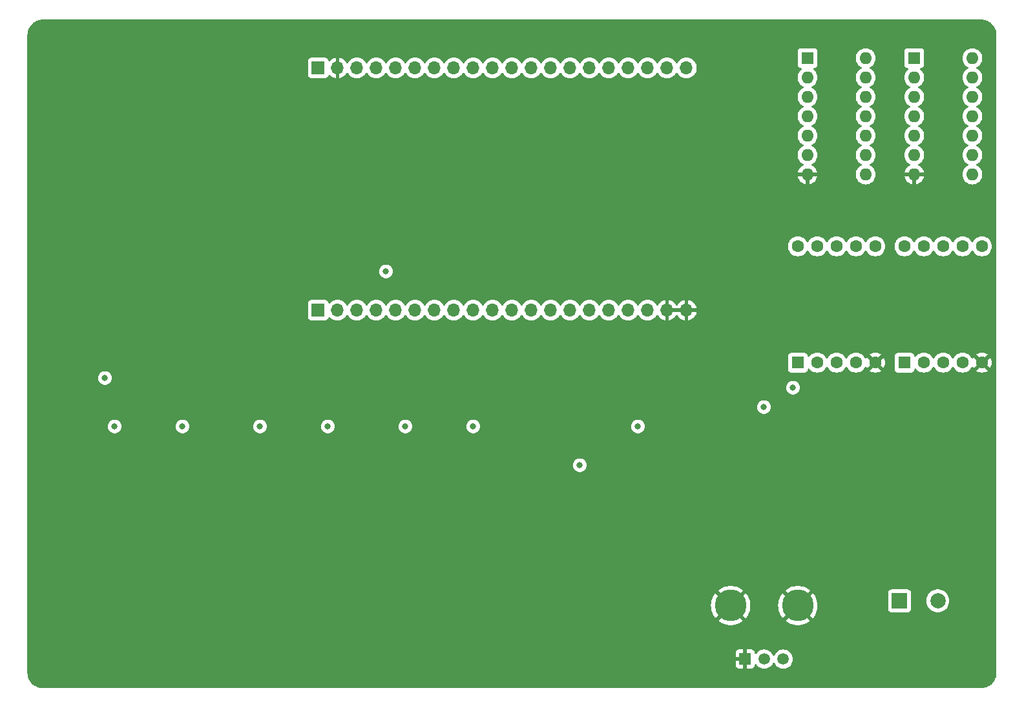
<source format=gbr>
%TF.GenerationSoftware,KiCad,Pcbnew,7.0.9*%
%TF.CreationDate,2023-12-22T14:39:13+09:00*%
%TF.ProjectId,Dev_IO_Board,4465765f-494f-45f4-926f-6172642e6b69,rev?*%
%TF.SameCoordinates,Original*%
%TF.FileFunction,Copper,L3,Inr*%
%TF.FilePolarity,Positive*%
%FSLAX46Y46*%
G04 Gerber Fmt 4.6, Leading zero omitted, Abs format (unit mm)*
G04 Created by KiCad (PCBNEW 7.0.9) date 2023-12-22 14:39:13*
%MOMM*%
%LPD*%
G01*
G04 APERTURE LIST*
%TA.AperFunction,ComponentPad*%
%ADD10R,1.500000X1.500000*%
%TD*%
%TA.AperFunction,ComponentPad*%
%ADD11C,1.500000*%
%TD*%
%TA.AperFunction,ComponentPad*%
%ADD12C,4.155000*%
%TD*%
%TA.AperFunction,ComponentPad*%
%ADD13R,1.600000X1.600000*%
%TD*%
%TA.AperFunction,ComponentPad*%
%ADD14C,1.600000*%
%TD*%
%TA.AperFunction,ComponentPad*%
%ADD15O,1.600000X1.600000*%
%TD*%
%TA.AperFunction,ComponentPad*%
%ADD16R,1.700000X1.700000*%
%TD*%
%TA.AperFunction,ComponentPad*%
%ADD17O,1.700000X1.700000*%
%TD*%
%TA.AperFunction,ComponentPad*%
%ADD18R,2.000000X2.000000*%
%TD*%
%TA.AperFunction,ComponentPad*%
%ADD19C,2.000000*%
%TD*%
%TA.AperFunction,ViaPad*%
%ADD20C,0.800000*%
%TD*%
G04 APERTURE END LIST*
D10*
%TO.N,GND*%
%TO.C,VR1*%
X160100000Y-152400000D03*
D11*
%TO.N,Net-(VR1-WIPER)*%
X162600000Y-152400000D03*
%TO.N,VCC3V3*%
X165100000Y-152400000D03*
D12*
%TO.N,GND*%
X158200000Y-145400000D03*
X167000000Y-145400000D03*
%TD*%
D13*
%TO.N,Net-(U3-e)*%
%TO.C,U5*%
X180975000Y-113542500D03*
D14*
%TO.N,Net-(U3-d)*%
X183515000Y-113542500D03*
%TO.N,Net-(R29-Pad1)*%
X186055000Y-113542500D03*
%TO.N,Net-(U3-c)*%
X188595000Y-113542500D03*
%TO.N,GND*%
X191135000Y-113542500D03*
%TO.N,Net-(U3-b)*%
X191135000Y-98302500D03*
%TO.N,Net-(U3-a)*%
X188595000Y-98302500D03*
%TO.N,Net-(R29-Pad1)*%
X186055000Y-98302500D03*
%TO.N,Net-(U3-f)*%
X183515000Y-98302500D03*
%TO.N,Net-(U3-g)*%
X180975000Y-98302500D03*
%TD*%
D13*
%TO.N,Net-(U2-e)*%
%TO.C,U4*%
X167005000Y-113542500D03*
D14*
%TO.N,Net-(U2-d)*%
X169545000Y-113542500D03*
%TO.N,Net-(R28-Pad1)*%
X172085000Y-113542500D03*
%TO.N,Net-(U2-c)*%
X174625000Y-113542500D03*
%TO.N,GND*%
X177165000Y-113542500D03*
%TO.N,Net-(U2-b)*%
X177165000Y-98302500D03*
%TO.N,Net-(U2-a)*%
X174625000Y-98302500D03*
%TO.N,Net-(R28-Pad1)*%
X172085000Y-98302500D03*
%TO.N,Net-(U2-f)*%
X169545000Y-98302500D03*
%TO.N,Net-(U2-g)*%
X167005000Y-98302500D03*
%TD*%
D13*
%TO.N,PB1*%
%TO.C,U3*%
X182255000Y-73655000D03*
D15*
%TO.N,PB10*%
X182255000Y-76195000D03*
%TO.N,VCC3V3*%
X182255000Y-78735000D03*
%TO.N,PB11*%
X182255000Y-81275000D03*
%TO.N,PA8*%
X182255000Y-83815000D03*
%TO.N,Net-(U3-e)*%
X182255000Y-86355000D03*
%TO.N,GND*%
X182255000Y-88895000D03*
%TO.N,Net-(U3-d)*%
X189875000Y-88895000D03*
%TO.N,Net-(U3-c)*%
X189875000Y-86355000D03*
%TO.N,Net-(U3-b)*%
X189875000Y-83815000D03*
%TO.N,Net-(U3-a)*%
X189875000Y-81275000D03*
%TO.N,Net-(U3-g)*%
X189875000Y-78735000D03*
%TO.N,Net-(U3-f)*%
X189875000Y-76195000D03*
%TO.N,VCC3V3*%
X189875000Y-73655000D03*
%TD*%
D13*
%TO.N,PA2*%
%TO.C,U2*%
X168275000Y-73655000D03*
D15*
%TO.N,PA5*%
X168275000Y-76195000D03*
%TO.N,VCC3V3*%
X168275000Y-78735000D03*
%TO.N,PA6*%
X168275000Y-81275000D03*
%TO.N,PA0*%
X168275000Y-83815000D03*
%TO.N,Net-(U2-e)*%
X168275000Y-86355000D03*
%TO.N,GND*%
X168275000Y-88895000D03*
%TO.N,Net-(U2-d)*%
X175895000Y-88895000D03*
%TO.N,Net-(U2-c)*%
X175895000Y-86355000D03*
%TO.N,Net-(U2-b)*%
X175895000Y-83815000D03*
%TO.N,Net-(U2-a)*%
X175895000Y-81275000D03*
%TO.N,Net-(U2-g)*%
X175895000Y-78735000D03*
%TO.N,Net-(U2-f)*%
X175895000Y-76195000D03*
%TO.N,VCC3V3*%
X175895000Y-73655000D03*
%TD*%
D16*
%TO.N,VBAT*%
%TO.C,J2*%
X104140000Y-106680000D03*
D17*
%TO.N,PB6*%
X106680000Y-106680000D03*
%TO.N,PB7*%
X109220000Y-106680000D03*
%TO.N,PB8*%
X111760000Y-106680000D03*
%TO.N,PB9*%
X114300000Y-106680000D03*
%TO.N,PC13*%
X116840000Y-106680000D03*
%TO.N,PA5*%
X119380000Y-106680000D03*
%TO.N,PA6*%
X121920000Y-106680000D03*
%TO.N,PC0*%
X124460000Y-106680000D03*
%TO.N,PC1*%
X127000000Y-106680000D03*
%TO.N,PC2*%
X129540000Y-106680000D03*
%TO.N,PC3*%
X132080000Y-106680000D03*
%TO.N,PA0*%
X134620000Y-106680000D03*
%TO.N,PA1{slash}ADC123_IN1*%
X137160000Y-106680000D03*
%TO.N,PA2*%
X139700000Y-106680000D03*
%TO.N,PA3{slash}TIM9_CH2*%
X142240000Y-106680000D03*
%TO.N,RESET*%
X144780000Y-106680000D03*
%TO.N,VCC3V3*%
X147320000Y-106680000D03*
%TO.N,GND*%
X149860000Y-106680000D03*
X152400000Y-106680000D03*
%TD*%
D16*
%TO.N,VCC3V3*%
%TO.C,J1*%
X104140000Y-74930000D03*
D17*
%TO.N,GND*%
X106680000Y-74930000D03*
%TO.N,5V*%
X109220000Y-74930000D03*
%TO.N,PC12*%
X111760000Y-74930000D03*
%TO.N,PC11*%
X114300000Y-74930000D03*
%TO.N,PC10*%
X116840000Y-74930000D03*
%TO.N,PA10{slash}USART1_RX*%
X119380000Y-74930000D03*
%TO.N,PA9{slash}USART1_TX*%
X121920000Y-74930000D03*
%TO.N,PA8*%
X124460000Y-74930000D03*
%TO.N,PC9*%
X127000000Y-74930000D03*
%TO.N,PC8*%
X129540000Y-74930000D03*
%TO.N,PC7*%
X132080000Y-74930000D03*
%TO.N,PC6*%
X134620000Y-74930000D03*
%TO.N,PB15{slash}SPI2_MOSI*%
X137160000Y-74930000D03*
%TO.N,PB14{slash}SPI2_MISO*%
X139700000Y-74930000D03*
%TO.N,PB13{slash}SPI2_SCK*%
X142240000Y-74930000D03*
%TO.N,PB12{slash}SPI2_NSS*%
X144780000Y-74930000D03*
%TO.N,PB11*%
X147320000Y-74930000D03*
%TO.N,PB10*%
X149860000Y-74930000D03*
%TO.N,PB1*%
X152400000Y-74930000D03*
%TD*%
D18*
%TO.N,VCC3V3*%
%TO.C,BZ1*%
X180340000Y-144780000D03*
D19*
%TO.N,Net-(BZ1-+)*%
X185340000Y-144780000D03*
%TD*%
D20*
%TO.N,GND*%
X99060000Y-149860000D03*
X119380000Y-120650000D03*
X133350000Y-127000000D03*
X106680000Y-90170000D03*
X109220000Y-90170000D03*
X167640000Y-127000000D03*
X121920000Y-114300000D03*
X104140000Y-114300000D03*
X107950000Y-119380000D03*
X147320000Y-92710000D03*
X144780000Y-91440000D03*
X114300000Y-90170000D03*
X132080000Y-88900000D03*
X142240000Y-90170000D03*
X104140000Y-91440000D03*
X114300000Y-87630000D03*
X132080000Y-86360000D03*
X161290000Y-121920000D03*
X163195000Y-116205000D03*
X140970000Y-114300000D03*
X114300000Y-115570000D03*
X132080000Y-116840000D03*
X140970000Y-138430000D03*
X130810000Y-138430000D03*
X121920000Y-138430000D03*
X111760000Y-138430000D03*
X101600000Y-138430000D03*
X91440000Y-138430000D03*
X80010000Y-138430000D03*
%TO.N,VCC3V3*%
X166370000Y-116840000D03*
X162560000Y-119380000D03*
X146050000Y-121920000D03*
X138430000Y-127000000D03*
X124460000Y-121920000D03*
X115570000Y-121920000D03*
X105410000Y-121920000D03*
X96520000Y-121920000D03*
X86360000Y-121920000D03*
X77470000Y-121920000D03*
%TO.N,PC0*%
X76200000Y-115570000D03*
X113030000Y-101600000D03*
%TD*%
%TA.AperFunction,Conductor*%
%TO.N,GND*%
G36*
X151940507Y-106470156D02*
G01*
X151900000Y-106608111D01*
X151900000Y-106751889D01*
X151940507Y-106889844D01*
X151966314Y-106930000D01*
X150293686Y-106930000D01*
X150319493Y-106889844D01*
X150360000Y-106751889D01*
X150360000Y-106608111D01*
X150319493Y-106470156D01*
X150293686Y-106430000D01*
X151966314Y-106430000D01*
X151940507Y-106470156D01*
G37*
%TD.AperFunction*%
%TA.AperFunction,Conductor*%
G36*
X191042019Y-68580633D02*
G01*
X191077198Y-68582938D01*
X191123708Y-68585986D01*
X191305459Y-68598985D01*
X191313100Y-68600015D01*
X191406738Y-68618641D01*
X191429420Y-68623153D01*
X191455023Y-68628722D01*
X191573666Y-68654531D01*
X191580383Y-68656395D01*
X191699437Y-68696809D01*
X191796671Y-68733076D01*
X191831741Y-68746157D01*
X191837499Y-68748643D01*
X191952952Y-68805578D01*
X192074906Y-68872170D01*
X192079634Y-68875032D01*
X192136571Y-68913076D01*
X192186649Y-68946537D01*
X192189358Y-68948454D01*
X192298652Y-69030271D01*
X192302345Y-69033265D01*
X192399502Y-69118469D01*
X192402448Y-69121228D01*
X192498769Y-69217549D01*
X192501526Y-69220492D01*
X192586729Y-69317648D01*
X192589732Y-69321353D01*
X192641564Y-69390592D01*
X192671543Y-69430639D01*
X192673461Y-69433349D01*
X192744962Y-69540357D01*
X192747828Y-69545091D01*
X192814421Y-69667047D01*
X192871355Y-69782499D01*
X192873841Y-69788257D01*
X192910212Y-69885768D01*
X192923196Y-69920578D01*
X192928289Y-69935581D01*
X192963597Y-70039596D01*
X192965472Y-70046352D01*
X192996846Y-70190579D01*
X193019980Y-70306880D01*
X193021015Y-70314560D01*
X193034017Y-70496350D01*
X193039367Y-70577966D01*
X193039500Y-70582023D01*
X193039500Y-154207975D01*
X193039367Y-154212032D01*
X193034017Y-154293648D01*
X193021015Y-154475438D01*
X193019980Y-154483118D01*
X192996846Y-154599420D01*
X192965472Y-154743646D01*
X192963597Y-154750401D01*
X192929297Y-154851448D01*
X192923208Y-154869388D01*
X192923195Y-154869425D01*
X192873841Y-155001741D01*
X192871355Y-155007499D01*
X192814421Y-155122952D01*
X192747828Y-155244907D01*
X192744961Y-155249641D01*
X192673461Y-155356649D01*
X192671543Y-155359359D01*
X192589744Y-155468631D01*
X192586723Y-155472357D01*
X192501529Y-155569502D01*
X192498755Y-155572464D01*
X192402464Y-155668755D01*
X192399502Y-155671529D01*
X192302357Y-155756723D01*
X192298631Y-155759744D01*
X192189359Y-155841543D01*
X192186649Y-155843461D01*
X192079641Y-155914961D01*
X192074907Y-155917828D01*
X191952952Y-155984421D01*
X191837499Y-156041355D01*
X191831741Y-156043841D01*
X191710956Y-156088893D01*
X191699418Y-156093197D01*
X191580401Y-156133597D01*
X191573646Y-156135472D01*
X191429420Y-156166846D01*
X191313118Y-156189980D01*
X191305438Y-156191015D01*
X191123648Y-156204017D01*
X191072582Y-156207364D01*
X191042025Y-156209367D01*
X191037976Y-156209500D01*
X68042024Y-156209500D01*
X68037974Y-156209367D01*
X67999954Y-156206875D01*
X67956350Y-156204017D01*
X67774560Y-156191015D01*
X67766880Y-156189980D01*
X67650579Y-156166846D01*
X67506352Y-156135472D01*
X67499596Y-156133597D01*
X67467881Y-156122831D01*
X67380578Y-156093196D01*
X67345768Y-156080212D01*
X67248257Y-156043841D01*
X67242499Y-156041355D01*
X67127047Y-155984421D01*
X67005091Y-155917828D01*
X67000357Y-155914962D01*
X66893349Y-155843461D01*
X66890639Y-155841543D01*
X66850592Y-155811564D01*
X66781353Y-155759732D01*
X66777648Y-155756729D01*
X66680492Y-155671526D01*
X66677549Y-155668769D01*
X66581228Y-155572448D01*
X66578469Y-155569502D01*
X66545450Y-155531851D01*
X66493265Y-155472345D01*
X66490271Y-155468652D01*
X66408454Y-155359358D01*
X66406537Y-155356649D01*
X66335036Y-155249641D01*
X66332170Y-155244906D01*
X66265578Y-155122952D01*
X66208643Y-155007499D01*
X66206157Y-155001741D01*
X66193076Y-154966671D01*
X66156805Y-154869425D01*
X66116395Y-154750383D01*
X66114531Y-154743666D01*
X66083153Y-154599420D01*
X66078641Y-154576738D01*
X66060015Y-154483100D01*
X66058985Y-154475459D01*
X66045986Y-154293708D01*
X66042938Y-154247198D01*
X66040633Y-154212019D01*
X66040500Y-154207964D01*
X66040500Y-153197844D01*
X158850000Y-153197844D01*
X158856401Y-153257372D01*
X158856403Y-153257379D01*
X158906645Y-153392086D01*
X158906649Y-153392093D01*
X158992809Y-153507187D01*
X158992812Y-153507190D01*
X159107906Y-153593350D01*
X159107913Y-153593354D01*
X159242620Y-153643596D01*
X159242627Y-153643598D01*
X159302155Y-153649999D01*
X159302172Y-153650000D01*
X159850000Y-153650000D01*
X159850000Y-152835501D01*
X159957685Y-152884680D01*
X160064237Y-152900000D01*
X160135763Y-152900000D01*
X160242315Y-152884680D01*
X160350000Y-152835501D01*
X160350000Y-153650000D01*
X160897828Y-153650000D01*
X160897844Y-153649999D01*
X160957372Y-153643598D01*
X160957379Y-153643596D01*
X161092086Y-153593354D01*
X161092093Y-153593350D01*
X161207187Y-153507190D01*
X161207190Y-153507187D01*
X161293350Y-153392093D01*
X161293354Y-153392086D01*
X161343596Y-153257379D01*
X161343598Y-153257372D01*
X161349999Y-153197844D01*
X161350000Y-153197827D01*
X161350000Y-153188273D01*
X161369685Y-153121234D01*
X161422489Y-153075479D01*
X161491647Y-153065535D01*
X161555203Y-153094560D01*
X161575569Y-153117142D01*
X161638402Y-153206877D01*
X161793123Y-153361598D01*
X161972361Y-153487102D01*
X162170670Y-153579575D01*
X162382023Y-153636207D01*
X162564926Y-153652208D01*
X162599998Y-153655277D01*
X162600000Y-153655277D01*
X162600002Y-153655277D01*
X162628254Y-153652805D01*
X162817977Y-153636207D01*
X163029330Y-153579575D01*
X163227639Y-153487102D01*
X163406877Y-153361598D01*
X163561598Y-153206877D01*
X163687102Y-153027639D01*
X163737618Y-152919306D01*
X163783790Y-152866867D01*
X163850984Y-152847715D01*
X163917865Y-152867931D01*
X163962381Y-152919306D01*
X164012898Y-153027639D01*
X164138402Y-153206877D01*
X164293123Y-153361598D01*
X164472361Y-153487102D01*
X164670670Y-153579575D01*
X164882023Y-153636207D01*
X165064926Y-153652208D01*
X165099998Y-153655277D01*
X165100000Y-153655277D01*
X165100002Y-153655277D01*
X165128254Y-153652805D01*
X165317977Y-153636207D01*
X165529330Y-153579575D01*
X165727639Y-153487102D01*
X165906877Y-153361598D01*
X166061598Y-153206877D01*
X166187102Y-153027639D01*
X166279575Y-152829330D01*
X166336207Y-152617977D01*
X166355277Y-152400000D01*
X166336207Y-152182023D01*
X166279575Y-151970670D01*
X166187102Y-151772362D01*
X166187100Y-151772359D01*
X166187099Y-151772357D01*
X166061599Y-151593124D01*
X166011095Y-151542620D01*
X165906877Y-151438402D01*
X165727639Y-151312898D01*
X165727640Y-151312898D01*
X165727638Y-151312897D01*
X165628484Y-151266661D01*
X165529330Y-151220425D01*
X165529326Y-151220424D01*
X165529322Y-151220422D01*
X165317977Y-151163793D01*
X165100002Y-151144723D01*
X165099998Y-151144723D01*
X164966516Y-151156401D01*
X164882023Y-151163793D01*
X164882020Y-151163793D01*
X164670677Y-151220422D01*
X164670668Y-151220426D01*
X164472361Y-151312898D01*
X164472357Y-151312900D01*
X164293121Y-151438402D01*
X164138402Y-151593121D01*
X164012900Y-151772357D01*
X164012898Y-151772362D01*
X163962382Y-151880693D01*
X163916209Y-151933132D01*
X163849016Y-151952284D01*
X163782135Y-151932068D01*
X163737618Y-151880693D01*
X163730156Y-151864692D01*
X163687102Y-151772362D01*
X163687099Y-151772358D01*
X163687099Y-151772357D01*
X163561599Y-151593124D01*
X163511095Y-151542620D01*
X163406877Y-151438402D01*
X163227639Y-151312898D01*
X163227640Y-151312898D01*
X163227638Y-151312897D01*
X163128484Y-151266661D01*
X163029330Y-151220425D01*
X163029326Y-151220424D01*
X163029322Y-151220422D01*
X162817977Y-151163793D01*
X162600002Y-151144723D01*
X162599998Y-151144723D01*
X162466516Y-151156401D01*
X162382023Y-151163793D01*
X162382020Y-151163793D01*
X162170677Y-151220422D01*
X162170668Y-151220426D01*
X161972361Y-151312898D01*
X161972357Y-151312900D01*
X161793121Y-151438402D01*
X161638402Y-151593121D01*
X161575575Y-151682849D01*
X161520998Y-151726474D01*
X161451500Y-151733668D01*
X161389145Y-151702145D01*
X161353731Y-151641915D01*
X161350000Y-151611726D01*
X161350000Y-151602172D01*
X161349999Y-151602155D01*
X161343598Y-151542627D01*
X161343596Y-151542620D01*
X161293354Y-151407913D01*
X161293350Y-151407906D01*
X161207190Y-151292812D01*
X161207187Y-151292809D01*
X161092093Y-151206649D01*
X161092086Y-151206645D01*
X160957379Y-151156403D01*
X160957372Y-151156401D01*
X160897844Y-151150000D01*
X160350000Y-151150000D01*
X160350000Y-151964498D01*
X160242315Y-151915320D01*
X160135763Y-151900000D01*
X160064237Y-151900000D01*
X159957685Y-151915320D01*
X159850000Y-151964498D01*
X159850000Y-151150000D01*
X159302155Y-151150000D01*
X159242627Y-151156401D01*
X159242620Y-151156403D01*
X159107913Y-151206645D01*
X159107906Y-151206649D01*
X158992812Y-151292809D01*
X158992809Y-151292812D01*
X158906649Y-151407906D01*
X158906645Y-151407913D01*
X158856403Y-151542620D01*
X158856401Y-151542627D01*
X158850000Y-151602155D01*
X158850000Y-152150000D01*
X159666314Y-152150000D01*
X159640507Y-152190156D01*
X159600000Y-152328111D01*
X159600000Y-152471889D01*
X159640507Y-152609844D01*
X159666314Y-152650000D01*
X158850000Y-152650000D01*
X158850000Y-153197844D01*
X66040500Y-153197844D01*
X66040500Y-145400005D01*
X155617404Y-145400005D01*
X155637767Y-145723674D01*
X155637768Y-145723681D01*
X155698542Y-146042270D01*
X155798763Y-146350718D01*
X155798765Y-146350723D01*
X155936852Y-146644171D01*
X155936855Y-146644177D01*
X156110629Y-146918002D01*
X156209241Y-147037203D01*
X157058605Y-146187839D01*
X157082438Y-146226545D01*
X157238199Y-146403525D01*
X157410723Y-146542828D01*
X156559488Y-147394063D01*
X156816172Y-147580555D01*
X156816182Y-147580562D01*
X157100384Y-147736803D01*
X157100392Y-147736807D01*
X157401930Y-147856194D01*
X157401933Y-147856195D01*
X157716073Y-147936852D01*
X158037825Y-147977499D01*
X158037839Y-147977500D01*
X158362161Y-147977500D01*
X158362174Y-147977499D01*
X158683926Y-147936852D01*
X158998066Y-147856195D01*
X158998069Y-147856194D01*
X159299607Y-147736807D01*
X159299615Y-147736803D01*
X159583817Y-147580562D01*
X159583827Y-147580555D01*
X159840509Y-147394063D01*
X159840510Y-147394063D01*
X158986525Y-146540078D01*
X159073231Y-146481476D01*
X159243441Y-146318343D01*
X159340569Y-146187015D01*
X160190757Y-147037203D01*
X160289367Y-146918007D01*
X160463144Y-146644177D01*
X160463147Y-146644171D01*
X160601234Y-146350723D01*
X160601236Y-146350718D01*
X160701457Y-146042270D01*
X160762231Y-145723681D01*
X160762232Y-145723674D01*
X160782596Y-145400005D01*
X164417404Y-145400005D01*
X164437767Y-145723674D01*
X164437768Y-145723681D01*
X164498542Y-146042270D01*
X164598763Y-146350718D01*
X164598765Y-146350723D01*
X164736852Y-146644171D01*
X164736855Y-146644177D01*
X164910629Y-146918002D01*
X165009241Y-147037203D01*
X165858605Y-146187839D01*
X165882438Y-146226545D01*
X166038199Y-146403525D01*
X166210723Y-146542828D01*
X165359488Y-147394063D01*
X165616172Y-147580555D01*
X165616182Y-147580562D01*
X165900384Y-147736803D01*
X165900392Y-147736807D01*
X166201930Y-147856194D01*
X166201933Y-147856195D01*
X166516073Y-147936852D01*
X166837825Y-147977499D01*
X166837839Y-147977500D01*
X167162161Y-147977500D01*
X167162174Y-147977499D01*
X167483926Y-147936852D01*
X167798066Y-147856195D01*
X167798069Y-147856194D01*
X168099607Y-147736807D01*
X168099615Y-147736803D01*
X168383817Y-147580562D01*
X168383827Y-147580555D01*
X168640509Y-147394063D01*
X168640510Y-147394063D01*
X167786525Y-146540078D01*
X167873231Y-146481476D01*
X168043441Y-146318343D01*
X168140569Y-146187015D01*
X168990757Y-147037203D01*
X169089367Y-146918007D01*
X169263144Y-146644177D01*
X169263147Y-146644171D01*
X169401234Y-146350723D01*
X169401236Y-146350718D01*
X169501457Y-146042270D01*
X169542356Y-145827870D01*
X178839500Y-145827870D01*
X178839501Y-145827876D01*
X178845908Y-145887483D01*
X178896202Y-146022328D01*
X178896206Y-146022335D01*
X178982452Y-146137544D01*
X178982455Y-146137547D01*
X179097664Y-146223793D01*
X179097671Y-146223797D01*
X179232517Y-146274091D01*
X179232516Y-146274091D01*
X179239444Y-146274835D01*
X179292127Y-146280500D01*
X181387872Y-146280499D01*
X181447483Y-146274091D01*
X181582331Y-146223796D01*
X181697546Y-146137546D01*
X181783796Y-146022331D01*
X181834091Y-145887483D01*
X181840500Y-145827873D01*
X181840500Y-144780005D01*
X183834357Y-144780005D01*
X183854890Y-145027812D01*
X183854892Y-145027824D01*
X183915936Y-145268881D01*
X184015826Y-145496606D01*
X184151833Y-145704782D01*
X184169231Y-145723681D01*
X184320256Y-145887738D01*
X184516491Y-146040474D01*
X184735190Y-146158828D01*
X184970386Y-146239571D01*
X185215665Y-146280500D01*
X185464335Y-146280500D01*
X185709614Y-146239571D01*
X185944810Y-146158828D01*
X186163509Y-146040474D01*
X186359744Y-145887738D01*
X186528164Y-145704785D01*
X186664173Y-145496607D01*
X186764063Y-145268881D01*
X186825108Y-145027821D01*
X186845643Y-144780000D01*
X186845163Y-144774213D01*
X186825109Y-144532187D01*
X186825107Y-144532175D01*
X186764063Y-144291118D01*
X186664173Y-144063393D01*
X186528166Y-143855217D01*
X186506557Y-143831744D01*
X186359744Y-143672262D01*
X186163509Y-143519526D01*
X186163507Y-143519525D01*
X186163506Y-143519524D01*
X185944811Y-143401172D01*
X185944802Y-143401169D01*
X185709616Y-143320429D01*
X185464335Y-143279500D01*
X185215665Y-143279500D01*
X184970383Y-143320429D01*
X184735197Y-143401169D01*
X184735188Y-143401172D01*
X184516493Y-143519524D01*
X184320257Y-143672261D01*
X184151833Y-143855217D01*
X184015826Y-144063393D01*
X183915936Y-144291118D01*
X183854892Y-144532175D01*
X183854890Y-144532187D01*
X183834357Y-144779994D01*
X183834357Y-144780005D01*
X181840500Y-144780005D01*
X181840499Y-143732128D01*
X181834091Y-143672517D01*
X181783796Y-143537669D01*
X181783795Y-143537668D01*
X181783793Y-143537664D01*
X181697547Y-143422455D01*
X181697544Y-143422452D01*
X181582335Y-143336206D01*
X181582328Y-143336202D01*
X181447482Y-143285908D01*
X181447483Y-143285908D01*
X181387883Y-143279501D01*
X181387881Y-143279500D01*
X181387873Y-143279500D01*
X181387864Y-143279500D01*
X179292129Y-143279500D01*
X179292123Y-143279501D01*
X179232516Y-143285908D01*
X179097671Y-143336202D01*
X179097664Y-143336206D01*
X178982455Y-143422452D01*
X178982452Y-143422455D01*
X178896206Y-143537664D01*
X178896202Y-143537671D01*
X178845908Y-143672517D01*
X178839501Y-143732116D01*
X178839501Y-143732123D01*
X178839500Y-143732135D01*
X178839500Y-145827870D01*
X169542356Y-145827870D01*
X169562231Y-145723681D01*
X169562232Y-145723674D01*
X169582596Y-145400005D01*
X169582596Y-145399994D01*
X169562232Y-145076325D01*
X169562231Y-145076318D01*
X169501457Y-144757729D01*
X169401236Y-144449281D01*
X169401234Y-144449276D01*
X169263147Y-144155828D01*
X169263144Y-144155822D01*
X169089367Y-143881992D01*
X168990757Y-143762794D01*
X168141392Y-144612158D01*
X168117562Y-144573455D01*
X167961801Y-144396475D01*
X167789275Y-144257170D01*
X168640510Y-143405935D01*
X168640509Y-143405933D01*
X168383835Y-143219449D01*
X168383817Y-143219437D01*
X168099615Y-143063196D01*
X168099607Y-143063192D01*
X167798069Y-142943805D01*
X167798066Y-142943804D01*
X167483926Y-142863147D01*
X167162174Y-142822500D01*
X166837825Y-142822500D01*
X166516073Y-142863147D01*
X166201933Y-142943804D01*
X166201930Y-142943805D01*
X165900392Y-143063192D01*
X165900384Y-143063196D01*
X165616182Y-143219437D01*
X165616164Y-143219449D01*
X165359489Y-143405933D01*
X165359488Y-143405935D01*
X166213474Y-144259921D01*
X166126769Y-144318524D01*
X165956559Y-144481657D01*
X165859430Y-144612983D01*
X165009241Y-143762794D01*
X164910637Y-143881985D01*
X164910634Y-143881989D01*
X164736855Y-144155822D01*
X164736852Y-144155828D01*
X164598765Y-144449276D01*
X164598763Y-144449281D01*
X164498542Y-144757729D01*
X164437768Y-145076318D01*
X164437767Y-145076325D01*
X164417404Y-145399994D01*
X164417404Y-145400005D01*
X160782596Y-145400005D01*
X160782596Y-145399994D01*
X160762232Y-145076325D01*
X160762231Y-145076318D01*
X160701457Y-144757729D01*
X160601236Y-144449281D01*
X160601234Y-144449276D01*
X160463147Y-144155828D01*
X160463144Y-144155822D01*
X160289367Y-143881992D01*
X160190757Y-143762794D01*
X159341392Y-144612158D01*
X159317562Y-144573455D01*
X159161801Y-144396475D01*
X158989275Y-144257170D01*
X159840510Y-143405935D01*
X159840509Y-143405933D01*
X159583835Y-143219449D01*
X159583817Y-143219437D01*
X159299615Y-143063196D01*
X159299607Y-143063192D01*
X158998069Y-142943805D01*
X158998066Y-142943804D01*
X158683926Y-142863147D01*
X158362174Y-142822500D01*
X158037825Y-142822500D01*
X157716073Y-142863147D01*
X157401933Y-142943804D01*
X157401930Y-142943805D01*
X157100392Y-143063192D01*
X157100384Y-143063196D01*
X156816182Y-143219437D01*
X156816164Y-143219449D01*
X156559489Y-143405933D01*
X156559488Y-143405935D01*
X157413474Y-144259921D01*
X157326769Y-144318524D01*
X157156559Y-144481657D01*
X157059430Y-144612983D01*
X156209241Y-143762794D01*
X156110637Y-143881985D01*
X156110634Y-143881989D01*
X155936855Y-144155822D01*
X155936852Y-144155828D01*
X155798765Y-144449276D01*
X155798763Y-144449281D01*
X155698542Y-144757729D01*
X155637768Y-145076318D01*
X155637767Y-145076325D01*
X155617404Y-145399994D01*
X155617404Y-145400005D01*
X66040500Y-145400005D01*
X66040500Y-127000000D01*
X137524540Y-127000000D01*
X137544326Y-127188256D01*
X137544327Y-127188259D01*
X137602818Y-127368277D01*
X137602821Y-127368284D01*
X137697467Y-127532216D01*
X137824129Y-127672888D01*
X137977265Y-127784148D01*
X137977270Y-127784151D01*
X138150192Y-127861142D01*
X138150197Y-127861144D01*
X138335354Y-127900500D01*
X138335355Y-127900500D01*
X138524644Y-127900500D01*
X138524646Y-127900500D01*
X138709803Y-127861144D01*
X138882730Y-127784151D01*
X139035871Y-127672888D01*
X139162533Y-127532216D01*
X139257179Y-127368284D01*
X139315674Y-127188256D01*
X139335460Y-127000000D01*
X139315674Y-126811744D01*
X139257179Y-126631716D01*
X139162533Y-126467784D01*
X139035871Y-126327112D01*
X139035870Y-126327111D01*
X138882734Y-126215851D01*
X138882729Y-126215848D01*
X138709807Y-126138857D01*
X138709802Y-126138855D01*
X138564001Y-126107865D01*
X138524646Y-126099500D01*
X138335354Y-126099500D01*
X138302897Y-126106398D01*
X138150197Y-126138855D01*
X138150192Y-126138857D01*
X137977270Y-126215848D01*
X137977265Y-126215851D01*
X137824129Y-126327111D01*
X137697466Y-126467785D01*
X137602821Y-126631715D01*
X137602818Y-126631722D01*
X137544327Y-126811740D01*
X137544326Y-126811744D01*
X137524540Y-127000000D01*
X66040500Y-127000000D01*
X66040500Y-121920000D01*
X76564540Y-121920000D01*
X76584326Y-122108256D01*
X76584327Y-122108259D01*
X76642818Y-122288277D01*
X76642821Y-122288284D01*
X76737467Y-122452216D01*
X76864129Y-122592888D01*
X77017265Y-122704148D01*
X77017270Y-122704151D01*
X77190192Y-122781142D01*
X77190197Y-122781144D01*
X77375354Y-122820500D01*
X77375355Y-122820500D01*
X77564644Y-122820500D01*
X77564646Y-122820500D01*
X77749803Y-122781144D01*
X77922730Y-122704151D01*
X78075871Y-122592888D01*
X78202533Y-122452216D01*
X78297179Y-122288284D01*
X78355674Y-122108256D01*
X78375460Y-121920000D01*
X85454540Y-121920000D01*
X85474326Y-122108256D01*
X85474327Y-122108259D01*
X85532818Y-122288277D01*
X85532821Y-122288284D01*
X85627467Y-122452216D01*
X85754129Y-122592888D01*
X85907265Y-122704148D01*
X85907270Y-122704151D01*
X86080192Y-122781142D01*
X86080197Y-122781144D01*
X86265354Y-122820500D01*
X86265355Y-122820500D01*
X86454644Y-122820500D01*
X86454646Y-122820500D01*
X86639803Y-122781144D01*
X86812730Y-122704151D01*
X86965871Y-122592888D01*
X87092533Y-122452216D01*
X87187179Y-122288284D01*
X87245674Y-122108256D01*
X87265460Y-121920000D01*
X95614540Y-121920000D01*
X95634326Y-122108256D01*
X95634327Y-122108259D01*
X95692818Y-122288277D01*
X95692821Y-122288284D01*
X95787467Y-122452216D01*
X95914129Y-122592888D01*
X96067265Y-122704148D01*
X96067270Y-122704151D01*
X96240192Y-122781142D01*
X96240197Y-122781144D01*
X96425354Y-122820500D01*
X96425355Y-122820500D01*
X96614644Y-122820500D01*
X96614646Y-122820500D01*
X96799803Y-122781144D01*
X96972730Y-122704151D01*
X97125871Y-122592888D01*
X97252533Y-122452216D01*
X97347179Y-122288284D01*
X97405674Y-122108256D01*
X97425460Y-121920000D01*
X104504540Y-121920000D01*
X104524326Y-122108256D01*
X104524327Y-122108259D01*
X104582818Y-122288277D01*
X104582821Y-122288284D01*
X104677467Y-122452216D01*
X104804129Y-122592888D01*
X104957265Y-122704148D01*
X104957270Y-122704151D01*
X105130192Y-122781142D01*
X105130197Y-122781144D01*
X105315354Y-122820500D01*
X105315355Y-122820500D01*
X105504644Y-122820500D01*
X105504646Y-122820500D01*
X105689803Y-122781144D01*
X105862730Y-122704151D01*
X106015871Y-122592888D01*
X106142533Y-122452216D01*
X106237179Y-122288284D01*
X106295674Y-122108256D01*
X106315460Y-121920000D01*
X114664540Y-121920000D01*
X114684326Y-122108256D01*
X114684327Y-122108259D01*
X114742818Y-122288277D01*
X114742821Y-122288284D01*
X114837467Y-122452216D01*
X114964129Y-122592888D01*
X115117265Y-122704148D01*
X115117270Y-122704151D01*
X115290192Y-122781142D01*
X115290197Y-122781144D01*
X115475354Y-122820500D01*
X115475355Y-122820500D01*
X115664644Y-122820500D01*
X115664646Y-122820500D01*
X115849803Y-122781144D01*
X116022730Y-122704151D01*
X116175871Y-122592888D01*
X116302533Y-122452216D01*
X116397179Y-122288284D01*
X116455674Y-122108256D01*
X116475460Y-121920000D01*
X123554540Y-121920000D01*
X123574326Y-122108256D01*
X123574327Y-122108259D01*
X123632818Y-122288277D01*
X123632821Y-122288284D01*
X123727467Y-122452216D01*
X123854129Y-122592888D01*
X124007265Y-122704148D01*
X124007270Y-122704151D01*
X124180192Y-122781142D01*
X124180197Y-122781144D01*
X124365354Y-122820500D01*
X124365355Y-122820500D01*
X124554644Y-122820500D01*
X124554646Y-122820500D01*
X124739803Y-122781144D01*
X124912730Y-122704151D01*
X125065871Y-122592888D01*
X125192533Y-122452216D01*
X125287179Y-122288284D01*
X125345674Y-122108256D01*
X125365460Y-121920000D01*
X145144540Y-121920000D01*
X145164326Y-122108256D01*
X145164327Y-122108259D01*
X145222818Y-122288277D01*
X145222821Y-122288284D01*
X145317467Y-122452216D01*
X145444129Y-122592888D01*
X145597265Y-122704148D01*
X145597270Y-122704151D01*
X145770192Y-122781142D01*
X145770197Y-122781144D01*
X145955354Y-122820500D01*
X145955355Y-122820500D01*
X146144644Y-122820500D01*
X146144646Y-122820500D01*
X146329803Y-122781144D01*
X146502730Y-122704151D01*
X146655871Y-122592888D01*
X146782533Y-122452216D01*
X146877179Y-122288284D01*
X146935674Y-122108256D01*
X146955460Y-121920000D01*
X146935674Y-121731744D01*
X146877179Y-121551716D01*
X146782533Y-121387784D01*
X146655871Y-121247112D01*
X146655870Y-121247111D01*
X146502734Y-121135851D01*
X146502729Y-121135848D01*
X146329807Y-121058857D01*
X146329802Y-121058855D01*
X146184001Y-121027865D01*
X146144646Y-121019500D01*
X145955354Y-121019500D01*
X145922897Y-121026398D01*
X145770197Y-121058855D01*
X145770192Y-121058857D01*
X145597270Y-121135848D01*
X145597265Y-121135851D01*
X145444129Y-121247111D01*
X145317466Y-121387785D01*
X145222821Y-121551715D01*
X145222818Y-121551722D01*
X145164327Y-121731740D01*
X145164326Y-121731744D01*
X145144540Y-121920000D01*
X125365460Y-121920000D01*
X125345674Y-121731744D01*
X125287179Y-121551716D01*
X125192533Y-121387784D01*
X125065871Y-121247112D01*
X125065870Y-121247111D01*
X124912734Y-121135851D01*
X124912729Y-121135848D01*
X124739807Y-121058857D01*
X124739802Y-121058855D01*
X124594001Y-121027865D01*
X124554646Y-121019500D01*
X124365354Y-121019500D01*
X124332897Y-121026398D01*
X124180197Y-121058855D01*
X124180192Y-121058857D01*
X124007270Y-121135848D01*
X124007265Y-121135851D01*
X123854129Y-121247111D01*
X123727466Y-121387785D01*
X123632821Y-121551715D01*
X123632818Y-121551722D01*
X123574327Y-121731740D01*
X123574326Y-121731744D01*
X123554540Y-121920000D01*
X116475460Y-121920000D01*
X116455674Y-121731744D01*
X116397179Y-121551716D01*
X116302533Y-121387784D01*
X116175871Y-121247112D01*
X116175870Y-121247111D01*
X116022734Y-121135851D01*
X116022729Y-121135848D01*
X115849807Y-121058857D01*
X115849802Y-121058855D01*
X115704001Y-121027865D01*
X115664646Y-121019500D01*
X115475354Y-121019500D01*
X115442897Y-121026398D01*
X115290197Y-121058855D01*
X115290192Y-121058857D01*
X115117270Y-121135848D01*
X115117265Y-121135851D01*
X114964129Y-121247111D01*
X114837466Y-121387785D01*
X114742821Y-121551715D01*
X114742818Y-121551722D01*
X114684327Y-121731740D01*
X114684326Y-121731744D01*
X114664540Y-121920000D01*
X106315460Y-121920000D01*
X106295674Y-121731744D01*
X106237179Y-121551716D01*
X106142533Y-121387784D01*
X106015871Y-121247112D01*
X106015870Y-121247111D01*
X105862734Y-121135851D01*
X105862729Y-121135848D01*
X105689807Y-121058857D01*
X105689802Y-121058855D01*
X105544001Y-121027865D01*
X105504646Y-121019500D01*
X105315354Y-121019500D01*
X105282897Y-121026398D01*
X105130197Y-121058855D01*
X105130192Y-121058857D01*
X104957270Y-121135848D01*
X104957265Y-121135851D01*
X104804129Y-121247111D01*
X104677466Y-121387785D01*
X104582821Y-121551715D01*
X104582818Y-121551722D01*
X104524327Y-121731740D01*
X104524326Y-121731744D01*
X104504540Y-121920000D01*
X97425460Y-121920000D01*
X97405674Y-121731744D01*
X97347179Y-121551716D01*
X97252533Y-121387784D01*
X97125871Y-121247112D01*
X97125870Y-121247111D01*
X96972734Y-121135851D01*
X96972729Y-121135848D01*
X96799807Y-121058857D01*
X96799802Y-121058855D01*
X96654001Y-121027865D01*
X96614646Y-121019500D01*
X96425354Y-121019500D01*
X96392897Y-121026398D01*
X96240197Y-121058855D01*
X96240192Y-121058857D01*
X96067270Y-121135848D01*
X96067265Y-121135851D01*
X95914129Y-121247111D01*
X95787466Y-121387785D01*
X95692821Y-121551715D01*
X95692818Y-121551722D01*
X95634327Y-121731740D01*
X95634326Y-121731744D01*
X95614540Y-121920000D01*
X87265460Y-121920000D01*
X87245674Y-121731744D01*
X87187179Y-121551716D01*
X87092533Y-121387784D01*
X86965871Y-121247112D01*
X86965870Y-121247111D01*
X86812734Y-121135851D01*
X86812729Y-121135848D01*
X86639807Y-121058857D01*
X86639802Y-121058855D01*
X86494001Y-121027865D01*
X86454646Y-121019500D01*
X86265354Y-121019500D01*
X86232897Y-121026398D01*
X86080197Y-121058855D01*
X86080192Y-121058857D01*
X85907270Y-121135848D01*
X85907265Y-121135851D01*
X85754129Y-121247111D01*
X85627466Y-121387785D01*
X85532821Y-121551715D01*
X85532818Y-121551722D01*
X85474327Y-121731740D01*
X85474326Y-121731744D01*
X85454540Y-121920000D01*
X78375460Y-121920000D01*
X78355674Y-121731744D01*
X78297179Y-121551716D01*
X78202533Y-121387784D01*
X78075871Y-121247112D01*
X78075870Y-121247111D01*
X77922734Y-121135851D01*
X77922729Y-121135848D01*
X77749807Y-121058857D01*
X77749802Y-121058855D01*
X77604001Y-121027865D01*
X77564646Y-121019500D01*
X77375354Y-121019500D01*
X77342897Y-121026398D01*
X77190197Y-121058855D01*
X77190192Y-121058857D01*
X77017270Y-121135848D01*
X77017265Y-121135851D01*
X76864129Y-121247111D01*
X76737466Y-121387785D01*
X76642821Y-121551715D01*
X76642818Y-121551722D01*
X76584327Y-121731740D01*
X76584326Y-121731744D01*
X76564540Y-121920000D01*
X66040500Y-121920000D01*
X66040500Y-119380000D01*
X161654540Y-119380000D01*
X161674326Y-119568256D01*
X161674327Y-119568259D01*
X161732818Y-119748277D01*
X161732821Y-119748284D01*
X161827467Y-119912216D01*
X161954129Y-120052888D01*
X162107265Y-120164148D01*
X162107270Y-120164151D01*
X162280192Y-120241142D01*
X162280197Y-120241144D01*
X162465354Y-120280500D01*
X162465355Y-120280500D01*
X162654644Y-120280500D01*
X162654646Y-120280500D01*
X162839803Y-120241144D01*
X163012730Y-120164151D01*
X163165871Y-120052888D01*
X163292533Y-119912216D01*
X163387179Y-119748284D01*
X163445674Y-119568256D01*
X163465460Y-119380000D01*
X163445674Y-119191744D01*
X163387179Y-119011716D01*
X163292533Y-118847784D01*
X163165871Y-118707112D01*
X163165870Y-118707111D01*
X163012734Y-118595851D01*
X163012729Y-118595848D01*
X162839807Y-118518857D01*
X162839802Y-118518855D01*
X162694001Y-118487865D01*
X162654646Y-118479500D01*
X162465354Y-118479500D01*
X162432897Y-118486398D01*
X162280197Y-118518855D01*
X162280192Y-118518857D01*
X162107270Y-118595848D01*
X162107265Y-118595851D01*
X161954129Y-118707111D01*
X161827466Y-118847785D01*
X161732821Y-119011715D01*
X161732818Y-119011722D01*
X161674327Y-119191740D01*
X161674326Y-119191744D01*
X161654540Y-119380000D01*
X66040500Y-119380000D01*
X66040500Y-116840000D01*
X165464540Y-116840000D01*
X165484326Y-117028256D01*
X165484327Y-117028259D01*
X165542818Y-117208277D01*
X165542821Y-117208284D01*
X165637467Y-117372216D01*
X165764129Y-117512888D01*
X165917265Y-117624148D01*
X165917270Y-117624151D01*
X166090192Y-117701142D01*
X166090197Y-117701144D01*
X166275354Y-117740500D01*
X166275355Y-117740500D01*
X166464644Y-117740500D01*
X166464646Y-117740500D01*
X166649803Y-117701144D01*
X166822730Y-117624151D01*
X166975871Y-117512888D01*
X167102533Y-117372216D01*
X167197179Y-117208284D01*
X167255674Y-117028256D01*
X167275460Y-116840000D01*
X167255674Y-116651744D01*
X167197179Y-116471716D01*
X167102533Y-116307784D01*
X166975871Y-116167112D01*
X166975870Y-116167111D01*
X166822734Y-116055851D01*
X166822729Y-116055848D01*
X166649807Y-115978857D01*
X166649802Y-115978855D01*
X166504001Y-115947865D01*
X166464646Y-115939500D01*
X166275354Y-115939500D01*
X166242897Y-115946398D01*
X166090197Y-115978855D01*
X166090192Y-115978857D01*
X165917270Y-116055848D01*
X165917265Y-116055851D01*
X165764129Y-116167111D01*
X165637466Y-116307785D01*
X165542821Y-116471715D01*
X165542818Y-116471722D01*
X165484327Y-116651740D01*
X165484326Y-116651744D01*
X165464540Y-116840000D01*
X66040500Y-116840000D01*
X66040500Y-115570000D01*
X75294540Y-115570000D01*
X75314326Y-115758256D01*
X75314327Y-115758259D01*
X75372818Y-115938277D01*
X75372821Y-115938284D01*
X75467467Y-116102216D01*
X75525899Y-116167111D01*
X75594129Y-116242888D01*
X75747265Y-116354148D01*
X75747270Y-116354151D01*
X75920192Y-116431142D01*
X75920197Y-116431144D01*
X76105354Y-116470500D01*
X76105355Y-116470500D01*
X76294644Y-116470500D01*
X76294646Y-116470500D01*
X76479803Y-116431144D01*
X76652730Y-116354151D01*
X76805871Y-116242888D01*
X76932533Y-116102216D01*
X77027179Y-115938284D01*
X77085674Y-115758256D01*
X77105460Y-115570000D01*
X77085674Y-115381744D01*
X77027179Y-115201716D01*
X76932533Y-115037784D01*
X76805871Y-114897112D01*
X76805870Y-114897111D01*
X76652734Y-114785851D01*
X76652729Y-114785848D01*
X76479807Y-114708857D01*
X76479802Y-114708855D01*
X76311432Y-114673068D01*
X76294646Y-114669500D01*
X76105354Y-114669500D01*
X76088568Y-114673068D01*
X75920197Y-114708855D01*
X75920192Y-114708857D01*
X75747270Y-114785848D01*
X75747265Y-114785851D01*
X75594129Y-114897111D01*
X75467466Y-115037785D01*
X75372821Y-115201715D01*
X75372818Y-115201722D01*
X75314327Y-115381740D01*
X75314326Y-115381744D01*
X75294540Y-115570000D01*
X66040500Y-115570000D01*
X66040500Y-114390370D01*
X165704500Y-114390370D01*
X165704501Y-114390376D01*
X165710908Y-114449983D01*
X165761202Y-114584828D01*
X165761206Y-114584835D01*
X165847452Y-114700044D01*
X165847455Y-114700047D01*
X165962664Y-114786293D01*
X165962671Y-114786297D01*
X166097517Y-114836591D01*
X166097516Y-114836591D01*
X166104444Y-114837335D01*
X166157127Y-114843000D01*
X167852872Y-114842999D01*
X167912483Y-114836591D01*
X168047331Y-114786296D01*
X168162546Y-114700046D01*
X168248796Y-114584831D01*
X168299091Y-114449983D01*
X168302862Y-114414901D01*
X168329599Y-114350355D01*
X168386990Y-114310506D01*
X168456816Y-114308011D01*
X168516905Y-114343663D01*
X168527726Y-114357036D01*
X168544956Y-114381643D01*
X168705858Y-114542545D01*
X168705861Y-114542547D01*
X168892266Y-114673068D01*
X169098504Y-114769239D01*
X169318308Y-114828135D01*
X169480230Y-114842301D01*
X169544998Y-114847968D01*
X169545000Y-114847968D01*
X169545002Y-114847968D01*
X169601807Y-114842998D01*
X169771692Y-114828135D01*
X169991496Y-114769239D01*
X170197734Y-114673068D01*
X170384139Y-114542547D01*
X170545047Y-114381639D01*
X170675568Y-114195234D01*
X170702618Y-114137224D01*
X170748790Y-114084785D01*
X170815983Y-114065633D01*
X170882865Y-114085848D01*
X170927382Y-114137225D01*
X170954429Y-114195228D01*
X170954432Y-114195234D01*
X171084954Y-114381641D01*
X171245858Y-114542545D01*
X171245861Y-114542547D01*
X171432266Y-114673068D01*
X171638504Y-114769239D01*
X171858308Y-114828135D01*
X172020230Y-114842301D01*
X172084998Y-114847968D01*
X172085000Y-114847968D01*
X172085002Y-114847968D01*
X172141807Y-114842998D01*
X172311692Y-114828135D01*
X172531496Y-114769239D01*
X172737734Y-114673068D01*
X172924139Y-114542547D01*
X173085047Y-114381639D01*
X173215568Y-114195234D01*
X173242618Y-114137224D01*
X173288790Y-114084785D01*
X173355983Y-114065633D01*
X173422865Y-114085848D01*
X173467382Y-114137225D01*
X173494429Y-114195228D01*
X173494432Y-114195234D01*
X173624954Y-114381641D01*
X173785858Y-114542545D01*
X173785861Y-114542547D01*
X173972266Y-114673068D01*
X174178504Y-114769239D01*
X174398308Y-114828135D01*
X174560230Y-114842301D01*
X174624998Y-114847968D01*
X174625000Y-114847968D01*
X174625002Y-114847968D01*
X174681807Y-114842998D01*
X174851692Y-114828135D01*
X175071496Y-114769239D01*
X175277734Y-114673068D01*
X175464139Y-114542547D01*
X175625047Y-114381639D01*
X175755568Y-114195234D01*
X175782895Y-114136629D01*
X175829064Y-114084195D01*
X175896257Y-114065042D01*
X175963139Y-114085257D01*
X176007657Y-114136633D01*
X176034865Y-114194981D01*
X176034866Y-114194983D01*
X176085973Y-114267971D01*
X176085974Y-114267972D01*
X176767046Y-113586899D01*
X176779835Y-113667648D01*
X176837359Y-113780545D01*
X176926955Y-113870141D01*
X177039852Y-113927665D01*
X177120599Y-113940453D01*
X176439526Y-114621525D01*
X176439526Y-114621526D01*
X176512512Y-114672631D01*
X176512516Y-114672633D01*
X176718673Y-114768765D01*
X176718682Y-114768769D01*
X176938389Y-114827639D01*
X176938400Y-114827641D01*
X177164998Y-114847466D01*
X177165002Y-114847466D01*
X177391599Y-114827641D01*
X177391610Y-114827639D01*
X177611317Y-114768769D01*
X177611331Y-114768764D01*
X177817478Y-114672636D01*
X177890472Y-114621525D01*
X177659317Y-114390370D01*
X179674500Y-114390370D01*
X179674501Y-114390376D01*
X179680908Y-114449983D01*
X179731202Y-114584828D01*
X179731206Y-114584835D01*
X179817452Y-114700044D01*
X179817455Y-114700047D01*
X179932664Y-114786293D01*
X179932671Y-114786297D01*
X180067517Y-114836591D01*
X180067516Y-114836591D01*
X180074444Y-114837335D01*
X180127127Y-114843000D01*
X181822872Y-114842999D01*
X181882483Y-114836591D01*
X182017331Y-114786296D01*
X182132546Y-114700046D01*
X182218796Y-114584831D01*
X182269091Y-114449983D01*
X182272862Y-114414901D01*
X182299599Y-114350355D01*
X182356990Y-114310506D01*
X182426816Y-114308011D01*
X182486905Y-114343663D01*
X182497726Y-114357036D01*
X182514956Y-114381643D01*
X182675858Y-114542545D01*
X182675861Y-114542547D01*
X182862266Y-114673068D01*
X183068504Y-114769239D01*
X183288308Y-114828135D01*
X183450230Y-114842301D01*
X183514998Y-114847968D01*
X183515000Y-114847968D01*
X183515002Y-114847968D01*
X183571807Y-114842998D01*
X183741692Y-114828135D01*
X183961496Y-114769239D01*
X184167734Y-114673068D01*
X184354139Y-114542547D01*
X184515047Y-114381639D01*
X184645568Y-114195234D01*
X184672618Y-114137224D01*
X184718790Y-114084785D01*
X184785983Y-114065633D01*
X184852865Y-114085848D01*
X184897382Y-114137225D01*
X184924429Y-114195228D01*
X184924432Y-114195234D01*
X185054954Y-114381641D01*
X185215858Y-114542545D01*
X185215861Y-114542547D01*
X185402266Y-114673068D01*
X185608504Y-114769239D01*
X185828308Y-114828135D01*
X185990230Y-114842301D01*
X186054998Y-114847968D01*
X186055000Y-114847968D01*
X186055002Y-114847968D01*
X186111807Y-114842998D01*
X186281692Y-114828135D01*
X186501496Y-114769239D01*
X186707734Y-114673068D01*
X186894139Y-114542547D01*
X187055047Y-114381639D01*
X187185568Y-114195234D01*
X187212618Y-114137224D01*
X187258790Y-114084785D01*
X187325983Y-114065633D01*
X187392865Y-114085848D01*
X187437382Y-114137225D01*
X187464429Y-114195228D01*
X187464432Y-114195234D01*
X187594954Y-114381641D01*
X187755858Y-114542545D01*
X187755861Y-114542547D01*
X187942266Y-114673068D01*
X188148504Y-114769239D01*
X188368308Y-114828135D01*
X188530230Y-114842301D01*
X188594998Y-114847968D01*
X188595000Y-114847968D01*
X188595002Y-114847968D01*
X188651807Y-114842998D01*
X188821692Y-114828135D01*
X189041496Y-114769239D01*
X189247734Y-114673068D01*
X189434139Y-114542547D01*
X189595047Y-114381639D01*
X189725568Y-114195234D01*
X189752895Y-114136629D01*
X189799064Y-114084195D01*
X189866257Y-114065042D01*
X189933139Y-114085257D01*
X189977657Y-114136633D01*
X190004865Y-114194981D01*
X190004866Y-114194983D01*
X190055973Y-114267971D01*
X190055974Y-114267972D01*
X190737046Y-113586899D01*
X190749835Y-113667648D01*
X190807359Y-113780545D01*
X190896955Y-113870141D01*
X191009852Y-113927665D01*
X191090599Y-113940453D01*
X190409526Y-114621525D01*
X190409526Y-114621526D01*
X190482512Y-114672631D01*
X190482516Y-114672633D01*
X190688673Y-114768765D01*
X190688682Y-114768769D01*
X190908389Y-114827639D01*
X190908400Y-114827641D01*
X191134998Y-114847466D01*
X191135002Y-114847466D01*
X191361599Y-114827641D01*
X191361610Y-114827639D01*
X191581317Y-114768769D01*
X191581331Y-114768764D01*
X191787478Y-114672636D01*
X191860472Y-114621525D01*
X191179401Y-113940453D01*
X191260148Y-113927665D01*
X191373045Y-113870141D01*
X191462641Y-113780545D01*
X191520165Y-113667648D01*
X191532953Y-113586900D01*
X192214025Y-114267972D01*
X192265136Y-114194978D01*
X192361264Y-113988831D01*
X192361269Y-113988817D01*
X192420139Y-113769110D01*
X192420141Y-113769099D01*
X192439966Y-113542502D01*
X192439966Y-113542497D01*
X192420141Y-113315900D01*
X192420139Y-113315889D01*
X192361269Y-113096182D01*
X192361265Y-113096173D01*
X192265133Y-112890016D01*
X192265131Y-112890012D01*
X192214026Y-112817026D01*
X192214025Y-112817026D01*
X191532953Y-113498098D01*
X191520165Y-113417352D01*
X191462641Y-113304455D01*
X191373045Y-113214859D01*
X191260148Y-113157335D01*
X191179400Y-113144546D01*
X191860472Y-112463474D01*
X191860471Y-112463473D01*
X191787483Y-112412366D01*
X191787481Y-112412365D01*
X191581326Y-112316234D01*
X191581317Y-112316230D01*
X191361610Y-112257360D01*
X191361599Y-112257358D01*
X191135002Y-112237534D01*
X191134998Y-112237534D01*
X190908400Y-112257358D01*
X190908389Y-112257360D01*
X190688682Y-112316230D01*
X190688673Y-112316234D01*
X190482513Y-112412368D01*
X190409527Y-112463472D01*
X190409526Y-112463473D01*
X191090600Y-113144546D01*
X191009852Y-113157335D01*
X190896955Y-113214859D01*
X190807359Y-113304455D01*
X190749835Y-113417352D01*
X190737046Y-113498099D01*
X190055973Y-112817026D01*
X190055972Y-112817027D01*
X190004869Y-112890011D01*
X189977657Y-112948367D01*
X189931484Y-113000806D01*
X189864290Y-113019957D01*
X189797409Y-112999741D01*
X189752893Y-112948365D01*
X189725684Y-112890016D01*
X189725568Y-112889766D01*
X189595047Y-112703361D01*
X189595045Y-112703358D01*
X189434141Y-112542454D01*
X189247734Y-112411932D01*
X189247732Y-112411931D01*
X189041497Y-112315761D01*
X189041488Y-112315758D01*
X188821697Y-112256866D01*
X188821693Y-112256865D01*
X188821692Y-112256865D01*
X188821691Y-112256864D01*
X188821686Y-112256864D01*
X188595002Y-112237032D01*
X188594998Y-112237032D01*
X188368313Y-112256864D01*
X188368302Y-112256866D01*
X188148511Y-112315758D01*
X188148502Y-112315761D01*
X187942267Y-112411931D01*
X187942265Y-112411932D01*
X187755858Y-112542454D01*
X187594954Y-112703358D01*
X187464432Y-112889765D01*
X187464431Y-112889767D01*
X187437382Y-112947775D01*
X187391209Y-113000214D01*
X187324016Y-113019366D01*
X187257135Y-112999150D01*
X187212618Y-112947775D01*
X187185568Y-112889766D01*
X187055047Y-112703361D01*
X187055045Y-112703358D01*
X186894141Y-112542454D01*
X186707734Y-112411932D01*
X186707732Y-112411931D01*
X186501497Y-112315761D01*
X186501488Y-112315758D01*
X186281697Y-112256866D01*
X186281693Y-112256865D01*
X186281692Y-112256865D01*
X186281691Y-112256864D01*
X186281686Y-112256864D01*
X186055002Y-112237032D01*
X186054998Y-112237032D01*
X185828313Y-112256864D01*
X185828302Y-112256866D01*
X185608511Y-112315758D01*
X185608502Y-112315761D01*
X185402267Y-112411931D01*
X185402265Y-112411932D01*
X185215858Y-112542454D01*
X185054954Y-112703358D01*
X184924432Y-112889765D01*
X184924431Y-112889767D01*
X184897382Y-112947775D01*
X184851209Y-113000214D01*
X184784016Y-113019366D01*
X184717135Y-112999150D01*
X184672618Y-112947775D01*
X184645568Y-112889766D01*
X184515047Y-112703361D01*
X184515045Y-112703358D01*
X184354141Y-112542454D01*
X184167734Y-112411932D01*
X184167732Y-112411931D01*
X183961497Y-112315761D01*
X183961488Y-112315758D01*
X183741697Y-112256866D01*
X183741693Y-112256865D01*
X183741692Y-112256865D01*
X183741691Y-112256864D01*
X183741686Y-112256864D01*
X183515002Y-112237032D01*
X183514998Y-112237032D01*
X183288313Y-112256864D01*
X183288302Y-112256866D01*
X183068511Y-112315758D01*
X183068502Y-112315761D01*
X182862267Y-112411931D01*
X182862265Y-112411932D01*
X182675858Y-112542454D01*
X182514954Y-112703358D01*
X182497725Y-112727964D01*
X182443147Y-112771588D01*
X182373648Y-112778780D01*
X182311294Y-112747257D01*
X182275882Y-112687026D01*
X182272861Y-112670091D01*
X182269091Y-112635016D01*
X182218797Y-112500171D01*
X182218793Y-112500164D01*
X182132547Y-112384955D01*
X182132544Y-112384952D01*
X182017335Y-112298706D01*
X182017328Y-112298702D01*
X181882482Y-112248408D01*
X181882483Y-112248408D01*
X181822883Y-112242001D01*
X181822881Y-112242000D01*
X181822873Y-112242000D01*
X181822864Y-112242000D01*
X180127129Y-112242000D01*
X180127123Y-112242001D01*
X180067516Y-112248408D01*
X179932671Y-112298702D01*
X179932664Y-112298706D01*
X179817455Y-112384952D01*
X179817452Y-112384955D01*
X179731206Y-112500164D01*
X179731202Y-112500171D01*
X179680908Y-112635017D01*
X179674501Y-112694616D01*
X179674500Y-112694635D01*
X179674500Y-114390370D01*
X177659317Y-114390370D01*
X177209401Y-113940453D01*
X177290148Y-113927665D01*
X177403045Y-113870141D01*
X177492641Y-113780545D01*
X177550165Y-113667648D01*
X177562953Y-113586900D01*
X178244025Y-114267972D01*
X178295136Y-114194978D01*
X178391264Y-113988831D01*
X178391269Y-113988817D01*
X178450139Y-113769110D01*
X178450141Y-113769099D01*
X178469966Y-113542502D01*
X178469966Y-113542497D01*
X178450141Y-113315900D01*
X178450139Y-113315889D01*
X178391269Y-113096182D01*
X178391265Y-113096173D01*
X178295133Y-112890016D01*
X178295131Y-112890012D01*
X178244026Y-112817026D01*
X178244025Y-112817026D01*
X177562953Y-113498098D01*
X177550165Y-113417352D01*
X177492641Y-113304455D01*
X177403045Y-113214859D01*
X177290148Y-113157335D01*
X177209400Y-113144546D01*
X177890472Y-112463474D01*
X177890471Y-112463473D01*
X177817483Y-112412366D01*
X177817481Y-112412365D01*
X177611326Y-112316234D01*
X177611317Y-112316230D01*
X177391610Y-112257360D01*
X177391599Y-112257358D01*
X177165002Y-112237534D01*
X177164998Y-112237534D01*
X176938400Y-112257358D01*
X176938389Y-112257360D01*
X176718682Y-112316230D01*
X176718673Y-112316234D01*
X176512513Y-112412368D01*
X176439527Y-112463472D01*
X176439526Y-112463473D01*
X177120600Y-113144546D01*
X177039852Y-113157335D01*
X176926955Y-113214859D01*
X176837359Y-113304455D01*
X176779835Y-113417352D01*
X176767046Y-113498099D01*
X176085973Y-112817026D01*
X176085972Y-112817027D01*
X176034869Y-112890011D01*
X176007657Y-112948367D01*
X175961484Y-113000806D01*
X175894290Y-113019957D01*
X175827409Y-112999741D01*
X175782893Y-112948365D01*
X175755684Y-112890016D01*
X175755568Y-112889766D01*
X175625047Y-112703361D01*
X175625045Y-112703358D01*
X175464141Y-112542454D01*
X175277734Y-112411932D01*
X175277732Y-112411931D01*
X175071497Y-112315761D01*
X175071488Y-112315758D01*
X174851697Y-112256866D01*
X174851693Y-112256865D01*
X174851692Y-112256865D01*
X174851691Y-112256864D01*
X174851686Y-112256864D01*
X174625002Y-112237032D01*
X174624998Y-112237032D01*
X174398313Y-112256864D01*
X174398302Y-112256866D01*
X174178511Y-112315758D01*
X174178502Y-112315761D01*
X173972267Y-112411931D01*
X173972265Y-112411932D01*
X173785858Y-112542454D01*
X173624954Y-112703358D01*
X173494432Y-112889765D01*
X173494431Y-112889767D01*
X173467382Y-112947775D01*
X173421209Y-113000214D01*
X173354016Y-113019366D01*
X173287135Y-112999150D01*
X173242618Y-112947775D01*
X173215568Y-112889766D01*
X173085047Y-112703361D01*
X173085045Y-112703358D01*
X172924141Y-112542454D01*
X172737734Y-112411932D01*
X172737732Y-112411931D01*
X172531497Y-112315761D01*
X172531488Y-112315758D01*
X172311697Y-112256866D01*
X172311693Y-112256865D01*
X172311692Y-112256865D01*
X172311691Y-112256864D01*
X172311686Y-112256864D01*
X172085002Y-112237032D01*
X172084998Y-112237032D01*
X171858313Y-112256864D01*
X171858302Y-112256866D01*
X171638511Y-112315758D01*
X171638502Y-112315761D01*
X171432267Y-112411931D01*
X171432265Y-112411932D01*
X171245858Y-112542454D01*
X171084954Y-112703358D01*
X170954432Y-112889765D01*
X170954431Y-112889767D01*
X170927382Y-112947775D01*
X170881209Y-113000214D01*
X170814016Y-113019366D01*
X170747135Y-112999150D01*
X170702618Y-112947775D01*
X170675568Y-112889766D01*
X170545047Y-112703361D01*
X170545045Y-112703358D01*
X170384141Y-112542454D01*
X170197734Y-112411932D01*
X170197732Y-112411931D01*
X169991497Y-112315761D01*
X169991488Y-112315758D01*
X169771697Y-112256866D01*
X169771693Y-112256865D01*
X169771692Y-112256865D01*
X169771691Y-112256864D01*
X169771686Y-112256864D01*
X169545002Y-112237032D01*
X169544998Y-112237032D01*
X169318313Y-112256864D01*
X169318302Y-112256866D01*
X169098511Y-112315758D01*
X169098502Y-112315761D01*
X168892267Y-112411931D01*
X168892265Y-112411932D01*
X168705858Y-112542454D01*
X168544954Y-112703358D01*
X168527725Y-112727964D01*
X168473147Y-112771588D01*
X168403648Y-112778780D01*
X168341294Y-112747257D01*
X168305882Y-112687026D01*
X168302861Y-112670091D01*
X168299091Y-112635016D01*
X168248797Y-112500171D01*
X168248793Y-112500164D01*
X168162547Y-112384955D01*
X168162544Y-112384952D01*
X168047335Y-112298706D01*
X168047328Y-112298702D01*
X167912482Y-112248408D01*
X167912483Y-112248408D01*
X167852883Y-112242001D01*
X167852881Y-112242000D01*
X167852873Y-112242000D01*
X167852864Y-112242000D01*
X166157129Y-112242000D01*
X166157123Y-112242001D01*
X166097516Y-112248408D01*
X165962671Y-112298702D01*
X165962664Y-112298706D01*
X165847455Y-112384952D01*
X165847452Y-112384955D01*
X165761206Y-112500164D01*
X165761202Y-112500171D01*
X165710908Y-112635017D01*
X165704501Y-112694616D01*
X165704500Y-112694635D01*
X165704500Y-114390370D01*
X66040500Y-114390370D01*
X66040500Y-107577870D01*
X102789500Y-107577870D01*
X102789501Y-107577876D01*
X102795908Y-107637483D01*
X102846202Y-107772328D01*
X102846206Y-107772335D01*
X102932452Y-107887544D01*
X102932455Y-107887547D01*
X103047664Y-107973793D01*
X103047671Y-107973797D01*
X103182517Y-108024091D01*
X103182516Y-108024091D01*
X103189444Y-108024835D01*
X103242127Y-108030500D01*
X105037872Y-108030499D01*
X105097483Y-108024091D01*
X105232331Y-107973796D01*
X105347546Y-107887546D01*
X105433796Y-107772331D01*
X105482810Y-107640916D01*
X105524681Y-107584984D01*
X105590145Y-107560566D01*
X105658418Y-107575417D01*
X105686673Y-107596569D01*
X105808599Y-107718495D01*
X105905384Y-107786265D01*
X106002165Y-107854032D01*
X106002167Y-107854033D01*
X106002170Y-107854035D01*
X106216337Y-107953903D01*
X106444592Y-108015063D01*
X106621034Y-108030500D01*
X106679999Y-108035659D01*
X106680000Y-108035659D01*
X106680001Y-108035659D01*
X106738966Y-108030500D01*
X106915408Y-108015063D01*
X107143663Y-107953903D01*
X107357830Y-107854035D01*
X107551401Y-107718495D01*
X107718495Y-107551401D01*
X107848425Y-107365842D01*
X107903002Y-107322217D01*
X107972500Y-107315023D01*
X108034855Y-107346546D01*
X108051575Y-107365842D01*
X108181281Y-107551082D01*
X108181505Y-107551401D01*
X108348599Y-107718495D01*
X108445384Y-107786265D01*
X108542165Y-107854032D01*
X108542167Y-107854033D01*
X108542170Y-107854035D01*
X108756337Y-107953903D01*
X108984592Y-108015063D01*
X109161034Y-108030500D01*
X109219999Y-108035659D01*
X109220000Y-108035659D01*
X109220001Y-108035659D01*
X109278966Y-108030500D01*
X109455408Y-108015063D01*
X109683663Y-107953903D01*
X109897830Y-107854035D01*
X110091401Y-107718495D01*
X110258495Y-107551401D01*
X110388425Y-107365842D01*
X110443002Y-107322217D01*
X110512500Y-107315023D01*
X110574855Y-107346546D01*
X110591575Y-107365842D01*
X110721281Y-107551082D01*
X110721505Y-107551401D01*
X110888599Y-107718495D01*
X110985384Y-107786265D01*
X111082165Y-107854032D01*
X111082167Y-107854033D01*
X111082170Y-107854035D01*
X111296337Y-107953903D01*
X111524592Y-108015063D01*
X111701034Y-108030500D01*
X111759999Y-108035659D01*
X111760000Y-108035659D01*
X111760001Y-108035659D01*
X111818966Y-108030500D01*
X111995408Y-108015063D01*
X112223663Y-107953903D01*
X112437830Y-107854035D01*
X112631401Y-107718495D01*
X112798495Y-107551401D01*
X112928425Y-107365842D01*
X112983002Y-107322217D01*
X113052500Y-107315023D01*
X113114855Y-107346546D01*
X113131575Y-107365842D01*
X113261281Y-107551082D01*
X113261505Y-107551401D01*
X113428599Y-107718495D01*
X113525384Y-107786265D01*
X113622165Y-107854032D01*
X113622167Y-107854033D01*
X113622170Y-107854035D01*
X113836337Y-107953903D01*
X114064592Y-108015063D01*
X114241034Y-108030500D01*
X114299999Y-108035659D01*
X114300000Y-108035659D01*
X114300001Y-108035659D01*
X114358966Y-108030500D01*
X114535408Y-108015063D01*
X114763663Y-107953903D01*
X114977830Y-107854035D01*
X115171401Y-107718495D01*
X115338495Y-107551401D01*
X115468425Y-107365842D01*
X115523002Y-107322217D01*
X115592500Y-107315023D01*
X115654855Y-107346546D01*
X115671575Y-107365842D01*
X115801281Y-107551082D01*
X115801505Y-107551401D01*
X115968599Y-107718495D01*
X116065384Y-107786265D01*
X116162165Y-107854032D01*
X116162167Y-107854033D01*
X116162170Y-107854035D01*
X116376337Y-107953903D01*
X116604592Y-108015063D01*
X116781034Y-108030500D01*
X116839999Y-108035659D01*
X116840000Y-108035659D01*
X116840001Y-108035659D01*
X116898966Y-108030500D01*
X117075408Y-108015063D01*
X117303663Y-107953903D01*
X117517830Y-107854035D01*
X117711401Y-107718495D01*
X117878495Y-107551401D01*
X118008425Y-107365842D01*
X118063002Y-107322217D01*
X118132500Y-107315023D01*
X118194855Y-107346546D01*
X118211575Y-107365842D01*
X118341281Y-107551082D01*
X118341505Y-107551401D01*
X118508599Y-107718495D01*
X118605384Y-107786265D01*
X118702165Y-107854032D01*
X118702167Y-107854033D01*
X118702170Y-107854035D01*
X118916337Y-107953903D01*
X119144592Y-108015063D01*
X119321034Y-108030500D01*
X119379999Y-108035659D01*
X119380000Y-108035659D01*
X119380001Y-108035659D01*
X119438966Y-108030500D01*
X119615408Y-108015063D01*
X119843663Y-107953903D01*
X120057830Y-107854035D01*
X120251401Y-107718495D01*
X120418495Y-107551401D01*
X120548425Y-107365842D01*
X120603002Y-107322217D01*
X120672500Y-107315023D01*
X120734855Y-107346546D01*
X120751575Y-107365842D01*
X120881281Y-107551082D01*
X120881505Y-107551401D01*
X121048599Y-107718495D01*
X121145384Y-107786265D01*
X121242165Y-107854032D01*
X121242167Y-107854033D01*
X121242170Y-107854035D01*
X121456337Y-107953903D01*
X121684592Y-108015063D01*
X121861034Y-108030500D01*
X121919999Y-108035659D01*
X121920000Y-108035659D01*
X121920001Y-108035659D01*
X121978966Y-108030500D01*
X122155408Y-108015063D01*
X122383663Y-107953903D01*
X122597830Y-107854035D01*
X122791401Y-107718495D01*
X122958495Y-107551401D01*
X123088425Y-107365842D01*
X123143002Y-107322217D01*
X123212500Y-107315023D01*
X123274855Y-107346546D01*
X123291575Y-107365842D01*
X123421281Y-107551082D01*
X123421505Y-107551401D01*
X123588599Y-107718495D01*
X123685384Y-107786265D01*
X123782165Y-107854032D01*
X123782167Y-107854033D01*
X123782170Y-107854035D01*
X123996337Y-107953903D01*
X124224592Y-108015063D01*
X124401034Y-108030500D01*
X124459999Y-108035659D01*
X124460000Y-108035659D01*
X124460001Y-108035659D01*
X124518966Y-108030500D01*
X124695408Y-108015063D01*
X124923663Y-107953903D01*
X125137830Y-107854035D01*
X125331401Y-107718495D01*
X125498495Y-107551401D01*
X125628425Y-107365842D01*
X125683002Y-107322217D01*
X125752500Y-107315023D01*
X125814855Y-107346546D01*
X125831575Y-107365842D01*
X125961281Y-107551082D01*
X125961505Y-107551401D01*
X126128599Y-107718495D01*
X126225384Y-107786265D01*
X126322165Y-107854032D01*
X126322167Y-107854033D01*
X126322170Y-107854035D01*
X126536337Y-107953903D01*
X126764592Y-108015063D01*
X126941034Y-108030500D01*
X126999999Y-108035659D01*
X127000000Y-108035659D01*
X127000001Y-108035659D01*
X127058966Y-108030500D01*
X127235408Y-108015063D01*
X127463663Y-107953903D01*
X127677830Y-107854035D01*
X127871401Y-107718495D01*
X128038495Y-107551401D01*
X128168425Y-107365842D01*
X128223002Y-107322217D01*
X128292500Y-107315023D01*
X128354855Y-107346546D01*
X128371575Y-107365842D01*
X128501281Y-107551082D01*
X128501505Y-107551401D01*
X128668599Y-107718495D01*
X128765384Y-107786265D01*
X128862165Y-107854032D01*
X128862167Y-107854033D01*
X128862170Y-107854035D01*
X129076337Y-107953903D01*
X129304592Y-108015063D01*
X129481034Y-108030500D01*
X129539999Y-108035659D01*
X129540000Y-108035659D01*
X129540001Y-108035659D01*
X129598966Y-108030500D01*
X129775408Y-108015063D01*
X130003663Y-107953903D01*
X130217830Y-107854035D01*
X130411401Y-107718495D01*
X130578495Y-107551401D01*
X130708425Y-107365842D01*
X130763002Y-107322217D01*
X130832500Y-107315023D01*
X130894855Y-107346546D01*
X130911575Y-107365842D01*
X131041281Y-107551082D01*
X131041505Y-107551401D01*
X131208599Y-107718495D01*
X131305384Y-107786265D01*
X131402165Y-107854032D01*
X131402167Y-107854033D01*
X131402170Y-107854035D01*
X131616337Y-107953903D01*
X131844592Y-108015063D01*
X132021034Y-108030500D01*
X132079999Y-108035659D01*
X132080000Y-108035659D01*
X132080001Y-108035659D01*
X132138966Y-108030500D01*
X132315408Y-108015063D01*
X132543663Y-107953903D01*
X132757830Y-107854035D01*
X132951401Y-107718495D01*
X133118495Y-107551401D01*
X133248425Y-107365842D01*
X133303002Y-107322217D01*
X133372500Y-107315023D01*
X133434855Y-107346546D01*
X133451575Y-107365842D01*
X133581281Y-107551082D01*
X133581505Y-107551401D01*
X133748599Y-107718495D01*
X133845384Y-107786265D01*
X133942165Y-107854032D01*
X133942167Y-107854033D01*
X133942170Y-107854035D01*
X134156337Y-107953903D01*
X134384592Y-108015063D01*
X134561034Y-108030500D01*
X134619999Y-108035659D01*
X134620000Y-108035659D01*
X134620001Y-108035659D01*
X134678966Y-108030500D01*
X134855408Y-108015063D01*
X135083663Y-107953903D01*
X135297830Y-107854035D01*
X135491401Y-107718495D01*
X135658495Y-107551401D01*
X135788425Y-107365842D01*
X135843002Y-107322217D01*
X135912500Y-107315023D01*
X135974855Y-107346546D01*
X135991575Y-107365842D01*
X136121281Y-107551082D01*
X136121505Y-107551401D01*
X136288599Y-107718495D01*
X136385384Y-107786265D01*
X136482165Y-107854032D01*
X136482167Y-107854033D01*
X136482170Y-107854035D01*
X136696337Y-107953903D01*
X136924592Y-108015063D01*
X137101034Y-108030500D01*
X137159999Y-108035659D01*
X137160000Y-108035659D01*
X137160001Y-108035659D01*
X137218966Y-108030500D01*
X137395408Y-108015063D01*
X137623663Y-107953903D01*
X137837830Y-107854035D01*
X138031401Y-107718495D01*
X138198495Y-107551401D01*
X138328425Y-107365842D01*
X138383002Y-107322217D01*
X138452500Y-107315023D01*
X138514855Y-107346546D01*
X138531575Y-107365842D01*
X138661281Y-107551082D01*
X138661505Y-107551401D01*
X138828599Y-107718495D01*
X138925384Y-107786265D01*
X139022165Y-107854032D01*
X139022167Y-107854033D01*
X139022170Y-107854035D01*
X139236337Y-107953903D01*
X139464592Y-108015063D01*
X139641034Y-108030500D01*
X139699999Y-108035659D01*
X139700000Y-108035659D01*
X139700001Y-108035659D01*
X139758966Y-108030500D01*
X139935408Y-108015063D01*
X140163663Y-107953903D01*
X140377830Y-107854035D01*
X140571401Y-107718495D01*
X140738495Y-107551401D01*
X140868425Y-107365842D01*
X140923002Y-107322217D01*
X140992500Y-107315023D01*
X141054855Y-107346546D01*
X141071575Y-107365842D01*
X141201281Y-107551082D01*
X141201505Y-107551401D01*
X141368599Y-107718495D01*
X141465384Y-107786265D01*
X141562165Y-107854032D01*
X141562167Y-107854033D01*
X141562170Y-107854035D01*
X141776337Y-107953903D01*
X142004592Y-108015063D01*
X142181034Y-108030500D01*
X142239999Y-108035659D01*
X142240000Y-108035659D01*
X142240001Y-108035659D01*
X142298966Y-108030500D01*
X142475408Y-108015063D01*
X142703663Y-107953903D01*
X142917830Y-107854035D01*
X143111401Y-107718495D01*
X143278495Y-107551401D01*
X143408425Y-107365842D01*
X143463002Y-107322217D01*
X143532500Y-107315023D01*
X143594855Y-107346546D01*
X143611575Y-107365842D01*
X143741281Y-107551082D01*
X143741505Y-107551401D01*
X143908599Y-107718495D01*
X144005384Y-107786265D01*
X144102165Y-107854032D01*
X144102167Y-107854033D01*
X144102170Y-107854035D01*
X144316337Y-107953903D01*
X144544592Y-108015063D01*
X144721034Y-108030500D01*
X144779999Y-108035659D01*
X144780000Y-108035659D01*
X144780001Y-108035659D01*
X144838966Y-108030500D01*
X145015408Y-108015063D01*
X145243663Y-107953903D01*
X145457830Y-107854035D01*
X145651401Y-107718495D01*
X145818495Y-107551401D01*
X145948425Y-107365842D01*
X146003002Y-107322217D01*
X146072500Y-107315023D01*
X146134855Y-107346546D01*
X146151575Y-107365842D01*
X146281281Y-107551082D01*
X146281505Y-107551401D01*
X146448599Y-107718495D01*
X146545384Y-107786265D01*
X146642165Y-107854032D01*
X146642167Y-107854033D01*
X146642170Y-107854035D01*
X146856337Y-107953903D01*
X147084592Y-108015063D01*
X147261034Y-108030500D01*
X147319999Y-108035659D01*
X147320000Y-108035659D01*
X147320001Y-108035659D01*
X147378966Y-108030500D01*
X147555408Y-108015063D01*
X147783663Y-107953903D01*
X147997830Y-107854035D01*
X148191401Y-107718495D01*
X148358495Y-107551401D01*
X148488730Y-107365405D01*
X148543307Y-107321781D01*
X148612805Y-107314587D01*
X148675160Y-107346110D01*
X148691879Y-107365405D01*
X148821890Y-107551078D01*
X148988917Y-107718105D01*
X149182421Y-107853600D01*
X149396507Y-107953429D01*
X149396516Y-107953433D01*
X149610000Y-108010634D01*
X149610000Y-107115501D01*
X149717685Y-107164680D01*
X149824237Y-107180000D01*
X149895763Y-107180000D01*
X150002315Y-107164680D01*
X150110000Y-107115501D01*
X150110000Y-108010633D01*
X150323483Y-107953433D01*
X150323492Y-107953429D01*
X150537578Y-107853600D01*
X150731082Y-107718105D01*
X150898105Y-107551082D01*
X151028425Y-107364968D01*
X151083002Y-107321344D01*
X151152501Y-107314151D01*
X151214855Y-107345673D01*
X151231575Y-107364968D01*
X151361894Y-107551082D01*
X151528917Y-107718105D01*
X151722421Y-107853600D01*
X151936507Y-107953429D01*
X151936516Y-107953433D01*
X152150000Y-108010634D01*
X152150000Y-107115501D01*
X152257685Y-107164680D01*
X152364237Y-107180000D01*
X152435763Y-107180000D01*
X152542315Y-107164680D01*
X152650000Y-107115501D01*
X152650000Y-108010633D01*
X152863483Y-107953433D01*
X152863492Y-107953429D01*
X153077578Y-107853600D01*
X153271082Y-107718105D01*
X153438105Y-107551082D01*
X153573600Y-107357578D01*
X153673429Y-107143492D01*
X153673432Y-107143486D01*
X153730636Y-106930000D01*
X152833686Y-106930000D01*
X152859493Y-106889844D01*
X152900000Y-106751889D01*
X152900000Y-106608111D01*
X152859493Y-106470156D01*
X152833686Y-106430000D01*
X153730636Y-106430000D01*
X153730635Y-106429999D01*
X153673432Y-106216513D01*
X153673429Y-106216507D01*
X153573600Y-106002422D01*
X153573599Y-106002420D01*
X153438113Y-105808926D01*
X153438108Y-105808920D01*
X153271082Y-105641894D01*
X153077578Y-105506399D01*
X152863492Y-105406570D01*
X152863486Y-105406567D01*
X152650000Y-105349364D01*
X152650000Y-106244498D01*
X152542315Y-106195320D01*
X152435763Y-106180000D01*
X152364237Y-106180000D01*
X152257685Y-106195320D01*
X152150000Y-106244498D01*
X152150000Y-105349364D01*
X152149999Y-105349364D01*
X151936513Y-105406567D01*
X151936507Y-105406570D01*
X151722422Y-105506399D01*
X151722420Y-105506400D01*
X151528926Y-105641886D01*
X151528920Y-105641891D01*
X151361891Y-105808920D01*
X151361890Y-105808922D01*
X151231575Y-105995031D01*
X151176998Y-106038655D01*
X151107499Y-106045848D01*
X151045145Y-106014326D01*
X151028425Y-105995031D01*
X150898109Y-105808922D01*
X150898108Y-105808920D01*
X150731082Y-105641894D01*
X150537578Y-105506399D01*
X150323492Y-105406570D01*
X150323486Y-105406567D01*
X150110000Y-105349364D01*
X150110000Y-106244498D01*
X150002315Y-106195320D01*
X149895763Y-106180000D01*
X149824237Y-106180000D01*
X149717685Y-106195320D01*
X149610000Y-106244498D01*
X149610000Y-105349364D01*
X149609999Y-105349364D01*
X149396513Y-105406567D01*
X149396507Y-105406570D01*
X149182422Y-105506399D01*
X149182420Y-105506400D01*
X148988926Y-105641886D01*
X148988920Y-105641891D01*
X148821891Y-105808920D01*
X148821890Y-105808922D01*
X148691880Y-105994595D01*
X148637303Y-106038219D01*
X148567804Y-106045412D01*
X148505450Y-106013890D01*
X148488730Y-105994594D01*
X148358494Y-105808597D01*
X148191402Y-105641506D01*
X148191395Y-105641501D01*
X147997834Y-105505967D01*
X147997830Y-105505965D01*
X147997828Y-105505964D01*
X147783663Y-105406097D01*
X147783659Y-105406096D01*
X147783655Y-105406094D01*
X147555413Y-105344938D01*
X147555403Y-105344936D01*
X147320001Y-105324341D01*
X147319999Y-105324341D01*
X147084596Y-105344936D01*
X147084586Y-105344938D01*
X146856344Y-105406094D01*
X146856335Y-105406098D01*
X146642171Y-105505964D01*
X146642169Y-105505965D01*
X146448597Y-105641505D01*
X146281505Y-105808597D01*
X146151575Y-105994158D01*
X146096998Y-106037783D01*
X146027500Y-106044977D01*
X145965145Y-106013454D01*
X145948425Y-105994158D01*
X145818494Y-105808597D01*
X145651402Y-105641506D01*
X145651395Y-105641501D01*
X145457834Y-105505967D01*
X145457830Y-105505965D01*
X145457828Y-105505964D01*
X145243663Y-105406097D01*
X145243659Y-105406096D01*
X145243655Y-105406094D01*
X145015413Y-105344938D01*
X145015403Y-105344936D01*
X144780001Y-105324341D01*
X144779999Y-105324341D01*
X144544596Y-105344936D01*
X144544586Y-105344938D01*
X144316344Y-105406094D01*
X144316335Y-105406098D01*
X144102171Y-105505964D01*
X144102169Y-105505965D01*
X143908597Y-105641505D01*
X143741505Y-105808597D01*
X143611575Y-105994158D01*
X143556998Y-106037783D01*
X143487500Y-106044977D01*
X143425145Y-106013454D01*
X143408425Y-105994158D01*
X143278494Y-105808597D01*
X143111402Y-105641506D01*
X143111395Y-105641501D01*
X142917834Y-105505967D01*
X142917830Y-105505965D01*
X142917828Y-105505964D01*
X142703663Y-105406097D01*
X142703659Y-105406096D01*
X142703655Y-105406094D01*
X142475413Y-105344938D01*
X142475403Y-105344936D01*
X142240001Y-105324341D01*
X142239999Y-105324341D01*
X142004596Y-105344936D01*
X142004586Y-105344938D01*
X141776344Y-105406094D01*
X141776335Y-105406098D01*
X141562171Y-105505964D01*
X141562169Y-105505965D01*
X141368597Y-105641505D01*
X141201505Y-105808597D01*
X141071575Y-105994158D01*
X141016998Y-106037783D01*
X140947500Y-106044977D01*
X140885145Y-106013454D01*
X140868425Y-105994158D01*
X140738494Y-105808597D01*
X140571402Y-105641506D01*
X140571395Y-105641501D01*
X140377834Y-105505967D01*
X140377830Y-105505965D01*
X140377828Y-105505964D01*
X140163663Y-105406097D01*
X140163659Y-105406096D01*
X140163655Y-105406094D01*
X139935413Y-105344938D01*
X139935403Y-105344936D01*
X139700001Y-105324341D01*
X139699999Y-105324341D01*
X139464596Y-105344936D01*
X139464586Y-105344938D01*
X139236344Y-105406094D01*
X139236335Y-105406098D01*
X139022171Y-105505964D01*
X139022169Y-105505965D01*
X138828597Y-105641505D01*
X138661505Y-105808597D01*
X138531575Y-105994158D01*
X138476998Y-106037783D01*
X138407500Y-106044977D01*
X138345145Y-106013454D01*
X138328425Y-105994158D01*
X138198494Y-105808597D01*
X138031402Y-105641506D01*
X138031395Y-105641501D01*
X137837834Y-105505967D01*
X137837830Y-105505965D01*
X137837828Y-105505964D01*
X137623663Y-105406097D01*
X137623659Y-105406096D01*
X137623655Y-105406094D01*
X137395413Y-105344938D01*
X137395403Y-105344936D01*
X137160001Y-105324341D01*
X137159999Y-105324341D01*
X136924596Y-105344936D01*
X136924586Y-105344938D01*
X136696344Y-105406094D01*
X136696335Y-105406098D01*
X136482171Y-105505964D01*
X136482169Y-105505965D01*
X136288597Y-105641505D01*
X136121505Y-105808597D01*
X135991575Y-105994158D01*
X135936998Y-106037783D01*
X135867500Y-106044977D01*
X135805145Y-106013454D01*
X135788425Y-105994158D01*
X135658494Y-105808597D01*
X135491402Y-105641506D01*
X135491395Y-105641501D01*
X135297834Y-105505967D01*
X135297830Y-105505965D01*
X135297828Y-105505964D01*
X135083663Y-105406097D01*
X135083659Y-105406096D01*
X135083655Y-105406094D01*
X134855413Y-105344938D01*
X134855403Y-105344936D01*
X134620001Y-105324341D01*
X134619999Y-105324341D01*
X134384596Y-105344936D01*
X134384586Y-105344938D01*
X134156344Y-105406094D01*
X134156335Y-105406098D01*
X133942171Y-105505964D01*
X133942169Y-105505965D01*
X133748597Y-105641505D01*
X133581505Y-105808597D01*
X133451575Y-105994158D01*
X133396998Y-106037783D01*
X133327500Y-106044977D01*
X133265145Y-106013454D01*
X133248425Y-105994158D01*
X133118494Y-105808597D01*
X132951402Y-105641506D01*
X132951395Y-105641501D01*
X132757834Y-105505967D01*
X132757830Y-105505965D01*
X132757828Y-105505964D01*
X132543663Y-105406097D01*
X132543659Y-105406096D01*
X132543655Y-105406094D01*
X132315413Y-105344938D01*
X132315403Y-105344936D01*
X132080001Y-105324341D01*
X132079999Y-105324341D01*
X131844596Y-105344936D01*
X131844586Y-105344938D01*
X131616344Y-105406094D01*
X131616335Y-105406098D01*
X131402171Y-105505964D01*
X131402169Y-105505965D01*
X131208597Y-105641505D01*
X131041505Y-105808597D01*
X130911575Y-105994158D01*
X130856998Y-106037783D01*
X130787500Y-106044977D01*
X130725145Y-106013454D01*
X130708425Y-105994158D01*
X130578494Y-105808597D01*
X130411402Y-105641506D01*
X130411395Y-105641501D01*
X130217834Y-105505967D01*
X130217830Y-105505965D01*
X130217828Y-105505964D01*
X130003663Y-105406097D01*
X130003659Y-105406096D01*
X130003655Y-105406094D01*
X129775413Y-105344938D01*
X129775403Y-105344936D01*
X129540001Y-105324341D01*
X129539999Y-105324341D01*
X129304596Y-105344936D01*
X129304586Y-105344938D01*
X129076344Y-105406094D01*
X129076335Y-105406098D01*
X128862171Y-105505964D01*
X128862169Y-105505965D01*
X128668597Y-105641505D01*
X128501505Y-105808597D01*
X128371575Y-105994158D01*
X128316998Y-106037783D01*
X128247500Y-106044977D01*
X128185145Y-106013454D01*
X128168425Y-105994158D01*
X128038494Y-105808597D01*
X127871402Y-105641506D01*
X127871395Y-105641501D01*
X127677834Y-105505967D01*
X127677830Y-105505965D01*
X127677828Y-105505964D01*
X127463663Y-105406097D01*
X127463659Y-105406096D01*
X127463655Y-105406094D01*
X127235413Y-105344938D01*
X127235403Y-105344936D01*
X127000001Y-105324341D01*
X126999999Y-105324341D01*
X126764596Y-105344936D01*
X126764586Y-105344938D01*
X126536344Y-105406094D01*
X126536335Y-105406098D01*
X126322171Y-105505964D01*
X126322169Y-105505965D01*
X126128597Y-105641505D01*
X125961505Y-105808597D01*
X125831575Y-105994158D01*
X125776998Y-106037783D01*
X125707500Y-106044977D01*
X125645145Y-106013454D01*
X125628425Y-105994158D01*
X125498494Y-105808597D01*
X125331402Y-105641506D01*
X125331395Y-105641501D01*
X125137834Y-105505967D01*
X125137830Y-105505965D01*
X125137828Y-105505964D01*
X124923663Y-105406097D01*
X124923659Y-105406096D01*
X124923655Y-105406094D01*
X124695413Y-105344938D01*
X124695403Y-105344936D01*
X124460001Y-105324341D01*
X124459999Y-105324341D01*
X124224596Y-105344936D01*
X124224586Y-105344938D01*
X123996344Y-105406094D01*
X123996335Y-105406098D01*
X123782171Y-105505964D01*
X123782169Y-105505965D01*
X123588597Y-105641505D01*
X123421505Y-105808597D01*
X123291575Y-105994158D01*
X123236998Y-106037783D01*
X123167500Y-106044977D01*
X123105145Y-106013454D01*
X123088425Y-105994158D01*
X122958494Y-105808597D01*
X122791402Y-105641506D01*
X122791395Y-105641501D01*
X122597834Y-105505967D01*
X122597830Y-105505965D01*
X122597828Y-105505964D01*
X122383663Y-105406097D01*
X122383659Y-105406096D01*
X122383655Y-105406094D01*
X122155413Y-105344938D01*
X122155403Y-105344936D01*
X121920001Y-105324341D01*
X121919999Y-105324341D01*
X121684596Y-105344936D01*
X121684586Y-105344938D01*
X121456344Y-105406094D01*
X121456335Y-105406098D01*
X121242171Y-105505964D01*
X121242169Y-105505965D01*
X121048597Y-105641505D01*
X120881505Y-105808597D01*
X120751575Y-105994158D01*
X120696998Y-106037783D01*
X120627500Y-106044977D01*
X120565145Y-106013454D01*
X120548425Y-105994158D01*
X120418494Y-105808597D01*
X120251402Y-105641506D01*
X120251395Y-105641501D01*
X120057834Y-105505967D01*
X120057830Y-105505965D01*
X120057828Y-105505964D01*
X119843663Y-105406097D01*
X119843659Y-105406096D01*
X119843655Y-105406094D01*
X119615413Y-105344938D01*
X119615403Y-105344936D01*
X119380001Y-105324341D01*
X119379999Y-105324341D01*
X119144596Y-105344936D01*
X119144586Y-105344938D01*
X118916344Y-105406094D01*
X118916335Y-105406098D01*
X118702171Y-105505964D01*
X118702169Y-105505965D01*
X118508597Y-105641505D01*
X118341505Y-105808597D01*
X118211575Y-105994158D01*
X118156998Y-106037783D01*
X118087500Y-106044977D01*
X118025145Y-106013454D01*
X118008425Y-105994158D01*
X117878494Y-105808597D01*
X117711402Y-105641506D01*
X117711395Y-105641501D01*
X117517834Y-105505967D01*
X117517830Y-105505965D01*
X117517828Y-105505964D01*
X117303663Y-105406097D01*
X117303659Y-105406096D01*
X117303655Y-105406094D01*
X117075413Y-105344938D01*
X117075403Y-105344936D01*
X116840001Y-105324341D01*
X116839999Y-105324341D01*
X116604596Y-105344936D01*
X116604586Y-105344938D01*
X116376344Y-105406094D01*
X116376335Y-105406098D01*
X116162171Y-105505964D01*
X116162169Y-105505965D01*
X115968597Y-105641505D01*
X115801505Y-105808597D01*
X115671575Y-105994158D01*
X115616998Y-106037783D01*
X115547500Y-106044977D01*
X115485145Y-106013454D01*
X115468425Y-105994158D01*
X115338494Y-105808597D01*
X115171402Y-105641506D01*
X115171395Y-105641501D01*
X114977834Y-105505967D01*
X114977830Y-105505965D01*
X114977828Y-105505964D01*
X114763663Y-105406097D01*
X114763659Y-105406096D01*
X114763655Y-105406094D01*
X114535413Y-105344938D01*
X114535403Y-105344936D01*
X114300001Y-105324341D01*
X114299999Y-105324341D01*
X114064596Y-105344936D01*
X114064586Y-105344938D01*
X113836344Y-105406094D01*
X113836335Y-105406098D01*
X113622171Y-105505964D01*
X113622169Y-105505965D01*
X113428597Y-105641505D01*
X113261505Y-105808597D01*
X113131575Y-105994158D01*
X113076998Y-106037783D01*
X113007500Y-106044977D01*
X112945145Y-106013454D01*
X112928425Y-105994158D01*
X112798494Y-105808597D01*
X112631402Y-105641506D01*
X112631395Y-105641501D01*
X112437834Y-105505967D01*
X112437830Y-105505965D01*
X112437828Y-105505964D01*
X112223663Y-105406097D01*
X112223659Y-105406096D01*
X112223655Y-105406094D01*
X111995413Y-105344938D01*
X111995403Y-105344936D01*
X111760001Y-105324341D01*
X111759999Y-105324341D01*
X111524596Y-105344936D01*
X111524586Y-105344938D01*
X111296344Y-105406094D01*
X111296335Y-105406098D01*
X111082171Y-105505964D01*
X111082169Y-105505965D01*
X110888597Y-105641505D01*
X110721505Y-105808597D01*
X110591575Y-105994158D01*
X110536998Y-106037783D01*
X110467500Y-106044977D01*
X110405145Y-106013454D01*
X110388425Y-105994158D01*
X110258494Y-105808597D01*
X110091402Y-105641506D01*
X110091395Y-105641501D01*
X109897834Y-105505967D01*
X109897830Y-105505965D01*
X109897828Y-105505964D01*
X109683663Y-105406097D01*
X109683659Y-105406096D01*
X109683655Y-105406094D01*
X109455413Y-105344938D01*
X109455403Y-105344936D01*
X109220001Y-105324341D01*
X109219999Y-105324341D01*
X108984596Y-105344936D01*
X108984586Y-105344938D01*
X108756344Y-105406094D01*
X108756335Y-105406098D01*
X108542171Y-105505964D01*
X108542169Y-105505965D01*
X108348597Y-105641505D01*
X108181505Y-105808597D01*
X108051575Y-105994158D01*
X107996998Y-106037783D01*
X107927500Y-106044977D01*
X107865145Y-106013454D01*
X107848425Y-105994158D01*
X107718494Y-105808597D01*
X107551402Y-105641506D01*
X107551395Y-105641501D01*
X107357834Y-105505967D01*
X107357830Y-105505965D01*
X107357828Y-105505964D01*
X107143663Y-105406097D01*
X107143659Y-105406096D01*
X107143655Y-105406094D01*
X106915413Y-105344938D01*
X106915403Y-105344936D01*
X106680001Y-105324341D01*
X106679999Y-105324341D01*
X106444596Y-105344936D01*
X106444586Y-105344938D01*
X106216344Y-105406094D01*
X106216335Y-105406098D01*
X106002171Y-105505964D01*
X106002169Y-105505965D01*
X105808600Y-105641503D01*
X105686673Y-105763430D01*
X105625350Y-105796914D01*
X105555658Y-105791930D01*
X105499725Y-105750058D01*
X105482810Y-105719081D01*
X105433797Y-105587671D01*
X105433793Y-105587664D01*
X105347547Y-105472455D01*
X105347544Y-105472452D01*
X105232335Y-105386206D01*
X105232328Y-105386202D01*
X105097482Y-105335908D01*
X105097483Y-105335908D01*
X105037883Y-105329501D01*
X105037881Y-105329500D01*
X105037873Y-105329500D01*
X105037864Y-105329500D01*
X103242129Y-105329500D01*
X103242123Y-105329501D01*
X103182516Y-105335908D01*
X103047671Y-105386202D01*
X103047664Y-105386206D01*
X102932455Y-105472452D01*
X102932452Y-105472455D01*
X102846206Y-105587664D01*
X102846202Y-105587671D01*
X102795908Y-105722517D01*
X102789501Y-105782116D01*
X102789500Y-105782135D01*
X102789500Y-107577870D01*
X66040500Y-107577870D01*
X66040500Y-101600000D01*
X112124540Y-101600000D01*
X112144326Y-101788256D01*
X112144327Y-101788259D01*
X112202818Y-101968277D01*
X112202821Y-101968284D01*
X112297467Y-102132216D01*
X112424129Y-102272888D01*
X112577265Y-102384148D01*
X112577270Y-102384151D01*
X112750192Y-102461142D01*
X112750197Y-102461144D01*
X112935354Y-102500500D01*
X112935355Y-102500500D01*
X113124644Y-102500500D01*
X113124646Y-102500500D01*
X113309803Y-102461144D01*
X113482730Y-102384151D01*
X113635871Y-102272888D01*
X113762533Y-102132216D01*
X113857179Y-101968284D01*
X113915674Y-101788256D01*
X113935460Y-101600000D01*
X113915674Y-101411744D01*
X113857179Y-101231716D01*
X113762533Y-101067784D01*
X113635871Y-100927112D01*
X113635870Y-100927111D01*
X113482734Y-100815851D01*
X113482729Y-100815848D01*
X113309807Y-100738857D01*
X113309802Y-100738855D01*
X113164001Y-100707865D01*
X113124646Y-100699500D01*
X112935354Y-100699500D01*
X112902897Y-100706398D01*
X112750197Y-100738855D01*
X112750192Y-100738857D01*
X112577270Y-100815848D01*
X112577265Y-100815851D01*
X112424129Y-100927111D01*
X112297466Y-101067785D01*
X112202821Y-101231715D01*
X112202818Y-101231722D01*
X112144327Y-101411740D01*
X112144326Y-101411744D01*
X112124540Y-101600000D01*
X66040500Y-101600000D01*
X66040500Y-98302501D01*
X165699532Y-98302501D01*
X165719364Y-98529186D01*
X165719366Y-98529197D01*
X165778258Y-98748988D01*
X165778261Y-98748997D01*
X165874431Y-98955232D01*
X165874432Y-98955234D01*
X166004954Y-99141641D01*
X166165858Y-99302545D01*
X166165861Y-99302547D01*
X166352266Y-99433068D01*
X166558504Y-99529239D01*
X166778308Y-99588135D01*
X166940230Y-99602301D01*
X167004998Y-99607968D01*
X167005000Y-99607968D01*
X167005002Y-99607968D01*
X167061673Y-99603009D01*
X167231692Y-99588135D01*
X167451496Y-99529239D01*
X167657734Y-99433068D01*
X167844139Y-99302547D01*
X168005047Y-99141639D01*
X168135568Y-98955234D01*
X168162618Y-98897224D01*
X168208790Y-98844785D01*
X168275983Y-98825633D01*
X168342865Y-98845848D01*
X168387382Y-98897225D01*
X168414429Y-98955228D01*
X168414432Y-98955234D01*
X168544954Y-99141641D01*
X168705858Y-99302545D01*
X168705861Y-99302547D01*
X168892266Y-99433068D01*
X169098504Y-99529239D01*
X169318308Y-99588135D01*
X169480230Y-99602301D01*
X169544998Y-99607968D01*
X169545000Y-99607968D01*
X169545002Y-99607968D01*
X169601673Y-99603009D01*
X169771692Y-99588135D01*
X169991496Y-99529239D01*
X170197734Y-99433068D01*
X170384139Y-99302547D01*
X170545047Y-99141639D01*
X170675568Y-98955234D01*
X170702618Y-98897224D01*
X170748790Y-98844785D01*
X170815983Y-98825633D01*
X170882865Y-98845848D01*
X170927382Y-98897225D01*
X170954429Y-98955228D01*
X170954432Y-98955234D01*
X171084954Y-99141641D01*
X171245858Y-99302545D01*
X171245861Y-99302547D01*
X171432266Y-99433068D01*
X171638504Y-99529239D01*
X171858308Y-99588135D01*
X172020230Y-99602301D01*
X172084998Y-99607968D01*
X172085000Y-99607968D01*
X172085002Y-99607968D01*
X172141673Y-99603009D01*
X172311692Y-99588135D01*
X172531496Y-99529239D01*
X172737734Y-99433068D01*
X172924139Y-99302547D01*
X173085047Y-99141639D01*
X173215568Y-98955234D01*
X173242618Y-98897224D01*
X173288790Y-98844785D01*
X173355983Y-98825633D01*
X173422865Y-98845848D01*
X173467382Y-98897225D01*
X173494429Y-98955228D01*
X173494432Y-98955234D01*
X173624954Y-99141641D01*
X173785858Y-99302545D01*
X173785861Y-99302547D01*
X173972266Y-99433068D01*
X174178504Y-99529239D01*
X174398308Y-99588135D01*
X174560230Y-99602301D01*
X174624998Y-99607968D01*
X174625000Y-99607968D01*
X174625002Y-99607968D01*
X174681673Y-99603009D01*
X174851692Y-99588135D01*
X175071496Y-99529239D01*
X175277734Y-99433068D01*
X175464139Y-99302547D01*
X175625047Y-99141639D01*
X175755568Y-98955234D01*
X175782618Y-98897224D01*
X175828790Y-98844785D01*
X175895983Y-98825633D01*
X175962865Y-98845848D01*
X176007382Y-98897225D01*
X176034429Y-98955228D01*
X176034432Y-98955234D01*
X176164954Y-99141641D01*
X176325858Y-99302545D01*
X176325861Y-99302547D01*
X176512266Y-99433068D01*
X176718504Y-99529239D01*
X176938308Y-99588135D01*
X177100230Y-99602301D01*
X177164998Y-99607968D01*
X177165000Y-99607968D01*
X177165002Y-99607968D01*
X177221673Y-99603009D01*
X177391692Y-99588135D01*
X177611496Y-99529239D01*
X177817734Y-99433068D01*
X178004139Y-99302547D01*
X178165047Y-99141639D01*
X178295568Y-98955234D01*
X178391739Y-98748996D01*
X178450635Y-98529192D01*
X178470468Y-98302501D01*
X179669532Y-98302501D01*
X179689364Y-98529186D01*
X179689366Y-98529197D01*
X179748258Y-98748988D01*
X179748261Y-98748997D01*
X179844431Y-98955232D01*
X179844432Y-98955234D01*
X179974954Y-99141641D01*
X180135858Y-99302545D01*
X180135861Y-99302547D01*
X180322266Y-99433068D01*
X180528504Y-99529239D01*
X180748308Y-99588135D01*
X180910230Y-99602301D01*
X180974998Y-99607968D01*
X180975000Y-99607968D01*
X180975002Y-99607968D01*
X181031673Y-99603009D01*
X181201692Y-99588135D01*
X181421496Y-99529239D01*
X181627734Y-99433068D01*
X181814139Y-99302547D01*
X181975047Y-99141639D01*
X182105568Y-98955234D01*
X182132618Y-98897224D01*
X182178790Y-98844785D01*
X182245983Y-98825633D01*
X182312865Y-98845848D01*
X182357382Y-98897225D01*
X182384429Y-98955228D01*
X182384432Y-98955234D01*
X182514954Y-99141641D01*
X182675858Y-99302545D01*
X182675861Y-99302547D01*
X182862266Y-99433068D01*
X183068504Y-99529239D01*
X183288308Y-99588135D01*
X183450230Y-99602301D01*
X183514998Y-99607968D01*
X183515000Y-99607968D01*
X183515002Y-99607968D01*
X183571673Y-99603009D01*
X183741692Y-99588135D01*
X183961496Y-99529239D01*
X184167734Y-99433068D01*
X184354139Y-99302547D01*
X184515047Y-99141639D01*
X184645568Y-98955234D01*
X184672618Y-98897224D01*
X184718790Y-98844785D01*
X184785983Y-98825633D01*
X184852865Y-98845848D01*
X184897382Y-98897225D01*
X184924429Y-98955228D01*
X184924432Y-98955234D01*
X185054954Y-99141641D01*
X185215858Y-99302545D01*
X185215861Y-99302547D01*
X185402266Y-99433068D01*
X185608504Y-99529239D01*
X185828308Y-99588135D01*
X185990230Y-99602301D01*
X186054998Y-99607968D01*
X186055000Y-99607968D01*
X186055002Y-99607968D01*
X186111673Y-99603009D01*
X186281692Y-99588135D01*
X186501496Y-99529239D01*
X186707734Y-99433068D01*
X186894139Y-99302547D01*
X187055047Y-99141639D01*
X187185568Y-98955234D01*
X187212618Y-98897224D01*
X187258790Y-98844785D01*
X187325983Y-98825633D01*
X187392865Y-98845848D01*
X187437382Y-98897225D01*
X187464429Y-98955228D01*
X187464432Y-98955234D01*
X187594954Y-99141641D01*
X187755858Y-99302545D01*
X187755861Y-99302547D01*
X187942266Y-99433068D01*
X188148504Y-99529239D01*
X188368308Y-99588135D01*
X188530230Y-99602301D01*
X188594998Y-99607968D01*
X188595000Y-99607968D01*
X188595002Y-99607968D01*
X188651673Y-99603009D01*
X188821692Y-99588135D01*
X189041496Y-99529239D01*
X189247734Y-99433068D01*
X189434139Y-99302547D01*
X189595047Y-99141639D01*
X189725568Y-98955234D01*
X189752618Y-98897224D01*
X189798790Y-98844785D01*
X189865983Y-98825633D01*
X189932865Y-98845848D01*
X189977382Y-98897225D01*
X190004429Y-98955228D01*
X190004432Y-98955234D01*
X190134954Y-99141641D01*
X190295858Y-99302545D01*
X190295861Y-99302547D01*
X190482266Y-99433068D01*
X190688504Y-99529239D01*
X190908308Y-99588135D01*
X191070230Y-99602301D01*
X191134998Y-99607968D01*
X191135000Y-99607968D01*
X191135002Y-99607968D01*
X191191673Y-99603009D01*
X191361692Y-99588135D01*
X191581496Y-99529239D01*
X191787734Y-99433068D01*
X191974139Y-99302547D01*
X192135047Y-99141639D01*
X192265568Y-98955234D01*
X192361739Y-98748996D01*
X192420635Y-98529192D01*
X192440468Y-98302500D01*
X192420635Y-98075808D01*
X192361739Y-97856004D01*
X192265568Y-97649766D01*
X192135047Y-97463361D01*
X192135045Y-97463358D01*
X191974141Y-97302454D01*
X191787734Y-97171932D01*
X191787732Y-97171931D01*
X191581497Y-97075761D01*
X191581488Y-97075758D01*
X191361697Y-97016866D01*
X191361693Y-97016865D01*
X191361692Y-97016865D01*
X191361691Y-97016864D01*
X191361686Y-97016864D01*
X191135002Y-96997032D01*
X191134998Y-96997032D01*
X190908313Y-97016864D01*
X190908302Y-97016866D01*
X190688511Y-97075758D01*
X190688502Y-97075761D01*
X190482267Y-97171931D01*
X190482265Y-97171932D01*
X190295858Y-97302454D01*
X190134954Y-97463358D01*
X190004432Y-97649765D01*
X190004431Y-97649767D01*
X189977382Y-97707775D01*
X189931209Y-97760214D01*
X189864016Y-97779366D01*
X189797135Y-97759150D01*
X189752618Y-97707775D01*
X189725568Y-97649767D01*
X189725567Y-97649765D01*
X189595045Y-97463358D01*
X189434141Y-97302454D01*
X189247734Y-97171932D01*
X189247732Y-97171931D01*
X189041497Y-97075761D01*
X189041488Y-97075758D01*
X188821697Y-97016866D01*
X188821693Y-97016865D01*
X188821692Y-97016865D01*
X188821691Y-97016864D01*
X188821686Y-97016864D01*
X188595002Y-96997032D01*
X188594998Y-96997032D01*
X188368313Y-97016864D01*
X188368302Y-97016866D01*
X188148511Y-97075758D01*
X188148502Y-97075761D01*
X187942267Y-97171931D01*
X187942265Y-97171932D01*
X187755858Y-97302454D01*
X187594954Y-97463358D01*
X187464432Y-97649765D01*
X187464431Y-97649767D01*
X187437382Y-97707775D01*
X187391209Y-97760214D01*
X187324016Y-97779366D01*
X187257135Y-97759150D01*
X187212618Y-97707775D01*
X187185568Y-97649767D01*
X187185567Y-97649765D01*
X187055045Y-97463358D01*
X186894141Y-97302454D01*
X186707734Y-97171932D01*
X186707732Y-97171931D01*
X186501497Y-97075761D01*
X186501488Y-97075758D01*
X186281697Y-97016866D01*
X186281693Y-97016865D01*
X186281692Y-97016865D01*
X186281691Y-97016864D01*
X186281686Y-97016864D01*
X186055002Y-96997032D01*
X186054998Y-96997032D01*
X185828313Y-97016864D01*
X185828302Y-97016866D01*
X185608511Y-97075758D01*
X185608502Y-97075761D01*
X185402267Y-97171931D01*
X185402265Y-97171932D01*
X185215858Y-97302454D01*
X185054954Y-97463358D01*
X184924432Y-97649765D01*
X184924431Y-97649767D01*
X184897382Y-97707775D01*
X184851209Y-97760214D01*
X184784016Y-97779366D01*
X184717135Y-97759150D01*
X184672618Y-97707775D01*
X184645568Y-97649767D01*
X184645567Y-97649765D01*
X184515045Y-97463358D01*
X184354141Y-97302454D01*
X184167734Y-97171932D01*
X184167732Y-97171931D01*
X183961497Y-97075761D01*
X183961488Y-97075758D01*
X183741697Y-97016866D01*
X183741693Y-97016865D01*
X183741692Y-97016865D01*
X183741691Y-97016864D01*
X183741686Y-97016864D01*
X183515002Y-96997032D01*
X183514998Y-96997032D01*
X183288313Y-97016864D01*
X183288302Y-97016866D01*
X183068511Y-97075758D01*
X183068502Y-97075761D01*
X182862267Y-97171931D01*
X182862265Y-97171932D01*
X182675858Y-97302454D01*
X182514954Y-97463358D01*
X182384432Y-97649765D01*
X182384431Y-97649767D01*
X182357382Y-97707775D01*
X182311209Y-97760214D01*
X182244016Y-97779366D01*
X182177135Y-97759150D01*
X182132618Y-97707775D01*
X182105568Y-97649767D01*
X182105567Y-97649765D01*
X181975045Y-97463358D01*
X181814141Y-97302454D01*
X181627734Y-97171932D01*
X181627732Y-97171931D01*
X181421497Y-97075761D01*
X181421488Y-97075758D01*
X181201697Y-97016866D01*
X181201693Y-97016865D01*
X181201692Y-97016865D01*
X181201691Y-97016864D01*
X181201686Y-97016864D01*
X180975002Y-96997032D01*
X180974998Y-96997032D01*
X180748313Y-97016864D01*
X180748302Y-97016866D01*
X180528511Y-97075758D01*
X180528502Y-97075761D01*
X180322267Y-97171931D01*
X180322265Y-97171932D01*
X180135858Y-97302454D01*
X179974954Y-97463358D01*
X179844432Y-97649765D01*
X179844431Y-97649767D01*
X179748261Y-97856002D01*
X179748258Y-97856011D01*
X179689366Y-98075802D01*
X179689364Y-98075813D01*
X179669532Y-98302498D01*
X179669532Y-98302501D01*
X178470468Y-98302501D01*
X178470468Y-98302500D01*
X178450635Y-98075808D01*
X178391739Y-97856004D01*
X178295568Y-97649766D01*
X178165047Y-97463361D01*
X178165045Y-97463358D01*
X178004141Y-97302454D01*
X177817734Y-97171932D01*
X177817732Y-97171931D01*
X177611497Y-97075761D01*
X177611488Y-97075758D01*
X177391697Y-97016866D01*
X177391693Y-97016865D01*
X177391692Y-97016865D01*
X177391691Y-97016864D01*
X177391686Y-97016864D01*
X177165002Y-96997032D01*
X177164998Y-96997032D01*
X176938313Y-97016864D01*
X176938302Y-97016866D01*
X176718511Y-97075758D01*
X176718502Y-97075761D01*
X176512267Y-97171931D01*
X176512265Y-97171932D01*
X176325858Y-97302454D01*
X176164954Y-97463358D01*
X176034432Y-97649765D01*
X176034431Y-97649767D01*
X176007382Y-97707775D01*
X175961209Y-97760214D01*
X175894016Y-97779366D01*
X175827135Y-97759150D01*
X175782618Y-97707775D01*
X175755568Y-97649767D01*
X175755567Y-97649765D01*
X175625045Y-97463358D01*
X175464141Y-97302454D01*
X175277734Y-97171932D01*
X175277732Y-97171931D01*
X175071497Y-97075761D01*
X175071488Y-97075758D01*
X174851697Y-97016866D01*
X174851693Y-97016865D01*
X174851692Y-97016865D01*
X174851691Y-97016864D01*
X174851686Y-97016864D01*
X174625002Y-96997032D01*
X174624998Y-96997032D01*
X174398313Y-97016864D01*
X174398302Y-97016866D01*
X174178511Y-97075758D01*
X174178502Y-97075761D01*
X173972267Y-97171931D01*
X173972265Y-97171932D01*
X173785858Y-97302454D01*
X173624954Y-97463358D01*
X173494432Y-97649765D01*
X173494431Y-97649767D01*
X173467382Y-97707775D01*
X173421209Y-97760214D01*
X173354016Y-97779366D01*
X173287135Y-97759150D01*
X173242618Y-97707775D01*
X173215568Y-97649767D01*
X173215567Y-97649765D01*
X173085045Y-97463358D01*
X172924141Y-97302454D01*
X172737734Y-97171932D01*
X172737732Y-97171931D01*
X172531497Y-97075761D01*
X172531488Y-97075758D01*
X172311697Y-97016866D01*
X172311693Y-97016865D01*
X172311692Y-97016865D01*
X172311691Y-97016864D01*
X172311686Y-97016864D01*
X172085002Y-96997032D01*
X172084998Y-96997032D01*
X171858313Y-97016864D01*
X171858302Y-97016866D01*
X171638511Y-97075758D01*
X171638502Y-97075761D01*
X171432267Y-97171931D01*
X171432265Y-97171932D01*
X171245858Y-97302454D01*
X171084954Y-97463358D01*
X170954432Y-97649765D01*
X170954431Y-97649767D01*
X170927382Y-97707775D01*
X170881209Y-97760214D01*
X170814016Y-97779366D01*
X170747135Y-97759150D01*
X170702618Y-97707775D01*
X170675568Y-97649767D01*
X170675567Y-97649765D01*
X170545045Y-97463358D01*
X170384141Y-97302454D01*
X170197734Y-97171932D01*
X170197732Y-97171931D01*
X169991497Y-97075761D01*
X169991488Y-97075758D01*
X169771697Y-97016866D01*
X169771693Y-97016865D01*
X169771692Y-97016865D01*
X169771691Y-97016864D01*
X169771686Y-97016864D01*
X169545002Y-96997032D01*
X169544998Y-96997032D01*
X169318313Y-97016864D01*
X169318302Y-97016866D01*
X169098511Y-97075758D01*
X169098502Y-97075761D01*
X168892267Y-97171931D01*
X168892265Y-97171932D01*
X168705858Y-97302454D01*
X168544954Y-97463358D01*
X168414432Y-97649765D01*
X168414431Y-97649767D01*
X168387382Y-97707775D01*
X168341209Y-97760214D01*
X168274016Y-97779366D01*
X168207135Y-97759150D01*
X168162618Y-97707775D01*
X168135568Y-97649767D01*
X168135567Y-97649765D01*
X168005045Y-97463358D01*
X167844141Y-97302454D01*
X167657734Y-97171932D01*
X167657732Y-97171931D01*
X167451497Y-97075761D01*
X167451488Y-97075758D01*
X167231697Y-97016866D01*
X167231693Y-97016865D01*
X167231692Y-97016865D01*
X167231691Y-97016864D01*
X167231686Y-97016864D01*
X167005002Y-96997032D01*
X167004998Y-96997032D01*
X166778313Y-97016864D01*
X166778302Y-97016866D01*
X166558511Y-97075758D01*
X166558502Y-97075761D01*
X166352267Y-97171931D01*
X166352265Y-97171932D01*
X166165858Y-97302454D01*
X166004954Y-97463358D01*
X165874432Y-97649765D01*
X165874431Y-97649767D01*
X165778261Y-97856002D01*
X165778258Y-97856011D01*
X165719366Y-98075802D01*
X165719364Y-98075813D01*
X165699532Y-98302498D01*
X165699532Y-98302501D01*
X66040500Y-98302501D01*
X66040500Y-86355001D01*
X166969532Y-86355001D01*
X166989364Y-86581686D01*
X166989366Y-86581697D01*
X167048258Y-86801488D01*
X167048261Y-86801497D01*
X167144431Y-87007732D01*
X167144432Y-87007734D01*
X167274954Y-87194141D01*
X167435858Y-87355045D01*
X167435861Y-87355047D01*
X167622266Y-87485568D01*
X167680865Y-87512893D01*
X167733305Y-87559065D01*
X167752457Y-87626258D01*
X167732242Y-87693139D01*
X167680867Y-87737657D01*
X167622515Y-87764867D01*
X167436179Y-87895342D01*
X167275342Y-88056179D01*
X167144865Y-88242517D01*
X167048734Y-88448673D01*
X167048730Y-88448682D01*
X166996127Y-88644999D01*
X166996128Y-88645000D01*
X167959314Y-88645000D01*
X167947359Y-88656955D01*
X167889835Y-88769852D01*
X167870014Y-88895000D01*
X167889835Y-89020148D01*
X167947359Y-89133045D01*
X167959314Y-89145000D01*
X166996128Y-89145000D01*
X167048730Y-89341317D01*
X167048734Y-89341326D01*
X167144865Y-89547482D01*
X167275342Y-89733820D01*
X167436179Y-89894657D01*
X167622517Y-90025134D01*
X167828673Y-90121265D01*
X167828682Y-90121269D01*
X168024999Y-90173872D01*
X168025000Y-90173871D01*
X168025000Y-89210686D01*
X168036955Y-89222641D01*
X168149852Y-89280165D01*
X168243519Y-89295000D01*
X168306481Y-89295000D01*
X168400148Y-89280165D01*
X168513045Y-89222641D01*
X168525000Y-89210686D01*
X168525000Y-90173872D01*
X168721317Y-90121269D01*
X168721326Y-90121265D01*
X168927482Y-90025134D01*
X169113820Y-89894657D01*
X169274657Y-89733820D01*
X169405134Y-89547482D01*
X169501265Y-89341326D01*
X169501269Y-89341317D01*
X169553872Y-89145000D01*
X168590686Y-89145000D01*
X168602641Y-89133045D01*
X168660165Y-89020148D01*
X168679986Y-88895001D01*
X174589532Y-88895001D01*
X174609364Y-89121686D01*
X174609366Y-89121697D01*
X174668258Y-89341488D01*
X174668261Y-89341497D01*
X174764431Y-89547732D01*
X174764432Y-89547734D01*
X174894954Y-89734141D01*
X175055858Y-89895045D01*
X175055861Y-89895047D01*
X175242266Y-90025568D01*
X175448504Y-90121739D01*
X175668308Y-90180635D01*
X175830230Y-90194801D01*
X175894998Y-90200468D01*
X175895000Y-90200468D01*
X175895002Y-90200468D01*
X175951673Y-90195509D01*
X176121692Y-90180635D01*
X176341496Y-90121739D01*
X176547734Y-90025568D01*
X176734139Y-89895047D01*
X176895047Y-89734139D01*
X177025568Y-89547734D01*
X177121739Y-89341496D01*
X177180635Y-89121692D01*
X177200468Y-88895000D01*
X177180635Y-88668308D01*
X177121739Y-88448504D01*
X177025568Y-88242266D01*
X176895047Y-88055861D01*
X176895045Y-88055858D01*
X176734141Y-87894954D01*
X176547734Y-87764432D01*
X176547728Y-87764429D01*
X176489725Y-87737382D01*
X176437285Y-87691210D01*
X176418133Y-87624017D01*
X176438348Y-87557135D01*
X176489725Y-87512618D01*
X176547734Y-87485568D01*
X176734139Y-87355047D01*
X176895047Y-87194139D01*
X177025568Y-87007734D01*
X177121739Y-86801496D01*
X177180635Y-86581692D01*
X177200468Y-86355001D01*
X180949532Y-86355001D01*
X180969364Y-86581686D01*
X180969366Y-86581697D01*
X181028258Y-86801488D01*
X181028261Y-86801497D01*
X181124431Y-87007732D01*
X181124432Y-87007734D01*
X181254954Y-87194141D01*
X181415858Y-87355045D01*
X181415861Y-87355047D01*
X181602266Y-87485568D01*
X181660865Y-87512893D01*
X181713305Y-87559065D01*
X181732457Y-87626258D01*
X181712242Y-87693139D01*
X181660867Y-87737657D01*
X181602515Y-87764867D01*
X181416179Y-87895342D01*
X181255342Y-88056179D01*
X181124865Y-88242517D01*
X181028734Y-88448673D01*
X181028730Y-88448682D01*
X180976127Y-88644999D01*
X180976128Y-88645000D01*
X181939314Y-88645000D01*
X181927359Y-88656955D01*
X181869835Y-88769852D01*
X181850014Y-88895000D01*
X181869835Y-89020148D01*
X181927359Y-89133045D01*
X181939314Y-89145000D01*
X180976128Y-89145000D01*
X181028730Y-89341317D01*
X181028734Y-89341326D01*
X181124865Y-89547482D01*
X181255342Y-89733820D01*
X181416179Y-89894657D01*
X181602517Y-90025134D01*
X181808673Y-90121265D01*
X181808682Y-90121269D01*
X182004999Y-90173872D01*
X182005000Y-90173871D01*
X182005000Y-89210686D01*
X182016955Y-89222641D01*
X182129852Y-89280165D01*
X182223519Y-89295000D01*
X182286481Y-89295000D01*
X182380148Y-89280165D01*
X182493045Y-89222641D01*
X182505000Y-89210686D01*
X182505000Y-90173872D01*
X182701317Y-90121269D01*
X182701326Y-90121265D01*
X182907482Y-90025134D01*
X183093820Y-89894657D01*
X183254657Y-89733820D01*
X183385134Y-89547482D01*
X183481265Y-89341326D01*
X183481269Y-89341317D01*
X183533872Y-89145000D01*
X182570686Y-89145000D01*
X182582641Y-89133045D01*
X182640165Y-89020148D01*
X182659986Y-88895001D01*
X188569532Y-88895001D01*
X188589364Y-89121686D01*
X188589366Y-89121697D01*
X188648258Y-89341488D01*
X188648261Y-89341497D01*
X188744431Y-89547732D01*
X188744432Y-89547734D01*
X188874954Y-89734141D01*
X189035858Y-89895045D01*
X189035861Y-89895047D01*
X189222266Y-90025568D01*
X189428504Y-90121739D01*
X189648308Y-90180635D01*
X189810230Y-90194801D01*
X189874998Y-90200468D01*
X189875000Y-90200468D01*
X189875002Y-90200468D01*
X189931673Y-90195509D01*
X190101692Y-90180635D01*
X190321496Y-90121739D01*
X190527734Y-90025568D01*
X190714139Y-89895047D01*
X190875047Y-89734139D01*
X191005568Y-89547734D01*
X191101739Y-89341496D01*
X191160635Y-89121692D01*
X191180468Y-88895000D01*
X191160635Y-88668308D01*
X191101739Y-88448504D01*
X191005568Y-88242266D01*
X190875047Y-88055861D01*
X190875045Y-88055858D01*
X190714141Y-87894954D01*
X190527734Y-87764432D01*
X190527728Y-87764429D01*
X190469725Y-87737382D01*
X190417285Y-87691210D01*
X190398133Y-87624017D01*
X190418348Y-87557135D01*
X190469725Y-87512618D01*
X190527734Y-87485568D01*
X190714139Y-87355047D01*
X190875047Y-87194139D01*
X191005568Y-87007734D01*
X191101739Y-86801496D01*
X191160635Y-86581692D01*
X191180468Y-86355000D01*
X191160635Y-86128308D01*
X191101739Y-85908504D01*
X191005568Y-85702266D01*
X190875047Y-85515861D01*
X190875045Y-85515858D01*
X190714141Y-85354954D01*
X190527734Y-85224432D01*
X190527728Y-85224429D01*
X190469725Y-85197382D01*
X190417285Y-85151210D01*
X190398133Y-85084017D01*
X190418348Y-85017135D01*
X190469725Y-84972618D01*
X190527734Y-84945568D01*
X190714139Y-84815047D01*
X190875047Y-84654139D01*
X191005568Y-84467734D01*
X191101739Y-84261496D01*
X191160635Y-84041692D01*
X191180468Y-83815000D01*
X191160635Y-83588308D01*
X191101739Y-83368504D01*
X191005568Y-83162266D01*
X190875047Y-82975861D01*
X190875045Y-82975858D01*
X190714141Y-82814954D01*
X190527734Y-82684432D01*
X190527728Y-82684429D01*
X190469725Y-82657382D01*
X190417285Y-82611210D01*
X190398133Y-82544017D01*
X190418348Y-82477135D01*
X190469725Y-82432618D01*
X190527734Y-82405568D01*
X190714139Y-82275047D01*
X190875047Y-82114139D01*
X191005568Y-81927734D01*
X191101739Y-81721496D01*
X191160635Y-81501692D01*
X191180468Y-81275000D01*
X191160635Y-81048308D01*
X191101739Y-80828504D01*
X191005568Y-80622266D01*
X190875047Y-80435861D01*
X190875045Y-80435858D01*
X190714141Y-80274954D01*
X190527734Y-80144432D01*
X190527728Y-80144429D01*
X190469725Y-80117382D01*
X190417285Y-80071210D01*
X190398133Y-80004017D01*
X190418348Y-79937135D01*
X190469725Y-79892618D01*
X190527734Y-79865568D01*
X190714139Y-79735047D01*
X190875047Y-79574139D01*
X191005568Y-79387734D01*
X191101739Y-79181496D01*
X191160635Y-78961692D01*
X191180468Y-78735000D01*
X191160635Y-78508308D01*
X191101739Y-78288504D01*
X191005568Y-78082266D01*
X190875047Y-77895861D01*
X190875045Y-77895858D01*
X190714141Y-77734954D01*
X190527734Y-77604432D01*
X190527728Y-77604429D01*
X190469725Y-77577382D01*
X190417285Y-77531210D01*
X190398133Y-77464017D01*
X190418348Y-77397135D01*
X190469725Y-77352618D01*
X190527734Y-77325568D01*
X190714139Y-77195047D01*
X190875047Y-77034139D01*
X191005568Y-76847734D01*
X191101739Y-76641496D01*
X191160635Y-76421692D01*
X191180468Y-76195000D01*
X191160635Y-75968308D01*
X191101739Y-75748504D01*
X191005568Y-75542266D01*
X190875047Y-75355861D01*
X190875045Y-75355858D01*
X190714141Y-75194954D01*
X190527734Y-75064432D01*
X190527728Y-75064429D01*
X190469725Y-75037382D01*
X190417285Y-74991210D01*
X190398133Y-74924017D01*
X190418348Y-74857135D01*
X190469725Y-74812618D01*
X190527734Y-74785568D01*
X190714139Y-74655047D01*
X190875047Y-74494139D01*
X191005568Y-74307734D01*
X191101739Y-74101496D01*
X191160635Y-73881692D01*
X191180468Y-73655000D01*
X191178823Y-73636202D01*
X191160635Y-73428313D01*
X191160635Y-73428308D01*
X191101739Y-73208504D01*
X191005568Y-73002266D01*
X190875047Y-72815861D01*
X190875045Y-72815858D01*
X190714141Y-72654954D01*
X190527734Y-72524432D01*
X190527732Y-72524431D01*
X190321497Y-72428261D01*
X190321488Y-72428258D01*
X190101697Y-72369366D01*
X190101693Y-72369365D01*
X190101692Y-72369365D01*
X190101691Y-72369364D01*
X190101686Y-72369364D01*
X189875002Y-72349532D01*
X189874998Y-72349532D01*
X189648313Y-72369364D01*
X189648302Y-72369366D01*
X189428511Y-72428258D01*
X189428502Y-72428261D01*
X189222267Y-72524431D01*
X189222265Y-72524432D01*
X189035858Y-72654954D01*
X188874954Y-72815858D01*
X188744432Y-73002265D01*
X188744431Y-73002267D01*
X188648261Y-73208502D01*
X188648258Y-73208511D01*
X188589366Y-73428302D01*
X188589364Y-73428313D01*
X188569532Y-73654998D01*
X188569532Y-73655001D01*
X188589364Y-73881686D01*
X188589366Y-73881697D01*
X188648258Y-74101488D01*
X188648261Y-74101497D01*
X188744431Y-74307732D01*
X188744432Y-74307734D01*
X188874954Y-74494141D01*
X189035858Y-74655045D01*
X189035861Y-74655047D01*
X189222266Y-74785568D01*
X189280275Y-74812618D01*
X189332714Y-74858791D01*
X189351866Y-74925984D01*
X189331650Y-74992865D01*
X189280275Y-75037382D01*
X189222267Y-75064431D01*
X189222265Y-75064432D01*
X189035858Y-75194954D01*
X188874954Y-75355858D01*
X188744432Y-75542265D01*
X188744431Y-75542267D01*
X188648261Y-75748502D01*
X188648258Y-75748511D01*
X188589366Y-75968302D01*
X188589364Y-75968313D01*
X188569532Y-76194998D01*
X188569532Y-76195001D01*
X188589364Y-76421686D01*
X188589366Y-76421697D01*
X188648258Y-76641488D01*
X188648261Y-76641497D01*
X188744431Y-76847732D01*
X188744432Y-76847734D01*
X188874954Y-77034141D01*
X189035858Y-77195045D01*
X189035861Y-77195047D01*
X189222266Y-77325568D01*
X189280275Y-77352618D01*
X189332714Y-77398791D01*
X189351866Y-77465984D01*
X189331650Y-77532865D01*
X189280275Y-77577382D01*
X189222267Y-77604431D01*
X189222265Y-77604432D01*
X189035858Y-77734954D01*
X188874954Y-77895858D01*
X188744432Y-78082265D01*
X188744431Y-78082267D01*
X188648261Y-78288502D01*
X188648258Y-78288511D01*
X188589366Y-78508302D01*
X188589364Y-78508313D01*
X188569532Y-78734998D01*
X188569532Y-78735001D01*
X188589364Y-78961686D01*
X188589366Y-78961697D01*
X188648258Y-79181488D01*
X188648261Y-79181497D01*
X188744431Y-79387732D01*
X188744432Y-79387734D01*
X188874954Y-79574141D01*
X189035858Y-79735045D01*
X189035861Y-79735047D01*
X189222266Y-79865568D01*
X189280275Y-79892618D01*
X189332714Y-79938791D01*
X189351866Y-80005984D01*
X189331650Y-80072865D01*
X189280275Y-80117382D01*
X189222267Y-80144431D01*
X189222265Y-80144432D01*
X189035858Y-80274954D01*
X188874954Y-80435858D01*
X188744432Y-80622265D01*
X188744431Y-80622267D01*
X188648261Y-80828502D01*
X188648258Y-80828511D01*
X188589366Y-81048302D01*
X188589364Y-81048313D01*
X188569532Y-81274998D01*
X188569532Y-81275001D01*
X188589364Y-81501686D01*
X188589366Y-81501697D01*
X188648258Y-81721488D01*
X188648261Y-81721497D01*
X188744431Y-81927732D01*
X188744432Y-81927734D01*
X188874954Y-82114141D01*
X189035858Y-82275045D01*
X189035861Y-82275047D01*
X189222266Y-82405568D01*
X189280275Y-82432618D01*
X189332714Y-82478791D01*
X189351866Y-82545984D01*
X189331650Y-82612865D01*
X189280275Y-82657382D01*
X189222267Y-82684431D01*
X189222265Y-82684432D01*
X189035858Y-82814954D01*
X188874954Y-82975858D01*
X188744432Y-83162265D01*
X188744431Y-83162267D01*
X188648261Y-83368502D01*
X188648258Y-83368511D01*
X188589366Y-83588302D01*
X188589364Y-83588313D01*
X188569532Y-83814998D01*
X188569532Y-83815001D01*
X188589364Y-84041686D01*
X188589366Y-84041697D01*
X188648258Y-84261488D01*
X188648261Y-84261497D01*
X188744431Y-84467732D01*
X188744432Y-84467734D01*
X188874954Y-84654141D01*
X189035858Y-84815045D01*
X189035861Y-84815047D01*
X189222266Y-84945568D01*
X189280275Y-84972618D01*
X189332714Y-85018791D01*
X189351866Y-85085984D01*
X189331650Y-85152865D01*
X189280275Y-85197382D01*
X189222267Y-85224431D01*
X189222265Y-85224432D01*
X189035858Y-85354954D01*
X188874954Y-85515858D01*
X188744432Y-85702265D01*
X188744431Y-85702267D01*
X188648261Y-85908502D01*
X188648258Y-85908511D01*
X188589366Y-86128302D01*
X188589364Y-86128313D01*
X188569532Y-86354998D01*
X188569532Y-86355001D01*
X188589364Y-86581686D01*
X188589366Y-86581697D01*
X188648258Y-86801488D01*
X188648261Y-86801497D01*
X188744431Y-87007732D01*
X188744432Y-87007734D01*
X188874954Y-87194141D01*
X189035858Y-87355045D01*
X189035861Y-87355047D01*
X189222266Y-87485568D01*
X189280275Y-87512618D01*
X189332714Y-87558791D01*
X189351866Y-87625984D01*
X189331650Y-87692865D01*
X189280275Y-87737382D01*
X189222267Y-87764431D01*
X189222265Y-87764432D01*
X189035858Y-87894954D01*
X188874954Y-88055858D01*
X188744432Y-88242265D01*
X188744431Y-88242267D01*
X188648261Y-88448502D01*
X188648258Y-88448511D01*
X188589366Y-88668302D01*
X188589364Y-88668313D01*
X188569532Y-88894998D01*
X188569532Y-88895001D01*
X182659986Y-88895001D01*
X182659986Y-88895000D01*
X182640165Y-88769852D01*
X182582641Y-88656955D01*
X182570686Y-88645000D01*
X183533872Y-88645000D01*
X183533872Y-88644999D01*
X183481269Y-88448682D01*
X183481265Y-88448673D01*
X183385134Y-88242517D01*
X183254657Y-88056179D01*
X183093820Y-87895342D01*
X182907482Y-87764865D01*
X182849133Y-87737657D01*
X182796694Y-87691484D01*
X182777542Y-87624291D01*
X182797758Y-87557410D01*
X182849129Y-87512895D01*
X182907734Y-87485568D01*
X183094139Y-87355047D01*
X183255047Y-87194139D01*
X183385568Y-87007734D01*
X183481739Y-86801496D01*
X183540635Y-86581692D01*
X183560468Y-86355000D01*
X183540635Y-86128308D01*
X183481739Y-85908504D01*
X183385568Y-85702266D01*
X183255047Y-85515861D01*
X183255045Y-85515858D01*
X183094141Y-85354954D01*
X182907734Y-85224432D01*
X182907728Y-85224429D01*
X182849725Y-85197382D01*
X182797285Y-85151210D01*
X182778133Y-85084017D01*
X182798348Y-85017135D01*
X182849725Y-84972618D01*
X182907734Y-84945568D01*
X183094139Y-84815047D01*
X183255047Y-84654139D01*
X183385568Y-84467734D01*
X183481739Y-84261496D01*
X183540635Y-84041692D01*
X183560468Y-83815000D01*
X183540635Y-83588308D01*
X183481739Y-83368504D01*
X183385568Y-83162266D01*
X183255047Y-82975861D01*
X183255045Y-82975858D01*
X183094141Y-82814954D01*
X182907734Y-82684432D01*
X182907728Y-82684429D01*
X182849725Y-82657382D01*
X182797285Y-82611210D01*
X182778133Y-82544017D01*
X182798348Y-82477135D01*
X182849725Y-82432618D01*
X182907734Y-82405568D01*
X183094139Y-82275047D01*
X183255047Y-82114139D01*
X183385568Y-81927734D01*
X183481739Y-81721496D01*
X183540635Y-81501692D01*
X183560468Y-81275000D01*
X183540635Y-81048308D01*
X183481739Y-80828504D01*
X183385568Y-80622266D01*
X183255047Y-80435861D01*
X183255045Y-80435858D01*
X183094141Y-80274954D01*
X182907734Y-80144432D01*
X182907728Y-80144429D01*
X182849725Y-80117382D01*
X182797285Y-80071210D01*
X182778133Y-80004017D01*
X182798348Y-79937135D01*
X182849725Y-79892618D01*
X182907734Y-79865568D01*
X183094139Y-79735047D01*
X183255047Y-79574139D01*
X183385568Y-79387734D01*
X183481739Y-79181496D01*
X183540635Y-78961692D01*
X183560468Y-78735000D01*
X183540635Y-78508308D01*
X183481739Y-78288504D01*
X183385568Y-78082266D01*
X183255047Y-77895861D01*
X183255045Y-77895858D01*
X183094141Y-77734954D01*
X182907734Y-77604432D01*
X182907728Y-77604429D01*
X182849725Y-77577382D01*
X182797285Y-77531210D01*
X182778133Y-77464017D01*
X182798348Y-77397135D01*
X182849725Y-77352618D01*
X182907734Y-77325568D01*
X183094139Y-77195047D01*
X183255047Y-77034139D01*
X183385568Y-76847734D01*
X183481739Y-76641496D01*
X183540635Y-76421692D01*
X183560468Y-76195000D01*
X183540635Y-75968308D01*
X183481739Y-75748504D01*
X183385568Y-75542266D01*
X183255047Y-75355861D01*
X183255045Y-75355858D01*
X183094143Y-75194956D01*
X183069536Y-75177726D01*
X183025912Y-75123149D01*
X183018719Y-75053650D01*
X183050241Y-74991296D01*
X183110471Y-74955882D01*
X183127404Y-74952861D01*
X183162483Y-74949091D01*
X183297331Y-74898796D01*
X183412546Y-74812546D01*
X183498796Y-74697331D01*
X183549091Y-74562483D01*
X183555500Y-74502873D01*
X183555499Y-72807128D01*
X183549091Y-72747517D01*
X183514567Y-72654954D01*
X183498797Y-72612671D01*
X183498793Y-72612664D01*
X183412547Y-72497455D01*
X183412544Y-72497452D01*
X183297335Y-72411206D01*
X183297328Y-72411202D01*
X183162482Y-72360908D01*
X183162483Y-72360908D01*
X183102883Y-72354501D01*
X183102881Y-72354500D01*
X183102873Y-72354500D01*
X183102864Y-72354500D01*
X181407129Y-72354500D01*
X181407123Y-72354501D01*
X181347516Y-72360908D01*
X181212671Y-72411202D01*
X181212664Y-72411206D01*
X181097455Y-72497452D01*
X181097452Y-72497455D01*
X181011206Y-72612664D01*
X181011202Y-72612671D01*
X180960908Y-72747517D01*
X180954501Y-72807116D01*
X180954501Y-72807123D01*
X180954500Y-72807135D01*
X180954500Y-74502870D01*
X180954501Y-74502876D01*
X180960908Y-74562483D01*
X181011202Y-74697328D01*
X181011206Y-74697335D01*
X181097452Y-74812544D01*
X181097455Y-74812547D01*
X181212664Y-74898793D01*
X181212671Y-74898797D01*
X181257618Y-74915561D01*
X181347517Y-74949091D01*
X181382596Y-74952862D01*
X181447144Y-74979599D01*
X181486993Y-75036991D01*
X181489488Y-75106816D01*
X181453836Y-75166905D01*
X181440464Y-75177725D01*
X181415858Y-75194954D01*
X181254954Y-75355858D01*
X181124432Y-75542265D01*
X181124431Y-75542267D01*
X181028261Y-75748502D01*
X181028258Y-75748511D01*
X180969366Y-75968302D01*
X180969364Y-75968313D01*
X180949532Y-76194998D01*
X180949532Y-76195001D01*
X180969364Y-76421686D01*
X180969366Y-76421697D01*
X181028258Y-76641488D01*
X181028261Y-76641497D01*
X181124431Y-76847732D01*
X181124432Y-76847734D01*
X181254954Y-77034141D01*
X181415858Y-77195045D01*
X181415861Y-77195047D01*
X181602266Y-77325568D01*
X181660275Y-77352618D01*
X181712714Y-77398791D01*
X181731866Y-77465984D01*
X181711650Y-77532865D01*
X181660275Y-77577382D01*
X181602267Y-77604431D01*
X181602265Y-77604432D01*
X181415858Y-77734954D01*
X181254954Y-77895858D01*
X181124432Y-78082265D01*
X181124431Y-78082267D01*
X181028261Y-78288502D01*
X181028258Y-78288511D01*
X180969366Y-78508302D01*
X180969364Y-78508313D01*
X180949532Y-78734998D01*
X180949532Y-78735001D01*
X180969364Y-78961686D01*
X180969366Y-78961697D01*
X181028258Y-79181488D01*
X181028261Y-79181497D01*
X181124431Y-79387732D01*
X181124432Y-79387734D01*
X181254954Y-79574141D01*
X181415858Y-79735045D01*
X181415861Y-79735047D01*
X181602266Y-79865568D01*
X181660275Y-79892618D01*
X181712714Y-79938791D01*
X181731866Y-80005984D01*
X181711650Y-80072865D01*
X181660275Y-80117382D01*
X181602267Y-80144431D01*
X181602265Y-80144432D01*
X181415858Y-80274954D01*
X181254954Y-80435858D01*
X181124432Y-80622265D01*
X181124431Y-80622267D01*
X181028261Y-80828502D01*
X181028258Y-80828511D01*
X180969366Y-81048302D01*
X180969364Y-81048313D01*
X180949532Y-81274998D01*
X180949532Y-81275001D01*
X180969364Y-81501686D01*
X180969366Y-81501697D01*
X181028258Y-81721488D01*
X181028261Y-81721497D01*
X181124431Y-81927732D01*
X181124432Y-81927734D01*
X181254954Y-82114141D01*
X181415858Y-82275045D01*
X181415861Y-82275047D01*
X181602266Y-82405568D01*
X181660275Y-82432618D01*
X181712714Y-82478791D01*
X181731866Y-82545984D01*
X181711650Y-82612865D01*
X181660275Y-82657382D01*
X181602267Y-82684431D01*
X181602265Y-82684432D01*
X181415858Y-82814954D01*
X181254954Y-82975858D01*
X181124432Y-83162265D01*
X181124431Y-83162267D01*
X181028261Y-83368502D01*
X181028258Y-83368511D01*
X180969366Y-83588302D01*
X180969364Y-83588313D01*
X180949532Y-83814998D01*
X180949532Y-83815001D01*
X180969364Y-84041686D01*
X180969366Y-84041697D01*
X181028258Y-84261488D01*
X181028261Y-84261497D01*
X181124431Y-84467732D01*
X181124432Y-84467734D01*
X181254954Y-84654141D01*
X181415858Y-84815045D01*
X181415861Y-84815047D01*
X181602266Y-84945568D01*
X181660275Y-84972618D01*
X181712714Y-85018791D01*
X181731866Y-85085984D01*
X181711650Y-85152865D01*
X181660275Y-85197382D01*
X181602267Y-85224431D01*
X181602265Y-85224432D01*
X181415858Y-85354954D01*
X181254954Y-85515858D01*
X181124432Y-85702265D01*
X181124431Y-85702267D01*
X181028261Y-85908502D01*
X181028258Y-85908511D01*
X180969366Y-86128302D01*
X180969364Y-86128313D01*
X180949532Y-86354998D01*
X180949532Y-86355001D01*
X177200468Y-86355001D01*
X177200468Y-86355000D01*
X177180635Y-86128308D01*
X177121739Y-85908504D01*
X177025568Y-85702266D01*
X176895047Y-85515861D01*
X176895045Y-85515858D01*
X176734141Y-85354954D01*
X176547734Y-85224432D01*
X176547728Y-85224429D01*
X176489725Y-85197382D01*
X176437285Y-85151210D01*
X176418133Y-85084017D01*
X176438348Y-85017135D01*
X176489725Y-84972618D01*
X176547734Y-84945568D01*
X176734139Y-84815047D01*
X176895047Y-84654139D01*
X177025568Y-84467734D01*
X177121739Y-84261496D01*
X177180635Y-84041692D01*
X177200468Y-83815000D01*
X177180635Y-83588308D01*
X177121739Y-83368504D01*
X177025568Y-83162266D01*
X176895047Y-82975861D01*
X176895045Y-82975858D01*
X176734141Y-82814954D01*
X176547734Y-82684432D01*
X176547728Y-82684429D01*
X176489725Y-82657382D01*
X176437285Y-82611210D01*
X176418133Y-82544017D01*
X176438348Y-82477135D01*
X176489725Y-82432618D01*
X176547734Y-82405568D01*
X176734139Y-82275047D01*
X176895047Y-82114139D01*
X177025568Y-81927734D01*
X177121739Y-81721496D01*
X177180635Y-81501692D01*
X177200468Y-81275000D01*
X177180635Y-81048308D01*
X177121739Y-80828504D01*
X177025568Y-80622266D01*
X176895047Y-80435861D01*
X176895045Y-80435858D01*
X176734141Y-80274954D01*
X176547734Y-80144432D01*
X176547728Y-80144429D01*
X176489725Y-80117382D01*
X176437285Y-80071210D01*
X176418133Y-80004017D01*
X176438348Y-79937135D01*
X176489725Y-79892618D01*
X176547734Y-79865568D01*
X176734139Y-79735047D01*
X176895047Y-79574139D01*
X177025568Y-79387734D01*
X177121739Y-79181496D01*
X177180635Y-78961692D01*
X177200468Y-78735000D01*
X177180635Y-78508308D01*
X177121739Y-78288504D01*
X177025568Y-78082266D01*
X176895047Y-77895861D01*
X176895045Y-77895858D01*
X176734141Y-77734954D01*
X176547734Y-77604432D01*
X176547728Y-77604429D01*
X176489725Y-77577382D01*
X176437285Y-77531210D01*
X176418133Y-77464017D01*
X176438348Y-77397135D01*
X176489725Y-77352618D01*
X176547734Y-77325568D01*
X176734139Y-77195047D01*
X176895047Y-77034139D01*
X177025568Y-76847734D01*
X177121739Y-76641496D01*
X177180635Y-76421692D01*
X177200468Y-76195000D01*
X177180635Y-75968308D01*
X177121739Y-75748504D01*
X177025568Y-75542266D01*
X176895047Y-75355861D01*
X176895045Y-75355858D01*
X176734141Y-75194954D01*
X176547734Y-75064432D01*
X176547728Y-75064429D01*
X176489725Y-75037382D01*
X176437285Y-74991210D01*
X176418133Y-74924017D01*
X176438348Y-74857135D01*
X176489725Y-74812618D01*
X176547734Y-74785568D01*
X176734139Y-74655047D01*
X176895047Y-74494139D01*
X177025568Y-74307734D01*
X177121739Y-74101496D01*
X177180635Y-73881692D01*
X177200468Y-73655000D01*
X177198823Y-73636202D01*
X177180635Y-73428313D01*
X177180635Y-73428308D01*
X177121739Y-73208504D01*
X177025568Y-73002266D01*
X176895047Y-72815861D01*
X176895045Y-72815858D01*
X176734141Y-72654954D01*
X176547734Y-72524432D01*
X176547732Y-72524431D01*
X176341497Y-72428261D01*
X176341488Y-72428258D01*
X176121697Y-72369366D01*
X176121693Y-72369365D01*
X176121692Y-72369365D01*
X176121691Y-72369364D01*
X176121686Y-72369364D01*
X175895002Y-72349532D01*
X175894998Y-72349532D01*
X175668313Y-72369364D01*
X175668302Y-72369366D01*
X175448511Y-72428258D01*
X175448502Y-72428261D01*
X175242267Y-72524431D01*
X175242265Y-72524432D01*
X175055858Y-72654954D01*
X174894954Y-72815858D01*
X174764432Y-73002265D01*
X174764431Y-73002267D01*
X174668261Y-73208502D01*
X174668258Y-73208511D01*
X174609366Y-73428302D01*
X174609364Y-73428313D01*
X174589532Y-73654998D01*
X174589532Y-73655001D01*
X174609364Y-73881686D01*
X174609366Y-73881697D01*
X174668258Y-74101488D01*
X174668261Y-74101497D01*
X174764431Y-74307732D01*
X174764432Y-74307734D01*
X174894954Y-74494141D01*
X175055858Y-74655045D01*
X175055861Y-74655047D01*
X175242266Y-74785568D01*
X175300275Y-74812618D01*
X175352714Y-74858791D01*
X175371866Y-74925984D01*
X175351650Y-74992865D01*
X175300275Y-75037382D01*
X175242267Y-75064431D01*
X175242265Y-75064432D01*
X175055858Y-75194954D01*
X174894954Y-75355858D01*
X174764432Y-75542265D01*
X174764431Y-75542267D01*
X174668261Y-75748502D01*
X174668258Y-75748511D01*
X174609366Y-75968302D01*
X174609364Y-75968313D01*
X174589532Y-76194998D01*
X174589532Y-76195001D01*
X174609364Y-76421686D01*
X174609366Y-76421697D01*
X174668258Y-76641488D01*
X174668261Y-76641497D01*
X174764431Y-76847732D01*
X174764432Y-76847734D01*
X174894954Y-77034141D01*
X175055858Y-77195045D01*
X175055861Y-77195047D01*
X175242266Y-77325568D01*
X175300275Y-77352618D01*
X175352714Y-77398791D01*
X175371866Y-77465984D01*
X175351650Y-77532865D01*
X175300275Y-77577382D01*
X175242267Y-77604431D01*
X175242265Y-77604432D01*
X175055858Y-77734954D01*
X174894954Y-77895858D01*
X174764432Y-78082265D01*
X174764431Y-78082267D01*
X174668261Y-78288502D01*
X174668258Y-78288511D01*
X174609366Y-78508302D01*
X174609364Y-78508313D01*
X174589532Y-78734998D01*
X174589532Y-78735001D01*
X174609364Y-78961686D01*
X174609366Y-78961697D01*
X174668258Y-79181488D01*
X174668261Y-79181497D01*
X174764431Y-79387732D01*
X174764432Y-79387734D01*
X174894954Y-79574141D01*
X175055858Y-79735045D01*
X175055861Y-79735047D01*
X175242266Y-79865568D01*
X175300275Y-79892618D01*
X175352714Y-79938791D01*
X175371866Y-80005984D01*
X175351650Y-80072865D01*
X175300275Y-80117382D01*
X175242267Y-80144431D01*
X175242265Y-80144432D01*
X175055858Y-80274954D01*
X174894954Y-80435858D01*
X174764432Y-80622265D01*
X174764431Y-80622267D01*
X174668261Y-80828502D01*
X174668258Y-80828511D01*
X174609366Y-81048302D01*
X174609364Y-81048313D01*
X174589532Y-81274998D01*
X174589532Y-81275001D01*
X174609364Y-81501686D01*
X174609366Y-81501697D01*
X174668258Y-81721488D01*
X174668261Y-81721497D01*
X174764431Y-81927732D01*
X174764432Y-81927734D01*
X174894954Y-82114141D01*
X175055858Y-82275045D01*
X175055861Y-82275047D01*
X175242266Y-82405568D01*
X175300275Y-82432618D01*
X175352714Y-82478791D01*
X175371866Y-82545984D01*
X175351650Y-82612865D01*
X175300275Y-82657382D01*
X175242267Y-82684431D01*
X175242265Y-82684432D01*
X175055858Y-82814954D01*
X174894954Y-82975858D01*
X174764432Y-83162265D01*
X174764431Y-83162267D01*
X174668261Y-83368502D01*
X174668258Y-83368511D01*
X174609366Y-83588302D01*
X174609364Y-83588313D01*
X174589532Y-83814998D01*
X174589532Y-83815001D01*
X174609364Y-84041686D01*
X174609366Y-84041697D01*
X174668258Y-84261488D01*
X174668261Y-84261497D01*
X174764431Y-84467732D01*
X174764432Y-84467734D01*
X174894954Y-84654141D01*
X175055858Y-84815045D01*
X175055861Y-84815047D01*
X175242266Y-84945568D01*
X175300275Y-84972618D01*
X175352714Y-85018791D01*
X175371866Y-85085984D01*
X175351650Y-85152865D01*
X175300275Y-85197382D01*
X175242267Y-85224431D01*
X175242265Y-85224432D01*
X175055858Y-85354954D01*
X174894954Y-85515858D01*
X174764432Y-85702265D01*
X174764431Y-85702267D01*
X174668261Y-85908502D01*
X174668258Y-85908511D01*
X174609366Y-86128302D01*
X174609364Y-86128313D01*
X174589532Y-86354998D01*
X174589532Y-86355001D01*
X174609364Y-86581686D01*
X174609366Y-86581697D01*
X174668258Y-86801488D01*
X174668261Y-86801497D01*
X174764431Y-87007732D01*
X174764432Y-87007734D01*
X174894954Y-87194141D01*
X175055858Y-87355045D01*
X175055861Y-87355047D01*
X175242266Y-87485568D01*
X175300275Y-87512618D01*
X175352714Y-87558791D01*
X175371866Y-87625984D01*
X175351650Y-87692865D01*
X175300275Y-87737382D01*
X175242267Y-87764431D01*
X175242265Y-87764432D01*
X175055858Y-87894954D01*
X174894954Y-88055858D01*
X174764432Y-88242265D01*
X174764431Y-88242267D01*
X174668261Y-88448502D01*
X174668258Y-88448511D01*
X174609366Y-88668302D01*
X174609364Y-88668313D01*
X174589532Y-88894998D01*
X174589532Y-88895001D01*
X168679986Y-88895001D01*
X168679986Y-88895000D01*
X168660165Y-88769852D01*
X168602641Y-88656955D01*
X168590686Y-88645000D01*
X169553872Y-88645000D01*
X169553872Y-88644999D01*
X169501269Y-88448682D01*
X169501265Y-88448673D01*
X169405134Y-88242517D01*
X169274657Y-88056179D01*
X169113820Y-87895342D01*
X168927482Y-87764865D01*
X168869133Y-87737657D01*
X168816694Y-87691484D01*
X168797542Y-87624291D01*
X168817758Y-87557410D01*
X168869129Y-87512895D01*
X168927734Y-87485568D01*
X169114139Y-87355047D01*
X169275047Y-87194139D01*
X169405568Y-87007734D01*
X169501739Y-86801496D01*
X169560635Y-86581692D01*
X169580468Y-86355000D01*
X169560635Y-86128308D01*
X169501739Y-85908504D01*
X169405568Y-85702266D01*
X169275047Y-85515861D01*
X169275045Y-85515858D01*
X169114141Y-85354954D01*
X168927734Y-85224432D01*
X168927728Y-85224429D01*
X168869725Y-85197382D01*
X168817285Y-85151210D01*
X168798133Y-85084017D01*
X168818348Y-85017135D01*
X168869725Y-84972618D01*
X168927734Y-84945568D01*
X169114139Y-84815047D01*
X169275047Y-84654139D01*
X169405568Y-84467734D01*
X169501739Y-84261496D01*
X169560635Y-84041692D01*
X169580468Y-83815000D01*
X169560635Y-83588308D01*
X169501739Y-83368504D01*
X169405568Y-83162266D01*
X169275047Y-82975861D01*
X169275045Y-82975858D01*
X169114141Y-82814954D01*
X168927734Y-82684432D01*
X168927728Y-82684429D01*
X168869725Y-82657382D01*
X168817285Y-82611210D01*
X168798133Y-82544017D01*
X168818348Y-82477135D01*
X168869725Y-82432618D01*
X168927734Y-82405568D01*
X169114139Y-82275047D01*
X169275047Y-82114139D01*
X169405568Y-81927734D01*
X169501739Y-81721496D01*
X169560635Y-81501692D01*
X169580468Y-81275000D01*
X169560635Y-81048308D01*
X169501739Y-80828504D01*
X169405568Y-80622266D01*
X169275047Y-80435861D01*
X169275045Y-80435858D01*
X169114141Y-80274954D01*
X168927734Y-80144432D01*
X168927728Y-80144429D01*
X168869725Y-80117382D01*
X168817285Y-80071210D01*
X168798133Y-80004017D01*
X168818348Y-79937135D01*
X168869725Y-79892618D01*
X168927734Y-79865568D01*
X169114139Y-79735047D01*
X169275047Y-79574139D01*
X169405568Y-79387734D01*
X169501739Y-79181496D01*
X169560635Y-78961692D01*
X169580468Y-78735000D01*
X169560635Y-78508308D01*
X169501739Y-78288504D01*
X169405568Y-78082266D01*
X169275047Y-77895861D01*
X169275045Y-77895858D01*
X169114141Y-77734954D01*
X168927734Y-77604432D01*
X168927728Y-77604429D01*
X168869725Y-77577382D01*
X168817285Y-77531210D01*
X168798133Y-77464017D01*
X168818348Y-77397135D01*
X168869725Y-77352618D01*
X168927734Y-77325568D01*
X169114139Y-77195047D01*
X169275047Y-77034139D01*
X169405568Y-76847734D01*
X169501739Y-76641496D01*
X169560635Y-76421692D01*
X169580468Y-76195000D01*
X169560635Y-75968308D01*
X169501739Y-75748504D01*
X169405568Y-75542266D01*
X169275047Y-75355861D01*
X169275045Y-75355858D01*
X169114143Y-75194956D01*
X169089536Y-75177726D01*
X169045912Y-75123149D01*
X169038719Y-75053650D01*
X169070241Y-74991296D01*
X169130471Y-74955882D01*
X169147404Y-74952861D01*
X169182483Y-74949091D01*
X169317331Y-74898796D01*
X169432546Y-74812546D01*
X169518796Y-74697331D01*
X169569091Y-74562483D01*
X169575500Y-74502873D01*
X169575499Y-72807128D01*
X169569091Y-72747517D01*
X169534567Y-72654954D01*
X169518797Y-72612671D01*
X169518793Y-72612664D01*
X169432547Y-72497455D01*
X169432544Y-72497452D01*
X169317335Y-72411206D01*
X169317328Y-72411202D01*
X169182482Y-72360908D01*
X169182483Y-72360908D01*
X169122883Y-72354501D01*
X169122881Y-72354500D01*
X169122873Y-72354500D01*
X169122864Y-72354500D01*
X167427129Y-72354500D01*
X167427123Y-72354501D01*
X167367516Y-72360908D01*
X167232671Y-72411202D01*
X167232664Y-72411206D01*
X167117455Y-72497452D01*
X167117452Y-72497455D01*
X167031206Y-72612664D01*
X167031202Y-72612671D01*
X166980908Y-72747517D01*
X166974501Y-72807116D01*
X166974501Y-72807123D01*
X166974500Y-72807135D01*
X166974500Y-74502870D01*
X166974501Y-74502876D01*
X166980908Y-74562483D01*
X167031202Y-74697328D01*
X167031206Y-74697335D01*
X167117452Y-74812544D01*
X167117455Y-74812547D01*
X167232664Y-74898793D01*
X167232671Y-74898797D01*
X167277618Y-74915561D01*
X167367517Y-74949091D01*
X167402596Y-74952862D01*
X167467144Y-74979599D01*
X167506993Y-75036991D01*
X167509488Y-75106816D01*
X167473836Y-75166905D01*
X167460464Y-75177725D01*
X167435858Y-75194954D01*
X167274954Y-75355858D01*
X167144432Y-75542265D01*
X167144431Y-75542267D01*
X167048261Y-75748502D01*
X167048258Y-75748511D01*
X166989366Y-75968302D01*
X166989364Y-75968313D01*
X166969532Y-76194998D01*
X166969532Y-76195001D01*
X166989364Y-76421686D01*
X166989366Y-76421697D01*
X167048258Y-76641488D01*
X167048261Y-76641497D01*
X167144431Y-76847732D01*
X167144432Y-76847734D01*
X167274954Y-77034141D01*
X167435858Y-77195045D01*
X167435861Y-77195047D01*
X167622266Y-77325568D01*
X167680275Y-77352618D01*
X167732714Y-77398791D01*
X167751866Y-77465984D01*
X167731650Y-77532865D01*
X167680275Y-77577382D01*
X167622267Y-77604431D01*
X167622265Y-77604432D01*
X167435858Y-77734954D01*
X167274954Y-77895858D01*
X167144432Y-78082265D01*
X167144431Y-78082267D01*
X167048261Y-78288502D01*
X167048258Y-78288511D01*
X166989366Y-78508302D01*
X166989364Y-78508313D01*
X166969532Y-78734998D01*
X166969532Y-78735001D01*
X166989364Y-78961686D01*
X166989366Y-78961697D01*
X167048258Y-79181488D01*
X167048261Y-79181497D01*
X167144431Y-79387732D01*
X167144432Y-79387734D01*
X167274954Y-79574141D01*
X167435858Y-79735045D01*
X167435861Y-79735047D01*
X167622266Y-79865568D01*
X167680275Y-79892618D01*
X167732714Y-79938791D01*
X167751866Y-80005984D01*
X167731650Y-80072865D01*
X167680275Y-80117382D01*
X167622267Y-80144431D01*
X167622265Y-80144432D01*
X167435858Y-80274954D01*
X167274954Y-80435858D01*
X167144432Y-80622265D01*
X167144431Y-80622267D01*
X167048261Y-80828502D01*
X167048258Y-80828511D01*
X166989366Y-81048302D01*
X166989364Y-81048313D01*
X166969532Y-81274998D01*
X166969532Y-81275001D01*
X166989364Y-81501686D01*
X166989366Y-81501697D01*
X167048258Y-81721488D01*
X167048261Y-81721497D01*
X167144431Y-81927732D01*
X167144432Y-81927734D01*
X167274954Y-82114141D01*
X167435858Y-82275045D01*
X167435861Y-82275047D01*
X167622266Y-82405568D01*
X167680275Y-82432618D01*
X167732714Y-82478791D01*
X167751866Y-82545984D01*
X167731650Y-82612865D01*
X167680275Y-82657382D01*
X167622267Y-82684431D01*
X167622265Y-82684432D01*
X167435858Y-82814954D01*
X167274954Y-82975858D01*
X167144432Y-83162265D01*
X167144431Y-83162267D01*
X167048261Y-83368502D01*
X167048258Y-83368511D01*
X166989366Y-83588302D01*
X166989364Y-83588313D01*
X166969532Y-83814998D01*
X166969532Y-83815001D01*
X166989364Y-84041686D01*
X166989366Y-84041697D01*
X167048258Y-84261488D01*
X167048261Y-84261497D01*
X167144431Y-84467732D01*
X167144432Y-84467734D01*
X167274954Y-84654141D01*
X167435858Y-84815045D01*
X167435861Y-84815047D01*
X167622266Y-84945568D01*
X167680275Y-84972618D01*
X167732714Y-85018791D01*
X167751866Y-85085984D01*
X167731650Y-85152865D01*
X167680275Y-85197382D01*
X167622267Y-85224431D01*
X167622265Y-85224432D01*
X167435858Y-85354954D01*
X167274954Y-85515858D01*
X167144432Y-85702265D01*
X167144431Y-85702267D01*
X167048261Y-85908502D01*
X167048258Y-85908511D01*
X166989366Y-86128302D01*
X166989364Y-86128313D01*
X166969532Y-86354998D01*
X166969532Y-86355001D01*
X66040500Y-86355001D01*
X66040500Y-75827870D01*
X102789500Y-75827870D01*
X102789501Y-75827876D01*
X102795908Y-75887483D01*
X102846202Y-76022328D01*
X102846206Y-76022335D01*
X102932452Y-76137544D01*
X102932455Y-76137547D01*
X103047664Y-76223793D01*
X103047671Y-76223797D01*
X103182517Y-76274091D01*
X103182516Y-76274091D01*
X103189444Y-76274835D01*
X103242127Y-76280500D01*
X105037872Y-76280499D01*
X105097483Y-76274091D01*
X105232331Y-76223796D01*
X105347546Y-76137546D01*
X105433796Y-76022331D01*
X105483002Y-75890401D01*
X105524872Y-75834468D01*
X105590337Y-75810050D01*
X105658610Y-75824901D01*
X105686865Y-75846053D01*
X105808917Y-75968105D01*
X106002421Y-76103600D01*
X106216507Y-76203429D01*
X106216516Y-76203433D01*
X106430000Y-76260634D01*
X106430000Y-75365501D01*
X106537685Y-75414680D01*
X106644237Y-75430000D01*
X106715763Y-75430000D01*
X106822315Y-75414680D01*
X106930000Y-75365501D01*
X106930000Y-76260633D01*
X107143483Y-76203433D01*
X107143492Y-76203429D01*
X107357578Y-76103600D01*
X107551082Y-75968105D01*
X107718105Y-75801082D01*
X107848119Y-75615405D01*
X107902696Y-75571781D01*
X107972195Y-75564588D01*
X108034549Y-75596110D01*
X108051269Y-75615405D01*
X108181505Y-75801401D01*
X108348599Y-75968495D01*
X108445384Y-76036265D01*
X108542165Y-76104032D01*
X108542167Y-76104033D01*
X108542170Y-76104035D01*
X108756337Y-76203903D01*
X108984592Y-76265063D01*
X109161034Y-76280500D01*
X109219999Y-76285659D01*
X109220000Y-76285659D01*
X109220001Y-76285659D01*
X109278966Y-76280500D01*
X109455408Y-76265063D01*
X109683663Y-76203903D01*
X109897830Y-76104035D01*
X110091401Y-75968495D01*
X110258495Y-75801401D01*
X110388425Y-75615842D01*
X110443002Y-75572217D01*
X110512500Y-75565023D01*
X110574855Y-75596546D01*
X110591575Y-75615842D01*
X110721500Y-75801395D01*
X110721505Y-75801401D01*
X110888599Y-75968495D01*
X110985384Y-76036265D01*
X111082165Y-76104032D01*
X111082167Y-76104033D01*
X111082170Y-76104035D01*
X111296337Y-76203903D01*
X111524592Y-76265063D01*
X111701034Y-76280500D01*
X111759999Y-76285659D01*
X111760000Y-76285659D01*
X111760001Y-76285659D01*
X111818966Y-76280500D01*
X111995408Y-76265063D01*
X112223663Y-76203903D01*
X112437830Y-76104035D01*
X112631401Y-75968495D01*
X112798495Y-75801401D01*
X112928425Y-75615842D01*
X112983002Y-75572217D01*
X113052500Y-75565023D01*
X113114855Y-75596546D01*
X113131575Y-75615842D01*
X113261500Y-75801395D01*
X113261505Y-75801401D01*
X113428599Y-75968495D01*
X113525384Y-76036265D01*
X113622165Y-76104032D01*
X113622167Y-76104033D01*
X113622170Y-76104035D01*
X113836337Y-76203903D01*
X114064592Y-76265063D01*
X114241034Y-76280500D01*
X114299999Y-76285659D01*
X114300000Y-76285659D01*
X114300001Y-76285659D01*
X114358966Y-76280500D01*
X114535408Y-76265063D01*
X114763663Y-76203903D01*
X114977830Y-76104035D01*
X115171401Y-75968495D01*
X115338495Y-75801401D01*
X115468425Y-75615842D01*
X115523002Y-75572217D01*
X115592500Y-75565023D01*
X115654855Y-75596546D01*
X115671575Y-75615842D01*
X115801500Y-75801395D01*
X115801505Y-75801401D01*
X115968599Y-75968495D01*
X116065384Y-76036265D01*
X116162165Y-76104032D01*
X116162167Y-76104033D01*
X116162170Y-76104035D01*
X116376337Y-76203903D01*
X116604592Y-76265063D01*
X116781034Y-76280500D01*
X116839999Y-76285659D01*
X116840000Y-76285659D01*
X116840001Y-76285659D01*
X116898966Y-76280500D01*
X117075408Y-76265063D01*
X117303663Y-76203903D01*
X117517830Y-76104035D01*
X117711401Y-75968495D01*
X117878495Y-75801401D01*
X118008425Y-75615842D01*
X118063002Y-75572217D01*
X118132500Y-75565023D01*
X118194855Y-75596546D01*
X118211575Y-75615842D01*
X118341500Y-75801395D01*
X118341505Y-75801401D01*
X118508599Y-75968495D01*
X118605384Y-76036265D01*
X118702165Y-76104032D01*
X118702167Y-76104033D01*
X118702170Y-76104035D01*
X118916337Y-76203903D01*
X119144592Y-76265063D01*
X119321034Y-76280500D01*
X119379999Y-76285659D01*
X119380000Y-76285659D01*
X119380001Y-76285659D01*
X119438966Y-76280500D01*
X119615408Y-76265063D01*
X119843663Y-76203903D01*
X120057830Y-76104035D01*
X120251401Y-75968495D01*
X120418495Y-75801401D01*
X120548425Y-75615842D01*
X120603002Y-75572217D01*
X120672500Y-75565023D01*
X120734855Y-75596546D01*
X120751575Y-75615842D01*
X120881500Y-75801395D01*
X120881505Y-75801401D01*
X121048599Y-75968495D01*
X121145384Y-76036265D01*
X121242165Y-76104032D01*
X121242167Y-76104033D01*
X121242170Y-76104035D01*
X121456337Y-76203903D01*
X121684592Y-76265063D01*
X121861034Y-76280500D01*
X121919999Y-76285659D01*
X121920000Y-76285659D01*
X121920001Y-76285659D01*
X121978966Y-76280500D01*
X122155408Y-76265063D01*
X122383663Y-76203903D01*
X122597830Y-76104035D01*
X122791401Y-75968495D01*
X122958495Y-75801401D01*
X123088425Y-75615842D01*
X123143002Y-75572217D01*
X123212500Y-75565023D01*
X123274855Y-75596546D01*
X123291575Y-75615842D01*
X123421500Y-75801395D01*
X123421505Y-75801401D01*
X123588599Y-75968495D01*
X123685384Y-76036265D01*
X123782165Y-76104032D01*
X123782167Y-76104033D01*
X123782170Y-76104035D01*
X123996337Y-76203903D01*
X124224592Y-76265063D01*
X124401034Y-76280500D01*
X124459999Y-76285659D01*
X124460000Y-76285659D01*
X124460001Y-76285659D01*
X124518966Y-76280500D01*
X124695408Y-76265063D01*
X124923663Y-76203903D01*
X125137830Y-76104035D01*
X125331401Y-75968495D01*
X125498495Y-75801401D01*
X125628425Y-75615842D01*
X125683002Y-75572217D01*
X125752500Y-75565023D01*
X125814855Y-75596546D01*
X125831575Y-75615842D01*
X125961500Y-75801395D01*
X125961505Y-75801401D01*
X126128599Y-75968495D01*
X126225384Y-76036265D01*
X126322165Y-76104032D01*
X126322167Y-76104033D01*
X126322170Y-76104035D01*
X126536337Y-76203903D01*
X126764592Y-76265063D01*
X126941034Y-76280500D01*
X126999999Y-76285659D01*
X127000000Y-76285659D01*
X127000001Y-76285659D01*
X127058966Y-76280500D01*
X127235408Y-76265063D01*
X127463663Y-76203903D01*
X127677830Y-76104035D01*
X127871401Y-75968495D01*
X128038495Y-75801401D01*
X128168425Y-75615842D01*
X128223002Y-75572217D01*
X128292500Y-75565023D01*
X128354855Y-75596546D01*
X128371575Y-75615842D01*
X128501500Y-75801395D01*
X128501505Y-75801401D01*
X128668599Y-75968495D01*
X128765384Y-76036265D01*
X128862165Y-76104032D01*
X128862167Y-76104033D01*
X128862170Y-76104035D01*
X129076337Y-76203903D01*
X129304592Y-76265063D01*
X129481034Y-76280500D01*
X129539999Y-76285659D01*
X129540000Y-76285659D01*
X129540001Y-76285659D01*
X129598966Y-76280500D01*
X129775408Y-76265063D01*
X130003663Y-76203903D01*
X130217830Y-76104035D01*
X130411401Y-75968495D01*
X130578495Y-75801401D01*
X130708425Y-75615842D01*
X130763002Y-75572217D01*
X130832500Y-75565023D01*
X130894855Y-75596546D01*
X130911575Y-75615842D01*
X131041500Y-75801395D01*
X131041505Y-75801401D01*
X131208599Y-75968495D01*
X131305384Y-76036265D01*
X131402165Y-76104032D01*
X131402167Y-76104033D01*
X131402170Y-76104035D01*
X131616337Y-76203903D01*
X131844592Y-76265063D01*
X132021034Y-76280500D01*
X132079999Y-76285659D01*
X132080000Y-76285659D01*
X132080001Y-76285659D01*
X132138966Y-76280500D01*
X132315408Y-76265063D01*
X132543663Y-76203903D01*
X132757830Y-76104035D01*
X132951401Y-75968495D01*
X133118495Y-75801401D01*
X133248425Y-75615842D01*
X133303002Y-75572217D01*
X133372500Y-75565023D01*
X133434855Y-75596546D01*
X133451575Y-75615842D01*
X133581500Y-75801395D01*
X133581505Y-75801401D01*
X133748599Y-75968495D01*
X133845384Y-76036265D01*
X133942165Y-76104032D01*
X133942167Y-76104033D01*
X133942170Y-76104035D01*
X134156337Y-76203903D01*
X134384592Y-76265063D01*
X134561034Y-76280500D01*
X134619999Y-76285659D01*
X134620000Y-76285659D01*
X134620001Y-76285659D01*
X134678966Y-76280500D01*
X134855408Y-76265063D01*
X135083663Y-76203903D01*
X135297830Y-76104035D01*
X135491401Y-75968495D01*
X135658495Y-75801401D01*
X135788425Y-75615842D01*
X135843002Y-75572217D01*
X135912500Y-75565023D01*
X135974855Y-75596546D01*
X135991575Y-75615842D01*
X136121500Y-75801395D01*
X136121505Y-75801401D01*
X136288599Y-75968495D01*
X136385384Y-76036265D01*
X136482165Y-76104032D01*
X136482167Y-76104033D01*
X136482170Y-76104035D01*
X136696337Y-76203903D01*
X136924592Y-76265063D01*
X137101034Y-76280500D01*
X137159999Y-76285659D01*
X137160000Y-76285659D01*
X137160001Y-76285659D01*
X137218966Y-76280500D01*
X137395408Y-76265063D01*
X137623663Y-76203903D01*
X137837830Y-76104035D01*
X138031401Y-75968495D01*
X138198495Y-75801401D01*
X138328425Y-75615842D01*
X138383002Y-75572217D01*
X138452500Y-75565023D01*
X138514855Y-75596546D01*
X138531575Y-75615842D01*
X138661500Y-75801395D01*
X138661505Y-75801401D01*
X138828599Y-75968495D01*
X138925384Y-76036265D01*
X139022165Y-76104032D01*
X139022167Y-76104033D01*
X139022170Y-76104035D01*
X139236337Y-76203903D01*
X139464592Y-76265063D01*
X139641034Y-76280500D01*
X139699999Y-76285659D01*
X139700000Y-76285659D01*
X139700001Y-76285659D01*
X139758966Y-76280500D01*
X139935408Y-76265063D01*
X140163663Y-76203903D01*
X140377830Y-76104035D01*
X140571401Y-75968495D01*
X140738495Y-75801401D01*
X140868425Y-75615842D01*
X140923002Y-75572217D01*
X140992500Y-75565023D01*
X141054855Y-75596546D01*
X141071575Y-75615842D01*
X141201500Y-75801395D01*
X141201505Y-75801401D01*
X141368599Y-75968495D01*
X141465384Y-76036265D01*
X141562165Y-76104032D01*
X141562167Y-76104033D01*
X141562170Y-76104035D01*
X141776337Y-76203903D01*
X142004592Y-76265063D01*
X142181034Y-76280500D01*
X142239999Y-76285659D01*
X142240000Y-76285659D01*
X142240001Y-76285659D01*
X142298966Y-76280500D01*
X142475408Y-76265063D01*
X142703663Y-76203903D01*
X142917830Y-76104035D01*
X143111401Y-75968495D01*
X143278495Y-75801401D01*
X143408425Y-75615842D01*
X143463002Y-75572217D01*
X143532500Y-75565023D01*
X143594855Y-75596546D01*
X143611575Y-75615842D01*
X143741500Y-75801395D01*
X143741505Y-75801401D01*
X143908599Y-75968495D01*
X144005384Y-76036265D01*
X144102165Y-76104032D01*
X144102167Y-76104033D01*
X144102170Y-76104035D01*
X144316337Y-76203903D01*
X144544592Y-76265063D01*
X144721034Y-76280500D01*
X144779999Y-76285659D01*
X144780000Y-76285659D01*
X144780001Y-76285659D01*
X144838966Y-76280500D01*
X145015408Y-76265063D01*
X145243663Y-76203903D01*
X145457830Y-76104035D01*
X145651401Y-75968495D01*
X145818495Y-75801401D01*
X145948425Y-75615842D01*
X146003002Y-75572217D01*
X146072500Y-75565023D01*
X146134855Y-75596546D01*
X146151575Y-75615842D01*
X146281500Y-75801395D01*
X146281505Y-75801401D01*
X146448599Y-75968495D01*
X146545384Y-76036265D01*
X146642165Y-76104032D01*
X146642167Y-76104033D01*
X146642170Y-76104035D01*
X146856337Y-76203903D01*
X147084592Y-76265063D01*
X147261034Y-76280500D01*
X147319999Y-76285659D01*
X147320000Y-76285659D01*
X147320001Y-76285659D01*
X147378966Y-76280500D01*
X147555408Y-76265063D01*
X147783663Y-76203903D01*
X147997830Y-76104035D01*
X148191401Y-75968495D01*
X148358495Y-75801401D01*
X148488425Y-75615842D01*
X148543002Y-75572217D01*
X148612500Y-75565023D01*
X148674855Y-75596546D01*
X148691575Y-75615842D01*
X148821500Y-75801395D01*
X148821505Y-75801401D01*
X148988599Y-75968495D01*
X149085384Y-76036265D01*
X149182165Y-76104032D01*
X149182167Y-76104033D01*
X149182170Y-76104035D01*
X149396337Y-76203903D01*
X149624592Y-76265063D01*
X149801034Y-76280500D01*
X149859999Y-76285659D01*
X149860000Y-76285659D01*
X149860001Y-76285659D01*
X149918966Y-76280500D01*
X150095408Y-76265063D01*
X150323663Y-76203903D01*
X150537830Y-76104035D01*
X150731401Y-75968495D01*
X150898495Y-75801401D01*
X151028425Y-75615842D01*
X151083002Y-75572217D01*
X151152500Y-75565023D01*
X151214855Y-75596546D01*
X151231575Y-75615842D01*
X151361500Y-75801395D01*
X151361505Y-75801401D01*
X151528599Y-75968495D01*
X151625384Y-76036265D01*
X151722165Y-76104032D01*
X151722167Y-76104033D01*
X151722170Y-76104035D01*
X151936337Y-76203903D01*
X152164592Y-76265063D01*
X152341034Y-76280500D01*
X152399999Y-76285659D01*
X152400000Y-76285659D01*
X152400001Y-76285659D01*
X152458966Y-76280500D01*
X152635408Y-76265063D01*
X152863663Y-76203903D01*
X153077830Y-76104035D01*
X153271401Y-75968495D01*
X153438495Y-75801401D01*
X153574035Y-75607830D01*
X153673903Y-75393663D01*
X153735063Y-75165408D01*
X153755659Y-74930000D01*
X153735063Y-74694592D01*
X153683695Y-74502883D01*
X153673905Y-74466344D01*
X153673904Y-74466343D01*
X153673903Y-74466337D01*
X153574035Y-74252171D01*
X153568731Y-74244595D01*
X153438494Y-74058597D01*
X153271402Y-73891506D01*
X153271395Y-73891501D01*
X153257386Y-73881692D01*
X153194518Y-73837671D01*
X153077834Y-73755967D01*
X153077830Y-73755965D01*
X153077828Y-73755964D01*
X152863663Y-73656097D01*
X152863659Y-73656096D01*
X152863655Y-73656094D01*
X152635413Y-73594938D01*
X152635403Y-73594936D01*
X152400001Y-73574341D01*
X152399999Y-73574341D01*
X152164596Y-73594936D01*
X152164586Y-73594938D01*
X151936344Y-73656094D01*
X151936335Y-73656098D01*
X151722171Y-73755964D01*
X151722169Y-73755965D01*
X151528597Y-73891505D01*
X151361505Y-74058597D01*
X151231575Y-74244158D01*
X151176998Y-74287783D01*
X151107500Y-74294977D01*
X151045145Y-74263454D01*
X151028425Y-74244158D01*
X150898494Y-74058597D01*
X150731402Y-73891506D01*
X150731395Y-73891501D01*
X150717386Y-73881692D01*
X150654518Y-73837671D01*
X150537834Y-73755967D01*
X150537830Y-73755965D01*
X150537828Y-73755964D01*
X150323663Y-73656097D01*
X150323659Y-73656096D01*
X150323655Y-73656094D01*
X150095413Y-73594938D01*
X150095403Y-73594936D01*
X149860001Y-73574341D01*
X149859999Y-73574341D01*
X149624596Y-73594936D01*
X149624586Y-73594938D01*
X149396344Y-73656094D01*
X149396335Y-73656098D01*
X149182171Y-73755964D01*
X149182169Y-73755965D01*
X148988597Y-73891505D01*
X148821505Y-74058597D01*
X148691575Y-74244158D01*
X148636998Y-74287783D01*
X148567500Y-74294977D01*
X148505145Y-74263454D01*
X148488425Y-74244158D01*
X148358494Y-74058597D01*
X148191402Y-73891506D01*
X148191395Y-73891501D01*
X148177386Y-73881692D01*
X148114518Y-73837671D01*
X147997834Y-73755967D01*
X147997830Y-73755965D01*
X147997828Y-73755964D01*
X147783663Y-73656097D01*
X147783659Y-73656096D01*
X147783655Y-73656094D01*
X147555413Y-73594938D01*
X147555403Y-73594936D01*
X147320001Y-73574341D01*
X147319999Y-73574341D01*
X147084596Y-73594936D01*
X147084586Y-73594938D01*
X146856344Y-73656094D01*
X146856335Y-73656098D01*
X146642171Y-73755964D01*
X146642169Y-73755965D01*
X146448597Y-73891505D01*
X146281505Y-74058597D01*
X146151575Y-74244158D01*
X146096998Y-74287783D01*
X146027500Y-74294977D01*
X145965145Y-74263454D01*
X145948425Y-74244158D01*
X145818494Y-74058597D01*
X145651402Y-73891506D01*
X145651395Y-73891501D01*
X145637386Y-73881692D01*
X145574518Y-73837671D01*
X145457834Y-73755967D01*
X145457830Y-73755965D01*
X145457828Y-73755964D01*
X145243663Y-73656097D01*
X145243659Y-73656096D01*
X145243655Y-73656094D01*
X145015413Y-73594938D01*
X145015403Y-73594936D01*
X144780001Y-73574341D01*
X144779999Y-73574341D01*
X144544596Y-73594936D01*
X144544586Y-73594938D01*
X144316344Y-73656094D01*
X144316335Y-73656098D01*
X144102171Y-73755964D01*
X144102169Y-73755965D01*
X143908597Y-73891505D01*
X143741505Y-74058597D01*
X143611575Y-74244158D01*
X143556998Y-74287783D01*
X143487500Y-74294977D01*
X143425145Y-74263454D01*
X143408425Y-74244158D01*
X143278494Y-74058597D01*
X143111402Y-73891506D01*
X143111395Y-73891501D01*
X143097386Y-73881692D01*
X143034518Y-73837671D01*
X142917834Y-73755967D01*
X142917830Y-73755965D01*
X142917828Y-73755964D01*
X142703663Y-73656097D01*
X142703659Y-73656096D01*
X142703655Y-73656094D01*
X142475413Y-73594938D01*
X142475403Y-73594936D01*
X142240001Y-73574341D01*
X142239999Y-73574341D01*
X142004596Y-73594936D01*
X142004586Y-73594938D01*
X141776344Y-73656094D01*
X141776335Y-73656098D01*
X141562171Y-73755964D01*
X141562169Y-73755965D01*
X141368597Y-73891505D01*
X141201505Y-74058597D01*
X141071575Y-74244158D01*
X141016998Y-74287783D01*
X140947500Y-74294977D01*
X140885145Y-74263454D01*
X140868425Y-74244158D01*
X140738494Y-74058597D01*
X140571402Y-73891506D01*
X140571395Y-73891501D01*
X140557386Y-73881692D01*
X140494518Y-73837671D01*
X140377834Y-73755967D01*
X140377830Y-73755965D01*
X140377828Y-73755964D01*
X140163663Y-73656097D01*
X140163659Y-73656096D01*
X140163655Y-73656094D01*
X139935413Y-73594938D01*
X139935403Y-73594936D01*
X139700001Y-73574341D01*
X139699999Y-73574341D01*
X139464596Y-73594936D01*
X139464586Y-73594938D01*
X139236344Y-73656094D01*
X139236335Y-73656098D01*
X139022171Y-73755964D01*
X139022169Y-73755965D01*
X138828597Y-73891505D01*
X138661505Y-74058597D01*
X138531575Y-74244158D01*
X138476998Y-74287783D01*
X138407500Y-74294977D01*
X138345145Y-74263454D01*
X138328425Y-74244158D01*
X138198494Y-74058597D01*
X138031402Y-73891506D01*
X138031395Y-73891501D01*
X138017386Y-73881692D01*
X137954518Y-73837671D01*
X137837834Y-73755967D01*
X137837830Y-73755965D01*
X137837828Y-73755964D01*
X137623663Y-73656097D01*
X137623659Y-73656096D01*
X137623655Y-73656094D01*
X137395413Y-73594938D01*
X137395403Y-73594936D01*
X137160001Y-73574341D01*
X137159999Y-73574341D01*
X136924596Y-73594936D01*
X136924586Y-73594938D01*
X136696344Y-73656094D01*
X136696335Y-73656098D01*
X136482171Y-73755964D01*
X136482169Y-73755965D01*
X136288597Y-73891505D01*
X136121505Y-74058597D01*
X135991575Y-74244158D01*
X135936998Y-74287783D01*
X135867500Y-74294977D01*
X135805145Y-74263454D01*
X135788425Y-74244158D01*
X135658494Y-74058597D01*
X135491402Y-73891506D01*
X135491395Y-73891501D01*
X135477386Y-73881692D01*
X135414518Y-73837671D01*
X135297834Y-73755967D01*
X135297830Y-73755965D01*
X135297828Y-73755964D01*
X135083663Y-73656097D01*
X135083659Y-73656096D01*
X135083655Y-73656094D01*
X134855413Y-73594938D01*
X134855403Y-73594936D01*
X134620001Y-73574341D01*
X134619999Y-73574341D01*
X134384596Y-73594936D01*
X134384586Y-73594938D01*
X134156344Y-73656094D01*
X134156335Y-73656098D01*
X133942171Y-73755964D01*
X133942169Y-73755965D01*
X133748597Y-73891505D01*
X133581505Y-74058597D01*
X133451575Y-74244158D01*
X133396998Y-74287783D01*
X133327500Y-74294977D01*
X133265145Y-74263454D01*
X133248425Y-74244158D01*
X133118494Y-74058597D01*
X132951402Y-73891506D01*
X132951395Y-73891501D01*
X132937386Y-73881692D01*
X132874518Y-73837671D01*
X132757834Y-73755967D01*
X132757830Y-73755965D01*
X132757828Y-73755964D01*
X132543663Y-73656097D01*
X132543659Y-73656096D01*
X132543655Y-73656094D01*
X132315413Y-73594938D01*
X132315403Y-73594936D01*
X132080001Y-73574341D01*
X132079999Y-73574341D01*
X131844596Y-73594936D01*
X131844586Y-73594938D01*
X131616344Y-73656094D01*
X131616335Y-73656098D01*
X131402171Y-73755964D01*
X131402169Y-73755965D01*
X131208597Y-73891505D01*
X131041505Y-74058597D01*
X130911575Y-74244158D01*
X130856998Y-74287783D01*
X130787500Y-74294977D01*
X130725145Y-74263454D01*
X130708425Y-74244158D01*
X130578494Y-74058597D01*
X130411402Y-73891506D01*
X130411395Y-73891501D01*
X130397386Y-73881692D01*
X130334518Y-73837671D01*
X130217834Y-73755967D01*
X130217830Y-73755965D01*
X130217828Y-73755964D01*
X130003663Y-73656097D01*
X130003659Y-73656096D01*
X130003655Y-73656094D01*
X129775413Y-73594938D01*
X129775403Y-73594936D01*
X129540001Y-73574341D01*
X129539999Y-73574341D01*
X129304596Y-73594936D01*
X129304586Y-73594938D01*
X129076344Y-73656094D01*
X129076335Y-73656098D01*
X128862171Y-73755964D01*
X128862169Y-73755965D01*
X128668597Y-73891505D01*
X128501505Y-74058597D01*
X128371575Y-74244158D01*
X128316998Y-74287783D01*
X128247500Y-74294977D01*
X128185145Y-74263454D01*
X128168425Y-74244158D01*
X128038494Y-74058597D01*
X127871402Y-73891506D01*
X127871395Y-73891501D01*
X127857386Y-73881692D01*
X127794518Y-73837671D01*
X127677834Y-73755967D01*
X127677830Y-73755965D01*
X127677828Y-73755964D01*
X127463663Y-73656097D01*
X127463659Y-73656096D01*
X127463655Y-73656094D01*
X127235413Y-73594938D01*
X127235403Y-73594936D01*
X127000001Y-73574341D01*
X126999999Y-73574341D01*
X126764596Y-73594936D01*
X126764586Y-73594938D01*
X126536344Y-73656094D01*
X126536335Y-73656098D01*
X126322171Y-73755964D01*
X126322169Y-73755965D01*
X126128597Y-73891505D01*
X125961505Y-74058597D01*
X125831575Y-74244158D01*
X125776998Y-74287783D01*
X125707500Y-74294977D01*
X125645145Y-74263454D01*
X125628425Y-74244158D01*
X125498494Y-74058597D01*
X125331402Y-73891506D01*
X125331395Y-73891501D01*
X125317386Y-73881692D01*
X125254518Y-73837671D01*
X125137834Y-73755967D01*
X125137830Y-73755965D01*
X125137828Y-73755964D01*
X124923663Y-73656097D01*
X124923659Y-73656096D01*
X124923655Y-73656094D01*
X124695413Y-73594938D01*
X124695403Y-73594936D01*
X124460001Y-73574341D01*
X124459999Y-73574341D01*
X124224596Y-73594936D01*
X124224586Y-73594938D01*
X123996344Y-73656094D01*
X123996335Y-73656098D01*
X123782171Y-73755964D01*
X123782169Y-73755965D01*
X123588597Y-73891505D01*
X123421505Y-74058597D01*
X123291575Y-74244158D01*
X123236998Y-74287783D01*
X123167500Y-74294977D01*
X123105145Y-74263454D01*
X123088425Y-74244158D01*
X122958494Y-74058597D01*
X122791402Y-73891506D01*
X122791395Y-73891501D01*
X122777386Y-73881692D01*
X122714518Y-73837671D01*
X122597834Y-73755967D01*
X122597830Y-73755965D01*
X122597828Y-73755964D01*
X122383663Y-73656097D01*
X122383659Y-73656096D01*
X122383655Y-73656094D01*
X122155413Y-73594938D01*
X122155403Y-73594936D01*
X121920001Y-73574341D01*
X121919999Y-73574341D01*
X121684596Y-73594936D01*
X121684586Y-73594938D01*
X121456344Y-73656094D01*
X121456335Y-73656098D01*
X121242171Y-73755964D01*
X121242169Y-73755965D01*
X121048597Y-73891505D01*
X120881505Y-74058597D01*
X120751575Y-74244158D01*
X120696998Y-74287783D01*
X120627500Y-74294977D01*
X120565145Y-74263454D01*
X120548425Y-74244158D01*
X120418494Y-74058597D01*
X120251402Y-73891506D01*
X120251395Y-73891501D01*
X120237386Y-73881692D01*
X120174518Y-73837671D01*
X120057834Y-73755967D01*
X120057830Y-73755965D01*
X120057828Y-73755964D01*
X119843663Y-73656097D01*
X119843659Y-73656096D01*
X119843655Y-73656094D01*
X119615413Y-73594938D01*
X119615403Y-73594936D01*
X119380001Y-73574341D01*
X119379999Y-73574341D01*
X119144596Y-73594936D01*
X119144586Y-73594938D01*
X118916344Y-73656094D01*
X118916335Y-73656098D01*
X118702171Y-73755964D01*
X118702169Y-73755965D01*
X118508597Y-73891505D01*
X118341505Y-74058597D01*
X118211575Y-74244158D01*
X118156998Y-74287783D01*
X118087500Y-74294977D01*
X118025145Y-74263454D01*
X118008425Y-74244158D01*
X117878494Y-74058597D01*
X117711402Y-73891506D01*
X117711395Y-73891501D01*
X117697386Y-73881692D01*
X117634518Y-73837671D01*
X117517834Y-73755967D01*
X117517830Y-73755965D01*
X117517828Y-73755964D01*
X117303663Y-73656097D01*
X117303659Y-73656096D01*
X117303655Y-73656094D01*
X117075413Y-73594938D01*
X117075403Y-73594936D01*
X116840001Y-73574341D01*
X116839999Y-73574341D01*
X116604596Y-73594936D01*
X116604586Y-73594938D01*
X116376344Y-73656094D01*
X116376335Y-73656098D01*
X116162171Y-73755964D01*
X116162169Y-73755965D01*
X115968597Y-73891505D01*
X115801505Y-74058597D01*
X115671575Y-74244158D01*
X115616998Y-74287783D01*
X115547500Y-74294977D01*
X115485145Y-74263454D01*
X115468425Y-74244158D01*
X115338494Y-74058597D01*
X115171402Y-73891506D01*
X115171395Y-73891501D01*
X115157386Y-73881692D01*
X115094518Y-73837671D01*
X114977834Y-73755967D01*
X114977830Y-73755965D01*
X114977828Y-73755964D01*
X114763663Y-73656097D01*
X114763659Y-73656096D01*
X114763655Y-73656094D01*
X114535413Y-73594938D01*
X114535403Y-73594936D01*
X114300001Y-73574341D01*
X114299999Y-73574341D01*
X114064596Y-73594936D01*
X114064586Y-73594938D01*
X113836344Y-73656094D01*
X113836335Y-73656098D01*
X113622171Y-73755964D01*
X113622169Y-73755965D01*
X113428597Y-73891505D01*
X113261505Y-74058597D01*
X113131575Y-74244158D01*
X113076998Y-74287783D01*
X113007500Y-74294977D01*
X112945145Y-74263454D01*
X112928425Y-74244158D01*
X112798494Y-74058597D01*
X112631402Y-73891506D01*
X112631395Y-73891501D01*
X112617386Y-73881692D01*
X112554518Y-73837671D01*
X112437834Y-73755967D01*
X112437830Y-73755965D01*
X112437828Y-73755964D01*
X112223663Y-73656097D01*
X112223659Y-73656096D01*
X112223655Y-73656094D01*
X111995413Y-73594938D01*
X111995403Y-73594936D01*
X111760001Y-73574341D01*
X111759999Y-73574341D01*
X111524596Y-73594936D01*
X111524586Y-73594938D01*
X111296344Y-73656094D01*
X111296335Y-73656098D01*
X111082171Y-73755964D01*
X111082169Y-73755965D01*
X110888597Y-73891505D01*
X110721505Y-74058597D01*
X110591575Y-74244158D01*
X110536998Y-74287783D01*
X110467500Y-74294977D01*
X110405145Y-74263454D01*
X110388425Y-74244158D01*
X110258494Y-74058597D01*
X110091402Y-73891506D01*
X110091395Y-73891501D01*
X110077386Y-73881692D01*
X110014518Y-73837671D01*
X109897834Y-73755967D01*
X109897830Y-73755965D01*
X109897828Y-73755964D01*
X109683663Y-73656097D01*
X109683659Y-73656096D01*
X109683655Y-73656094D01*
X109455413Y-73594938D01*
X109455403Y-73594936D01*
X109220001Y-73574341D01*
X109219999Y-73574341D01*
X108984596Y-73594936D01*
X108984586Y-73594938D01*
X108756344Y-73656094D01*
X108756335Y-73656098D01*
X108542171Y-73755964D01*
X108542169Y-73755965D01*
X108348597Y-73891505D01*
X108181508Y-74058594D01*
X108051269Y-74244595D01*
X107996692Y-74288219D01*
X107927193Y-74295412D01*
X107864839Y-74263890D01*
X107848119Y-74244594D01*
X107718113Y-74058926D01*
X107718108Y-74058920D01*
X107551082Y-73891894D01*
X107357578Y-73756399D01*
X107143492Y-73656570D01*
X107143486Y-73656567D01*
X106930000Y-73599364D01*
X106930000Y-74494498D01*
X106822315Y-74445320D01*
X106715763Y-74430000D01*
X106644237Y-74430000D01*
X106537685Y-74445320D01*
X106430000Y-74494498D01*
X106430000Y-73599364D01*
X106429999Y-73599364D01*
X106216513Y-73656567D01*
X106216507Y-73656570D01*
X106002422Y-73756399D01*
X106002420Y-73756400D01*
X105808926Y-73891886D01*
X105686865Y-74013947D01*
X105625542Y-74047431D01*
X105555850Y-74042447D01*
X105499917Y-74000575D01*
X105483002Y-73969598D01*
X105433797Y-73837671D01*
X105433793Y-73837664D01*
X105347547Y-73722455D01*
X105347544Y-73722452D01*
X105232335Y-73636206D01*
X105232328Y-73636202D01*
X105097482Y-73585908D01*
X105097483Y-73585908D01*
X105037883Y-73579501D01*
X105037881Y-73579500D01*
X105037873Y-73579500D01*
X105037864Y-73579500D01*
X103242129Y-73579500D01*
X103242123Y-73579501D01*
X103182516Y-73585908D01*
X103047671Y-73636202D01*
X103047664Y-73636206D01*
X102932455Y-73722452D01*
X102932452Y-73722455D01*
X102846206Y-73837664D01*
X102846202Y-73837671D01*
X102795908Y-73972517D01*
X102789501Y-74032116D01*
X102789500Y-74032135D01*
X102789500Y-75827870D01*
X66040500Y-75827870D01*
X66040500Y-70582035D01*
X66040633Y-70577980D01*
X66042393Y-70551103D01*
X66045989Y-70496244D01*
X66058986Y-70314536D01*
X66060014Y-70306903D01*
X66083153Y-70190579D01*
X66084118Y-70186141D01*
X66114533Y-70046323D01*
X66116392Y-70039625D01*
X66156815Y-69920543D01*
X66206159Y-69788251D01*
X66208633Y-69782520D01*
X66265583Y-69667036D01*
X66332179Y-69545076D01*
X66335019Y-69540384D01*
X66406563Y-69433311D01*
X66408428Y-69430676D01*
X66490291Y-69321321D01*
X66493244Y-69317678D01*
X66578503Y-69220459D01*
X66581198Y-69217581D01*
X66677581Y-69121198D01*
X66680459Y-69118503D01*
X66777678Y-69033244D01*
X66781321Y-69030291D01*
X66890676Y-68948428D01*
X66893311Y-68946563D01*
X67000384Y-68875019D01*
X67005076Y-68872179D01*
X67127036Y-68805583D01*
X67242520Y-68748633D01*
X67248251Y-68746159D01*
X67380543Y-68696815D01*
X67499625Y-68656392D01*
X67506323Y-68654533D01*
X67650579Y-68623153D01*
X67656728Y-68621929D01*
X67766903Y-68600014D01*
X67774536Y-68598986D01*
X67956244Y-68585989D01*
X68009211Y-68582517D01*
X68037981Y-68580633D01*
X68042036Y-68580500D01*
X191037964Y-68580500D01*
X191042019Y-68580633D01*
G37*
%TD.AperFunction*%
%TD*%
M02*

</source>
